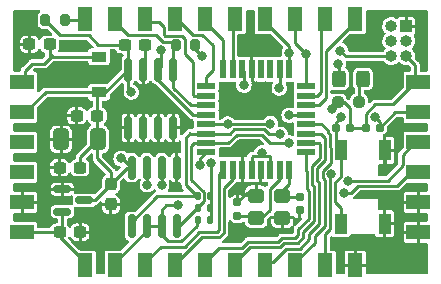
<source format=gbr>
%TF.GenerationSoftware,KiCad,Pcbnew,(6.0.4)*%
%TF.CreationDate,2023-01-22T23:07:16+01:00*%
%TF.ProjectId,panelController,70616e65-6c43-46f6-9e74-726f6c6c6572,rev?*%
%TF.SameCoordinates,Original*%
%TF.FileFunction,Copper,L1,Top*%
%TF.FilePolarity,Positive*%
%FSLAX46Y46*%
G04 Gerber Fmt 4.6, Leading zero omitted, Abs format (unit mm)*
G04 Created by KiCad (PCBNEW (6.0.4)) date 2023-01-22 23:07:16*
%MOMM*%
%LPD*%
G01*
G04 APERTURE LIST*
G04 Aperture macros list*
%AMRoundRect*
0 Rectangle with rounded corners*
0 $1 Rounding radius*
0 $2 $3 $4 $5 $6 $7 $8 $9 X,Y pos of 4 corners*
0 Add a 4 corners polygon primitive as box body*
4,1,4,$2,$3,$4,$5,$6,$7,$8,$9,$2,$3,0*
0 Add four circle primitives for the rounded corners*
1,1,$1+$1,$2,$3*
1,1,$1+$1,$4,$5*
1,1,$1+$1,$6,$7*
1,1,$1+$1,$8,$9*
0 Add four rect primitives between the rounded corners*
20,1,$1+$1,$2,$3,$4,$5,0*
20,1,$1+$1,$4,$5,$6,$7,0*
20,1,$1+$1,$6,$7,$8,$9,0*
20,1,$1+$1,$8,$9,$2,$3,0*%
%AMFreePoly0*
4,1,9,3.862500,-0.866500,0.737500,-0.866500,0.737500,-0.450000,-0.737500,-0.450000,-0.737500,0.450000,0.737500,0.450000,0.737500,0.866500,3.862500,0.866500,3.862500,-0.866500,3.862500,-0.866500,$1*%
G04 Aperture macros list end*
%TA.AperFunction,SMDPad,CuDef*%
%ADD10RoundRect,0.237500X-0.300000X-0.237500X0.300000X-0.237500X0.300000X0.237500X-0.300000X0.237500X0*%
%TD*%
%TA.AperFunction,SMDPad,CuDef*%
%ADD11RoundRect,0.135000X0.135000X0.185000X-0.135000X0.185000X-0.135000X-0.185000X0.135000X-0.185000X0*%
%TD*%
%TA.AperFunction,ComponentPad*%
%ADD12C,1.000000*%
%TD*%
%TA.AperFunction,ComponentPad*%
%ADD13R,1.300000X2.000000*%
%TD*%
%TA.AperFunction,SMDPad,CuDef*%
%ADD14RoundRect,0.155000X-0.155000X0.212500X-0.155000X-0.212500X0.155000X-0.212500X0.155000X0.212500X0*%
%TD*%
%TA.AperFunction,SMDPad,CuDef*%
%ADD15RoundRect,0.237500X-0.250000X-0.237500X0.250000X-0.237500X0.250000X0.237500X-0.250000X0.237500X0*%
%TD*%
%TA.AperFunction,SMDPad,CuDef*%
%ADD16RoundRect,0.237500X-0.237500X0.300000X-0.237500X-0.300000X0.237500X-0.300000X0.237500X0.300000X0*%
%TD*%
%TA.AperFunction,SMDPad,CuDef*%
%ADD17R,0.550000X1.600000*%
%TD*%
%TA.AperFunction,SMDPad,CuDef*%
%ADD18R,1.600000X0.550000*%
%TD*%
%TA.AperFunction,SMDPad,CuDef*%
%ADD19R,1.300000X0.900000*%
%TD*%
%TA.AperFunction,SMDPad,CuDef*%
%ADD20FreePoly0,180.000000*%
%TD*%
%TA.AperFunction,SMDPad,CuDef*%
%ADD21RoundRect,0.150000X0.150000X-0.825000X0.150000X0.825000X-0.150000X0.825000X-0.150000X-0.825000X0*%
%TD*%
%TA.AperFunction,SMDPad,CuDef*%
%ADD22RoundRect,0.250000X0.412500X0.650000X-0.412500X0.650000X-0.412500X-0.650000X0.412500X-0.650000X0*%
%TD*%
%TA.AperFunction,ComponentPad*%
%ADD23R,1.000000X1.000000*%
%TD*%
%TA.AperFunction,ComponentPad*%
%ADD24O,1.000000X1.000000*%
%TD*%
%TA.AperFunction,SMDPad,CuDef*%
%ADD25RoundRect,0.237500X0.300000X0.237500X-0.300000X0.237500X-0.300000X-0.237500X0.300000X-0.237500X0*%
%TD*%
%TA.AperFunction,SMDPad,CuDef*%
%ADD26RoundRect,0.155000X0.155000X-0.212500X0.155000X0.212500X-0.155000X0.212500X-0.155000X-0.212500X0*%
%TD*%
%TA.AperFunction,SMDPad,CuDef*%
%ADD27RoundRect,0.200000X0.200000X0.275000X-0.200000X0.275000X-0.200000X-0.275000X0.200000X-0.275000X0*%
%TD*%
%TA.AperFunction,SMDPad,CuDef*%
%ADD28RoundRect,0.160000X-0.197500X-0.160000X0.197500X-0.160000X0.197500X0.160000X-0.197500X0.160000X0*%
%TD*%
%TA.AperFunction,SMDPad,CuDef*%
%ADD29RoundRect,0.160000X0.197500X0.160000X-0.197500X0.160000X-0.197500X-0.160000X0.197500X-0.160000X0*%
%TD*%
%TA.AperFunction,CastellatedPad*%
%ADD30C,1.000000*%
%TD*%
%TA.AperFunction,CastellatedPad*%
%ADD31R,2.000000X1.300000*%
%TD*%
%TA.AperFunction,SMDPad,CuDef*%
%ADD32RoundRect,0.200000X-0.200000X-0.275000X0.200000X-0.275000X0.200000X0.275000X-0.200000X0.275000X0*%
%TD*%
%TA.AperFunction,SMDPad,CuDef*%
%ADD33R,1.100000X1.800000*%
%TD*%
%TA.AperFunction,SMDPad,CuDef*%
%ADD34RoundRect,0.250000X-0.325000X-0.450000X0.325000X-0.450000X0.325000X0.450000X-0.325000X0.450000X0*%
%TD*%
%TA.AperFunction,SMDPad,CuDef*%
%ADD35RoundRect,0.300000X-0.400000X-0.300000X0.400000X-0.300000X0.400000X0.300000X-0.400000X0.300000X0*%
%TD*%
%TA.AperFunction,SMDPad,CuDef*%
%ADD36RoundRect,0.150000X-0.587500X-0.150000X0.587500X-0.150000X0.587500X0.150000X-0.587500X0.150000X0*%
%TD*%
%TA.AperFunction,ViaPad*%
%ADD37C,0.800000*%
%TD*%
%TA.AperFunction,Conductor*%
%ADD38C,0.250000*%
%TD*%
G04 APERTURE END LIST*
D10*
%TO.P,C502,1*%
%TO.N,+3V3*%
X143886400Y-107806800D03*
%TO.P,C502,2*%
%TO.N,GND*%
X145611400Y-107806800D03*
%TD*%
D11*
%TO.P,R301,1*%
%TO.N,+5V*%
X156593000Y-105791000D03*
%TO.P,R301,2*%
%TO.N,Tx*%
X155573000Y-105791000D03*
%TD*%
D12*
%TO.P,J401,1,Pin_1*%
%TO.N,+3V3*%
X146050000Y-110363000D03*
D13*
X146050000Y-110633000D03*
D12*
%TO.P,J401,2,Pin_2*%
%TO.N,GPIO2*%
X148590000Y-110363000D03*
D13*
X148590000Y-110633000D03*
D12*
%TO.P,J401,3,Pin_3*%
%TO.N,GPIO3*%
X151130000Y-110363000D03*
D13*
X151130000Y-110633000D03*
D12*
%TO.P,J401,4,Pin_4*%
%TO.N,GPIO4*%
X153670000Y-110363000D03*
D13*
X153670000Y-110633000D03*
%TO.P,J401,5,Pin_5*%
%TO.N,GPIO5*%
X156210000Y-110633000D03*
D12*
X156210000Y-110363000D03*
D13*
%TO.P,J401,6,Pin_6*%
%TO.N,GPIO6*%
X158750000Y-110633000D03*
D12*
X158750000Y-110363000D03*
%TO.P,J401,7,Pin_7*%
%TO.N,GPIO7*%
X161290000Y-110363000D03*
D13*
X161290000Y-110633000D03*
D12*
%TO.P,J401,8,Pin_8*%
%TO.N,GPIO8*%
X163830000Y-110363000D03*
D13*
X163830000Y-110633000D03*
D12*
%TO.P,J401,9,Pin_9*%
%TO.N,GPIO9*%
X166370000Y-110363000D03*
D13*
X166370000Y-110633000D03*
%TO.P,J401,10,Pin_10*%
%TO.N,GND*%
X168910000Y-110633000D03*
D12*
X168910000Y-110363000D03*
%TD*%
D14*
%TO.P,C13,1*%
%TO.N,GND*%
X158928000Y-105303500D03*
%TO.P,C13,2*%
%TO.N,/atmega328/X1*%
X158928000Y-106438500D03*
%TD*%
D11*
%TO.P,R303,1*%
%TO.N,+5V*%
X156593000Y-104775000D03*
%TO.P,R303,2*%
%TO.N,Rx*%
X155573000Y-104775000D03*
%TD*%
D15*
%TO.P,R12,1*%
%TO.N,+5V*%
X167413300Y-96824800D03*
%TO.P,R12,2*%
%TO.N,Net-(D11-Pad2)*%
X169238300Y-96824800D03*
%TD*%
D16*
%TO.P,C11,1*%
%TO.N,+5V*%
X148234400Y-103733600D03*
%TO.P,C11,2*%
%TO.N,GND*%
X148234400Y-105458600D03*
%TD*%
D17*
%TO.P,U13,1,PD3*%
%TO.N,GPIO3*%
X157734000Y-102514400D03*
%TO.P,U13,2,PD4*%
%TO.N,GPIO4*%
X158534000Y-102514400D03*
%TO.P,U13,3,GND*%
%TO.N,GND*%
X159334000Y-102514400D03*
%TO.P,U13,4,VCC*%
%TO.N,+5V*%
X160134000Y-102514400D03*
%TO.P,U13,5,GND*%
%TO.N,GND*%
X160934000Y-102514400D03*
%TO.P,U13,6,VCC*%
%TO.N,+5V*%
X161734000Y-102514400D03*
%TO.P,U13,7,XTAL1/PB6*%
%TO.N,/atmega328/X1*%
X162534000Y-102514400D03*
%TO.P,U13,8,XTAL2/PB7*%
%TO.N,/atmega328/X2*%
X163334000Y-102514400D03*
D18*
%TO.P,U13,9,PD5*%
%TO.N,GPIO5*%
X164784000Y-101064400D03*
%TO.P,U13,10,PD6*%
%TO.N,GPIO6*%
X164784000Y-100264400D03*
%TO.P,U13,11,PD7*%
%TO.N,GPIO7*%
X164784000Y-99464400D03*
%TO.P,U13,12,PB0*%
%TO.N,GPIO8*%
X164784000Y-98664400D03*
%TO.P,U13,13,PB1*%
%TO.N,GPIO9*%
X164784000Y-97864400D03*
%TO.P,U13,14,PB2*%
%TO.N,GPIO10*%
X164784000Y-97064400D03*
%TO.P,U13,15,PB3*%
%TO.N,GPIO11*%
X164784000Y-96264400D03*
%TO.P,U13,16,PB4*%
%TO.N,GPIO12*%
X164784000Y-95464400D03*
D17*
%TO.P,U13,17,PB5*%
%TO.N,GPIO13*%
X163334000Y-94014400D03*
%TO.P,U13,18,AVCC*%
%TO.N,+5V*%
X162534000Y-94014400D03*
%TO.P,U13,19,ADC6*%
%TO.N,unconnected-(U13-Pad19)*%
X161734000Y-94014400D03*
%TO.P,U13,20,AREF*%
%TO.N,unconnected-(U13-Pad20)*%
X160934000Y-94014400D03*
%TO.P,U13,21,GND*%
%TO.N,GND*%
X160134000Y-94014400D03*
%TO.P,U13,22,ADC7*%
%TO.N,Net-(R11-Pad2)*%
X159334000Y-94014400D03*
%TO.P,U13,23,PC0*%
%TO.N,GPIO_A0*%
X158534000Y-94014400D03*
%TO.P,U13,24,PC1*%
%TO.N,GPIO_A1*%
X157734000Y-94014400D03*
D18*
%TO.P,U13,25,PC2*%
%TO.N,GPIO_A2*%
X156284000Y-95464400D03*
%TO.P,U13,26,PC3*%
%TO.N,GPIO_A3*%
X156284000Y-96264400D03*
%TO.P,U13,27,PC4*%
%TO.N,SDA*%
X156284000Y-97064400D03*
%TO.P,U13,28,PC5*%
%TO.N,SCL*%
X156284000Y-97864400D03*
%TO.P,U13,29,~{RESET}/PC6*%
%TO.N,RESET*%
X156284000Y-98664400D03*
%TO.P,U13,30,PD0*%
%TO.N,Rx*%
X156284000Y-99464400D03*
%TO.P,U13,31,PD1*%
%TO.N,Tx*%
X156284000Y-100264400D03*
%TO.P,U13,32,PD2*%
%TO.N,GPIO2*%
X156284000Y-101064400D03*
%TD*%
D13*
%TO.P,J403,1,Pin_1*%
%TO.N,GPIO10*%
X168910000Y-89773000D03*
D12*
X168910000Y-90043000D03*
%TO.P,J403,2,Pin_2*%
%TO.N,GPIO11*%
X166370000Y-90043000D03*
D13*
X166370000Y-89773000D03*
%TO.P,J403,3,Pin_3*%
%TO.N,GPIO12*%
X163830000Y-89773000D03*
D12*
X163830000Y-90043000D03*
D13*
%TO.P,J403,4,Pin_4*%
%TO.N,GPIO13*%
X161290000Y-89773000D03*
D12*
X161290000Y-90043000D03*
D13*
%TO.P,J403,5,Pin_5*%
%TO.N,GPIO_A0*%
X158750000Y-89773000D03*
D12*
X158750000Y-90043000D03*
%TO.P,J403,6,Pin_6*%
%TO.N,GPIO_A1*%
X156210000Y-90043000D03*
D13*
X156210000Y-89773000D03*
%TO.P,J403,7,Pin_7*%
%TO.N,GPIO_A2*%
X153670000Y-89773000D03*
D12*
X153670000Y-90043000D03*
D13*
%TO.P,J403,8,Pin_8*%
%TO.N,GPIO_A3*%
X151130000Y-89773000D03*
D12*
X151130000Y-90043000D03*
%TO.P,J403,9,Pin_9*%
%TO.N,SDA*%
X148590000Y-90043000D03*
D13*
X148590000Y-89773000D03*
%TO.P,J403,10,Pin_10*%
%TO.N,SCL*%
X146050000Y-89773000D03*
D12*
X146050000Y-90043000D03*
%TD*%
D19*
%TO.P,U26,1,OUT*%
%TO.N,+5V*%
X147214071Y-95965365D03*
D20*
%TO.P,U26,2,GND*%
%TO.N,GND*%
X147126571Y-94465365D03*
D19*
%TO.P,U26,3,IN*%
%TO.N,+12V*%
X147214071Y-92965365D03*
%TD*%
D21*
%TO.P,U11,1,RO*%
%TO.N,Rx*%
X149987000Y-107300800D03*
%TO.P,U11,2,~{RE}*%
%TO.N,GPIO2*%
X151257000Y-107300800D03*
%TO.P,U11,3,DE*%
X152527000Y-107300800D03*
%TO.P,U11,4,DI*%
%TO.N,Tx*%
X153797000Y-107300800D03*
%TO.P,U11,5,GND*%
%TO.N,GND*%
X153797000Y-102350800D03*
%TO.P,U11,6,A*%
%TO.N,A*%
X152527000Y-102350800D03*
%TO.P,U11,7,B*%
%TO.N,B*%
X151257000Y-102350800D03*
%TO.P,U11,8,VCC*%
%TO.N,+5V*%
X149987000Y-102350800D03*
%TD*%
D22*
%TO.P,C31,1*%
%TO.N,+5V*%
X147126571Y-99965365D03*
%TO.P,C31,2*%
%TO.N,GND*%
X144001571Y-99965365D03*
%TD*%
D23*
%TO.P,U14,1*%
%TO.N,GND*%
X173234000Y-90373000D03*
D24*
%TO.P,U14,2*%
%TO.N,RESET*%
X171964000Y-90373000D03*
%TO.P,U14,3*%
%TO.N,GPIO11*%
X173234000Y-91643000D03*
%TO.P,U14,4*%
%TO.N,GPIO13*%
X171964000Y-91643000D03*
%TO.P,U14,5*%
%TO.N,+5V*%
X173234000Y-92913000D03*
%TO.P,U14,6*%
%TO.N,GPIO12*%
X171964000Y-92913000D03*
%TD*%
D25*
%TO.P,C30,1*%
%TO.N,+5V*%
X147064071Y-97965365D03*
%TO.P,C30,2*%
%TO.N,GND*%
X145339071Y-97965365D03*
%TD*%
D26*
%TO.P,C14,1*%
%TO.N,GND*%
X164211000Y-105977500D03*
%TO.P,C14,2*%
%TO.N,/atmega328/X2*%
X164211000Y-104842500D03*
%TD*%
D27*
%TO.P,R601,1*%
%TO.N,+5V*%
X155358600Y-91998800D03*
%TO.P,R601,2*%
%TO.N,SDA*%
X153708600Y-91998800D03*
%TD*%
D28*
%TO.P,R13,1*%
%TO.N,+5V*%
X169797800Y-98958400D03*
%TO.P,R13,2*%
%TO.N,RESET*%
X170992800Y-98958400D03*
%TD*%
D25*
%TO.P,C29,1*%
%TO.N,+12V*%
X143051700Y-91897200D03*
%TO.P,C29,2*%
%TO.N,GND*%
X141326700Y-91897200D03*
%TD*%
D29*
%TO.P,R11,1*%
%TO.N,+5V*%
X168452800Y-98958400D03*
%TO.P,R11,2*%
%TO.N,Net-(R11-Pad2)*%
X167257800Y-98958400D03*
%TD*%
D11*
%TO.P,R302,1*%
%TO.N,+5V*%
X156593000Y-106807000D03*
%TO.P,R302,2*%
%TO.N,GPIO2*%
X155573000Y-106807000D03*
%TD*%
D30*
%TO.P,J12,1,Pin_1*%
%TO.N,GND*%
X173990000Y-107830106D03*
D31*
X174260000Y-107823000D03*
%TO.P,J12,2,Pin_2*%
X174260000Y-105283000D03*
D30*
X173990000Y-105283000D03*
%TO.P,J12,3,Pin_3*%
%TO.N,Rx*%
X173990000Y-102743000D03*
D31*
X174260000Y-102743000D03*
%TO.P,J12,4,Pin_4*%
%TO.N,Tx*%
X174260000Y-100203000D03*
D30*
X173990000Y-100203000D03*
D31*
%TO.P,J12,5,Pin_5*%
%TO.N,RESET*%
X174260000Y-97663000D03*
D30*
X173990000Y-97663000D03*
%TO.P,J12,6,Pin_6*%
%TO.N,+5V*%
X173990000Y-95123000D03*
D31*
X174260000Y-95123000D03*
%TD*%
D25*
%TO.P,C501,1*%
%TO.N,+5V*%
X145612500Y-102371200D03*
%TO.P,C501,2*%
%TO.N,GND*%
X143887500Y-102371200D03*
%TD*%
D30*
%TO.P,J11,1,Pin_1*%
%TO.N,+12V*%
X140995400Y-95115894D03*
D31*
X140725400Y-95123000D03*
D30*
%TO.P,J11,2,Pin_2*%
%TO.N,+5V*%
X140995400Y-97663000D03*
D31*
X140725400Y-97663000D03*
D30*
%TO.P,J11,3,Pin_3*%
%TO.N,A*%
X140995400Y-100203000D03*
D31*
X140725400Y-100203000D03*
%TO.P,J11,4,Pin_4*%
%TO.N,B*%
X140725400Y-102743000D03*
D30*
X140995400Y-102743000D03*
D31*
%TO.P,J11,5,Pin_5*%
%TO.N,GND*%
X140725400Y-105283000D03*
D30*
X140995400Y-105283000D03*
%TO.P,J11,6,Pin_6*%
%TO.N,+3V3*%
X140995400Y-107823000D03*
D31*
X140725400Y-107823000D03*
%TD*%
D32*
%TO.P,R602,1*%
%TO.N,+5V*%
X142685000Y-89865200D03*
%TO.P,R602,2*%
%TO.N,SCL*%
X144335000Y-89865200D03*
%TD*%
D21*
%TO.P,U12,1,A0*%
%TO.N,GND*%
X149682200Y-98995000D03*
%TO.P,U12,2,A1*%
X150952200Y-98995000D03*
%TO.P,U12,3,A2*%
X152222200Y-98995000D03*
%TO.P,U12,4,GND*%
X153492200Y-98995000D03*
%TO.P,U12,5,SDA*%
%TO.N,SDA*%
X153492200Y-94045000D03*
%TO.P,U12,6,SCL*%
%TO.N,SCL*%
X152222200Y-94045000D03*
%TO.P,U12,7,WP*%
%TO.N,GND*%
X150952200Y-94045000D03*
%TO.P,U12,8,VCC*%
%TO.N,+5V*%
X149682200Y-94045000D03*
%TD*%
D33*
%TO.P,SW11,1,A*%
%TO.N,GND*%
X171395000Y-100887600D03*
X171395000Y-107087600D03*
%TO.P,SW11,2,B*%
%TO.N,Net-(R11-Pad2)*%
X167695000Y-100887600D03*
X167695000Y-107087600D03*
%TD*%
D25*
%TO.P,C12,1*%
%TO.N,GND*%
X151103500Y-91948000D03*
%TO.P,C12,2*%
%TO.N,+5V*%
X149378500Y-91948000D03*
%TD*%
D34*
%TO.P,D11,1,K*%
%TO.N,GPIO13*%
X167529400Y-94843600D03*
%TO.P,D11,2,A*%
%TO.N,Net-(D11-Pad2)*%
X169579400Y-94843600D03*
%TD*%
D35*
%TO.P,Y11,1,1*%
%TO.N,/atmega328/X1*%
X160528000Y-106614000D03*
%TO.P,Y11,2,GND*%
%TO.N,GND*%
X162728000Y-106614000D03*
%TO.P,Y11,3,3*%
%TO.N,/atmega328/X2*%
X162728000Y-104714000D03*
%TO.P,Y11,4,GND*%
%TO.N,GND*%
X160528000Y-104714000D03*
%TD*%
D36*
%TO.P,U501,1,GND*%
%TO.N,GND*%
X144115000Y-104174600D03*
%TO.P,U501,2,VO*%
%TO.N,+3V3*%
X144115000Y-106074600D03*
%TO.P,U501,3,VI*%
%TO.N,+5V*%
X145990000Y-105124600D03*
%TD*%
D37*
%TO.N,GND*%
X145465800Y-99822000D03*
X159512000Y-97409000D03*
X163322000Y-96393000D03*
X161925000Y-97028000D03*
X144094200Y-105130600D03*
X151484000Y-95623000D03*
X148564600Y-93573600D03*
X159867600Y-91795600D03*
X158851600Y-108254800D03*
X160734000Y-95623000D03*
X158877000Y-104140000D03*
X151460200Y-100634800D03*
X153797000Y-103886000D03*
X171734000Y-104873000D03*
X142468600Y-103860600D03*
X153060400Y-100660200D03*
X171805600Y-94335600D03*
X157734000Y-95885000D03*
X170234000Y-108873000D03*
X159512000Y-100457000D03*
X171596701Y-102485701D03*
X146913600Y-106248200D03*
X142443200Y-94386400D03*
X147116800Y-109118400D03*
X145542000Y-91948000D03*
X140512800Y-93065600D03*
X151484000Y-97123000D03*
X150114000Y-104902000D03*
X171196000Y-96139000D03*
X146278600Y-103936800D03*
X161671000Y-107696000D03*
X144018000Y-98018600D03*
X174523400Y-92227400D03*
X148640800Y-100330000D03*
X173734000Y-109873000D03*
X140843000Y-89789000D03*
%TO.N,+5V*%
X160984000Y-101114898D03*
X156717905Y-101938902D03*
X166985774Y-97424559D03*
X162484000Y-95623000D03*
X155956000Y-92913200D03*
X149961600Y-95961200D03*
X149098000Y-101568980D03*
%TO.N,GPIO2*%
X155733020Y-102109211D03*
X153924000Y-105537000D03*
%TO.N,A*%
X152527000Y-103835200D03*
%TO.N,B*%
X151307800Y-103784400D03*
%TO.N,GPIO9*%
X166866237Y-102909037D03*
X163322000Y-97917000D03*
%TO.N,GPIO12*%
X167640000Y-92456000D03*
X164784000Y-92749600D03*
%TO.N,GPIO13*%
X163334000Y-92621800D03*
X167462200Y-93573600D03*
%TO.N,Rx*%
X167958100Y-104470200D03*
X162585400Y-99539900D03*
%TO.N,Net-(R11-Pad2)*%
X167728300Y-98093632D03*
X159484000Y-95373000D03*
%TO.N,Tx*%
X163322000Y-100253800D03*
X168284827Y-103525607D03*
%TO.N,SCL*%
X152477605Y-92396128D03*
%TO.N,RESET*%
X158100400Y-98664400D03*
X170561000Y-98044000D03*
X161734000Y-98623000D03*
%TD*%
D38*
%TO.N,GND*%
X159710500Y-104521000D02*
X158928000Y-105303500D01*
X160134000Y-95023000D02*
X160734000Y-95623000D01*
X171395000Y-100887600D02*
X171395000Y-102284000D01*
X160528000Y-104521000D02*
X159710500Y-104521000D01*
X151103500Y-91948000D02*
X151103500Y-93893700D01*
X171395000Y-102284000D02*
X171596701Y-102485701D01*
X151103500Y-93893700D02*
X150952200Y-94045000D01*
X160134000Y-94014400D02*
X160134000Y-95023000D01*
%TO.N,/atmega328/X1*%
X160975000Y-106614000D02*
X160528000Y-106614000D01*
X161671000Y-104187796D02*
X161671000Y-105918000D01*
X162534000Y-102514400D02*
X162534000Y-103324796D01*
X161671000Y-105918000D02*
X160975000Y-106614000D01*
X160528000Y-106421000D02*
X158945500Y-106421000D01*
X162534000Y-103324796D02*
X161671000Y-104187796D01*
%TO.N,/atmega328/X2*%
X163049500Y-104842500D02*
X162728000Y-104521000D01*
X163334000Y-103747000D02*
X163334000Y-102514400D01*
X162728000Y-104353000D02*
X163334000Y-103747000D01*
X164211000Y-104842500D02*
X163049500Y-104842500D01*
X162728000Y-104521000D02*
X162728000Y-104353000D01*
%TO.N,+12V*%
X141570453Y-93557347D02*
X142553947Y-93557347D01*
X144076365Y-92965365D02*
X147214071Y-92965365D01*
X140995400Y-94132400D02*
X141570453Y-93557347D01*
X143145929Y-92965365D02*
X143356235Y-92965365D01*
X142553947Y-93557347D02*
X142896847Y-93214447D01*
X143051700Y-91897200D02*
X143051700Y-92658100D01*
X143356235Y-92962635D02*
X143051700Y-92658100D01*
X143356235Y-92965365D02*
X143356235Y-92962635D01*
X140995400Y-95115894D02*
X140995400Y-94132400D01*
X142896847Y-93214447D02*
X143145929Y-92965365D01*
X143576365Y-92965365D02*
X144076365Y-92965365D01*
X143051700Y-92658100D02*
X143051700Y-93059594D01*
X143356235Y-92965365D02*
X143576365Y-92965365D01*
X143051700Y-93059594D02*
X142896847Y-93214447D01*
%TO.N,+5V*%
X156680500Y-101976307D02*
X156680500Y-104775000D01*
X146354800Y-91135200D02*
X147167600Y-91948000D01*
X149682200Y-94045000D02*
X149682200Y-95681800D01*
X156717905Y-101938902D02*
X156680500Y-101976307D01*
X147761835Y-95965365D02*
X149682200Y-94045000D01*
X147064071Y-97965365D02*
X147064071Y-99902865D01*
X155358600Y-92315800D02*
X155956000Y-92913200D01*
X169797800Y-98958400D02*
X169797800Y-97782586D01*
X170590486Y-96989900D02*
X172123100Y-96989900D01*
X172720000Y-96393000D02*
X173990000Y-95123000D01*
X156680500Y-106807000D02*
X156680500Y-104775000D01*
X147064071Y-97965365D02*
X147064071Y-96115365D01*
X147064071Y-96115365D02*
X147214071Y-95965365D01*
X160217111Y-101389889D02*
X160134000Y-101473000D01*
X162534000Y-95573000D02*
X162484000Y-95623000D01*
X173990000Y-95123000D02*
X173990000Y-93669000D01*
X160967111Y-101131787D02*
X160984000Y-101114898D01*
X142693035Y-95965365D02*
X147214071Y-95965365D01*
X172123100Y-96989900D02*
X172720000Y-96393000D01*
X161734000Y-101464400D02*
X161659489Y-101389889D01*
X161659489Y-101389889D02*
X160967111Y-101389889D01*
X149987000Y-102350800D02*
X149617200Y-102350800D01*
X149682200Y-94045000D02*
X149682200Y-92251700D01*
X173990000Y-93669000D02*
X173234000Y-92913000D01*
X160967111Y-101389889D02*
X160967111Y-101131787D01*
X147066000Y-101574600D02*
X147066000Y-100025936D01*
X167413300Y-96824800D02*
X167413300Y-96997033D01*
X145612500Y-101479436D02*
X147126571Y-99965365D01*
X146843400Y-105124600D02*
X148234400Y-103733600D01*
X147066000Y-100025936D02*
X147126571Y-99965365D01*
X147214071Y-95965365D02*
X147761835Y-95965365D01*
X149682200Y-92251700D02*
X149378500Y-91948000D01*
X168452800Y-98958400D02*
X169797800Y-98958400D01*
X143955000Y-91135200D02*
X146354800Y-91135200D01*
X169797800Y-97782586D02*
X170590486Y-96989900D01*
X149682200Y-95681800D02*
X149961600Y-95961200D01*
X147064071Y-99902865D02*
X147126571Y-99965365D01*
X155358600Y-91998800D02*
X155358600Y-92315800D01*
X147167600Y-91948000D02*
X149378500Y-91948000D01*
X167935800Y-96824800D02*
X168452800Y-97341800D01*
X167413300Y-96824800D02*
X167935800Y-96824800D01*
X162534000Y-94014400D02*
X162534000Y-95573000D01*
X149098000Y-101568980D02*
X149205180Y-101568980D01*
X148234400Y-102743000D02*
X147066000Y-101574600D01*
X145990000Y-105124600D02*
X146843400Y-105124600D01*
X161734000Y-102514400D02*
X161734000Y-101464400D01*
X148234400Y-103733600D02*
X148234400Y-102743000D01*
X149617200Y-102350800D02*
X148234400Y-103733600D01*
X149205180Y-101568980D02*
X149987000Y-102350800D01*
X140995400Y-97663000D02*
X142693035Y-95965365D01*
X145612500Y-102371200D02*
X145612500Y-101479436D01*
X160134000Y-101473000D02*
X160134000Y-102514400D01*
X167413300Y-96997033D02*
X166985774Y-97424559D01*
X168452800Y-97341800D02*
X168452800Y-98958400D01*
X142685000Y-89865200D02*
X143955000Y-91135200D01*
X160967111Y-101389889D02*
X160217111Y-101389889D01*
%TO.N,+3V3*%
X144115000Y-106074600D02*
X144115000Y-107578200D01*
X143870200Y-107823000D02*
X140995400Y-107823000D01*
X143886400Y-107806800D02*
X143870200Y-107823000D01*
X143886400Y-108199400D02*
X146050000Y-110363000D01*
X143886400Y-107806800D02*
X143886400Y-108199400D01*
X144115000Y-107578200D02*
X143886400Y-107806800D01*
%TO.N,GPIO_A0*%
X158534000Y-90259000D02*
X158750000Y-90043000D01*
X158534000Y-94014400D02*
X158534000Y-90259000D01*
%TO.N,GPIO2*%
X152908000Y-105537000D02*
X153924000Y-105537000D01*
X153050320Y-108600320D02*
X152527000Y-108077000D01*
X155733020Y-101615380D02*
X156284000Y-101064400D01*
X152527000Y-107300800D02*
X152527000Y-105918000D01*
X151257000Y-107696000D02*
X148590000Y-110363000D01*
X151257000Y-107300800D02*
X151257000Y-107696000D01*
X155733020Y-102109211D02*
X155733020Y-101615380D01*
X155485500Y-107258372D02*
X154143552Y-108600320D01*
X155485500Y-106807000D02*
X155485500Y-107258372D01*
X152527000Y-108077000D02*
X152527000Y-107300800D01*
X152527000Y-105918000D02*
X152908000Y-105537000D01*
X152527000Y-107300800D02*
X151257000Y-107300800D01*
X154143552Y-108600320D02*
X153050320Y-108600320D01*
%TO.N,GPIO3*%
X157734000Y-102514400D02*
X157353000Y-102895400D01*
X152443160Y-109049840D02*
X151130000Y-110363000D01*
X157353000Y-102895400D02*
X157353000Y-107671510D01*
X157353000Y-107671510D02*
X157223470Y-107801040D01*
X155723960Y-107801040D02*
X154475160Y-109049840D01*
X157223470Y-107801040D02*
X155723960Y-107801040D01*
X154475160Y-109049840D02*
X152443160Y-109049840D01*
%TO.N,GPIO4*%
X153797718Y-110363000D02*
X155910158Y-108250560D01*
X157802520Y-104071480D02*
X158534000Y-103340000D01*
X157802520Y-107857708D02*
X157802520Y-104071480D01*
X155910158Y-108250560D02*
X157409668Y-108250560D01*
X157409668Y-108250560D02*
X157802520Y-107857708D01*
X158534000Y-103340000D02*
X158534000Y-102514400D01*
X153670000Y-110363000D02*
X153797718Y-110363000D01*
%TO.N,GPIO5*%
X164986000Y-106680000D02*
X164078621Y-107587379D01*
X164793166Y-102616000D02*
X164793166Y-104133363D01*
X162373084Y-108643480D02*
X159833803Y-108643480D01*
X157416859Y-109156141D02*
X156210000Y-110363000D01*
X164986000Y-104326197D02*
X164986000Y-106680000D01*
X159833803Y-108643480D02*
X159321141Y-109156141D01*
X159321141Y-109156141D02*
X157416859Y-109156141D01*
X164784000Y-102606834D02*
X164793166Y-102616000D01*
X163838604Y-108320960D02*
X162695604Y-108320960D01*
X164784000Y-101064400D02*
X164784000Y-102606834D01*
X162695604Y-108320960D02*
X162373084Y-108643480D01*
X164078621Y-107587379D02*
X164078621Y-108080943D01*
X164793166Y-104133363D02*
X164986000Y-104326197D01*
X164078621Y-108080943D02*
X163838604Y-108320960D01*
%TO.N,GPIO6*%
X165909240Y-101569986D02*
X165242686Y-102236540D01*
X164528141Y-108267141D02*
X164024801Y-108770480D01*
X164784000Y-100264400D02*
X165834000Y-100264400D01*
X165435520Y-103967520D02*
X165435520Y-106866198D01*
X164528141Y-107773577D02*
X164528141Y-108267141D01*
X162881802Y-108770480D02*
X162559282Y-109093000D01*
X165242686Y-102236540D02*
X165242686Y-103774686D01*
X160020000Y-109093000D02*
X158750000Y-110363000D01*
X165834000Y-100264400D02*
X165909240Y-100339640D01*
X162559282Y-109093000D02*
X160020000Y-109093000D01*
X164024801Y-108770480D02*
X162881802Y-108770480D01*
X165909240Y-100339640D02*
X165909240Y-101569986D01*
X165242686Y-103774686D02*
X165435520Y-103967520D01*
X165435520Y-106866198D02*
X164528141Y-107773577D01*
%TO.N,GPIO7*%
X166358760Y-99810760D02*
X166012400Y-99464400D01*
X165692206Y-103439166D02*
X165692206Y-102422737D01*
X165692206Y-102422737D02*
X166370969Y-101743974D01*
X165885040Y-107128803D02*
X165885040Y-103632000D01*
X166012400Y-99464400D02*
X164784000Y-99464400D01*
X165885040Y-103632000D02*
X165692206Y-103439166D01*
X165031480Y-107982362D02*
X165885040Y-107128803D01*
X166370969Y-100835003D02*
X166358760Y-100822794D01*
X166358760Y-100822794D02*
X166358760Y-99810760D01*
X163068000Y-109220000D02*
X164211000Y-109220000D01*
X166370969Y-101743974D02*
X166370969Y-100835003D01*
X165031480Y-108399520D02*
X165031480Y-107982362D01*
X161290000Y-110363000D02*
X161925000Y-110363000D01*
X164211000Y-109220000D02*
X165031480Y-108399520D01*
X161925000Y-110363000D02*
X163068000Y-109220000D01*
%TO.N,GPIO8*%
X166334560Y-103401974D02*
X166334560Y-107315000D01*
X165481000Y-108168560D02*
X165481000Y-108712000D01*
X166808280Y-99551594D02*
X166808280Y-100636597D01*
X164784000Y-98664400D02*
X166053180Y-98664400D01*
X166141726Y-103209140D02*
X166334560Y-103401974D01*
X166053180Y-98664400D02*
X166575780Y-99187000D01*
X166808280Y-100636597D02*
X166820489Y-100648806D01*
X166575780Y-99187000D02*
X166575780Y-99319094D01*
X166334560Y-107315000D02*
X165481000Y-108168560D01*
X166820489Y-101930171D02*
X166141726Y-102608934D01*
X165481000Y-108712000D02*
X163830000Y-110363000D01*
X166141726Y-102608934D02*
X166141726Y-103209140D01*
X166820489Y-100648806D02*
X166820489Y-101930171D01*
X166575780Y-99319094D02*
X166808280Y-99551594D01*
%TO.N,A*%
X152527000Y-103835200D02*
X152527000Y-102350800D01*
%TO.N,B*%
X151307800Y-102401600D02*
X151257000Y-102350800D01*
X151307800Y-103784400D02*
X151307800Y-102401600D01*
%TO.N,GPIO9*%
X163374600Y-97864400D02*
X163322000Y-97917000D01*
X166866237Y-102909037D02*
X166784080Y-102991194D01*
X164784000Y-97864400D02*
X163374600Y-97864400D01*
X166784080Y-102991194D02*
X166784080Y-107535920D01*
X166370000Y-107950000D02*
X166370000Y-110363000D01*
X166784080Y-107535920D02*
X166370000Y-107950000D01*
%TO.N,GPIO10*%
X168910000Y-90043000D02*
X166438520Y-92514480D01*
X166438520Y-96459880D02*
X165834000Y-97064400D01*
X166438520Y-92514480D02*
X166438520Y-96459880D01*
X165834000Y-97064400D02*
X164784000Y-97064400D01*
%TO.N,GPIO11*%
X165989000Y-95983422D02*
X165708022Y-96264400D01*
X165989000Y-90424000D02*
X165989000Y-95983422D01*
X165708022Y-96264400D02*
X164784000Y-96264400D01*
X166370000Y-90043000D02*
X165989000Y-90424000D01*
%TO.N,GPIO12*%
X164784000Y-92749600D02*
X163830000Y-91795600D01*
X168097000Y-92913000D02*
X171964000Y-92913000D01*
X164784000Y-95464400D02*
X164784000Y-92749600D01*
X167640000Y-92456000D02*
X168097000Y-92913000D01*
X163830000Y-91795600D02*
X163830000Y-90043000D01*
%TO.N,GPIO13*%
X167529400Y-94843600D02*
X167529400Y-93640800D01*
X167529400Y-93640800D02*
X167462200Y-93573600D01*
X161290000Y-90043000D02*
X163334000Y-92087000D01*
X163334000Y-94014400D02*
X163334000Y-92621800D01*
X163334000Y-92087000D02*
X163334000Y-92621800D01*
%TO.N,GPIO_A1*%
X157734000Y-94014400D02*
X157734000Y-91567000D01*
X157734000Y-91567000D02*
X156210000Y-90043000D01*
%TO.N,GPIO_A2*%
X155207111Y-91097511D02*
X155956000Y-91097511D01*
X156845000Y-94107000D02*
X156284000Y-94668000D01*
X153670000Y-89560400D02*
X153670000Y-88875185D01*
X156284000Y-94668000D02*
X156284000Y-95464400D01*
X156845000Y-91986511D02*
X156845000Y-94107000D01*
X155956000Y-91097511D02*
X156845000Y-91986511D01*
X155207111Y-91097511D02*
X153670000Y-89560400D01*
%TO.N,GPIO_A3*%
X152783978Y-91186000D02*
X154279600Y-91186000D01*
X152695489Y-90465489D02*
X152695489Y-91097511D01*
X154279600Y-91186000D02*
X154533600Y-91440000D01*
X155159489Y-94776511D02*
X155159489Y-96189889D01*
X155159489Y-96189889D02*
X155234000Y-96264400D01*
X155234000Y-96264400D02*
X156284000Y-96264400D01*
X155194000Y-93421200D02*
X155194000Y-94742000D01*
X152273000Y-90043000D02*
X152695489Y-90465489D01*
X154533600Y-92760800D02*
X155194000Y-93421200D01*
X154533600Y-91440000D02*
X154533600Y-92760800D01*
X155194000Y-94742000D02*
X155159489Y-94776511D01*
X151130000Y-90043000D02*
X152273000Y-90043000D01*
X152695489Y-91097511D02*
X152783978Y-91186000D01*
%TO.N,Rx*%
X168542300Y-104470200D02*
X169108780Y-103903720D01*
X155485500Y-104775000D02*
X154559000Y-103848500D01*
X173614000Y-102743000D02*
X173990000Y-102743000D01*
X169108780Y-103903720D02*
X172453280Y-103903720D01*
X154559000Y-103848500D02*
X154559000Y-99822000D01*
X154940000Y-99441000D02*
X154963400Y-99464400D01*
X154963400Y-99464400D02*
X156284000Y-99464400D01*
X161200306Y-99113920D02*
X158675494Y-99113920D01*
X149987000Y-106924728D02*
X149987000Y-107300800D01*
X152136728Y-104775000D02*
X149987000Y-106924728D01*
X167958100Y-104470200D02*
X168542300Y-104470200D01*
X172453280Y-103903720D02*
X173614000Y-102743000D01*
X162585400Y-99539900D02*
X161626286Y-99539900D01*
X154559000Y-99822000D02*
X154940000Y-99441000D01*
X155485500Y-104775000D02*
X152136728Y-104775000D01*
X161626286Y-99539900D02*
X161200306Y-99113920D01*
X158675494Y-99113920D02*
X158325014Y-99464400D01*
X158325014Y-99464400D02*
X156284000Y-99464400D01*
%TO.N,Net-(R11-Pad2)*%
X159484000Y-95373000D02*
X159484000Y-94164400D01*
X167695000Y-100887600D02*
X167695000Y-103104888D01*
X167695000Y-105736000D02*
X167695000Y-107087600D01*
X159484000Y-94164400D02*
X159334000Y-94014400D01*
X167257800Y-98958400D02*
X167257800Y-98564132D01*
X167695000Y-103104888D02*
X167233600Y-103566288D01*
X167257800Y-100450400D02*
X167695000Y-100887600D01*
X167257800Y-98958400D02*
X167257800Y-100450400D01*
X167233600Y-105274600D02*
X167695000Y-105736000D01*
X167257800Y-98564132D02*
X167728300Y-98093632D01*
X167233600Y-103566288D02*
X167233600Y-105274600D01*
%TO.N,Tx*%
X172935489Y-102171511D02*
X171652800Y-103454200D01*
X156284000Y-100264400D02*
X155234000Y-100264400D01*
X161014108Y-99563440D02*
X158861692Y-99563440D01*
X173990000Y-100203000D02*
X172935489Y-101257511D01*
X163311389Y-100264411D02*
X161715079Y-100264411D01*
X153975700Y-107300800D02*
X155485500Y-105791000D01*
X155234000Y-100264400D02*
X155008520Y-100489880D01*
X155008520Y-100489880D02*
X155008520Y-103365767D01*
X172935489Y-101257511D02*
X172935489Y-102171511D01*
X163322000Y-100253800D02*
X163311389Y-100264411D01*
X153797000Y-107300800D02*
X153975700Y-107300800D01*
X158861692Y-99563440D02*
X158160732Y-100264400D01*
X158160732Y-100264400D02*
X156284000Y-100264400D01*
X171652800Y-103454200D02*
X168356234Y-103454200D01*
X156083000Y-104440247D02*
X156083000Y-105193500D01*
X168356234Y-103454200D02*
X168284827Y-103525607D01*
X161715079Y-100264411D02*
X161014108Y-99563440D01*
X156083000Y-105193500D02*
X155485500Y-105791000D01*
X155008520Y-103365767D02*
X156083000Y-104440247D01*
%TO.N,SDA*%
X153339800Y-91694000D02*
X153492200Y-91846400D01*
X148590000Y-90043000D02*
X149644511Y-91097511D01*
X153492200Y-91846400D02*
X153492200Y-94045000D01*
X156284000Y-97064400D02*
X154976400Y-97064400D01*
X154976400Y-97064400D02*
X153492200Y-95580200D01*
X152656260Y-91694000D02*
X153339800Y-91694000D01*
X153492200Y-95580200D02*
X153492200Y-94045000D01*
X149644511Y-91097511D02*
X152059771Y-91097511D01*
X152059771Y-91097511D02*
X152656260Y-91694000D01*
%TO.N,SCL*%
X144335000Y-89865200D02*
X145872200Y-89865200D01*
X152477605Y-92396128D02*
X152477605Y-93789595D01*
X152222200Y-94945918D02*
X155140682Y-97864400D01*
X152477605Y-93789595D02*
X152222200Y-94045000D01*
X145872200Y-89865200D02*
X146050000Y-90043000D01*
X152222200Y-94045000D02*
X152222200Y-94945918D01*
X155140682Y-97864400D02*
X156284000Y-97864400D01*
%TO.N,RESET*%
X158100400Y-98664400D02*
X161692600Y-98664400D01*
X156284000Y-98664400D02*
X158100400Y-98664400D01*
X161692600Y-98664400D02*
X161734000Y-98623000D01*
X170992800Y-98958400D02*
X170992800Y-98475800D01*
X173990000Y-97663000D02*
X172288200Y-97663000D01*
X172288200Y-97663000D02*
X170992800Y-98958400D01*
X170992800Y-98475800D02*
X170561000Y-98044000D01*
%TO.N,Net-(D11-Pad2)*%
X169238300Y-96824800D02*
X169238300Y-95184700D01*
X169238300Y-95184700D02*
X169579400Y-94843600D01*
%TD*%
%TA.AperFunction,Conductor*%
%TO.N,GND*%
G36*
X149376347Y-103232513D02*
G01*
X149433183Y-103275060D01*
X149447371Y-103302422D01*
X149447502Y-103302355D01*
X149505674Y-103416523D01*
X149596277Y-103507126D01*
X149710445Y-103565298D01*
X149805166Y-103580300D01*
X150168834Y-103580300D01*
X150263555Y-103565298D01*
X150377723Y-103507126D01*
X150468326Y-103416523D01*
X150509733Y-103335258D01*
X150558482Y-103283643D01*
X150627397Y-103266577D01*
X150694598Y-103289478D01*
X150734270Y-103335264D01*
X150737312Y-103341235D01*
X150750412Y-103411012D01*
X150732619Y-103458817D01*
X150734707Y-103459936D01*
X150731120Y-103466626D01*
X150726750Y-103472844D01*
X150693551Y-103557994D01*
X150681149Y-103589806D01*
X150669206Y-103620437D01*
X150668214Y-103627970D01*
X150668214Y-103627971D01*
X150653286Y-103741365D01*
X150648529Y-103777496D01*
X150654367Y-103830376D01*
X150664374Y-103921009D01*
X150665913Y-103934953D01*
X150668523Y-103942084D01*
X150668523Y-103942086D01*
X150715514Y-104070495D01*
X150720353Y-104083719D01*
X150724589Y-104090022D01*
X150724589Y-104090023D01*
X150795736Y-104195900D01*
X150808708Y-104215205D01*
X150814327Y-104220318D01*
X150814328Y-104220319D01*
X150920260Y-104316709D01*
X150925876Y-104321819D01*
X151065093Y-104397408D01*
X151218322Y-104437607D01*
X151302277Y-104438926D01*
X151369119Y-104439976D01*
X151369122Y-104439976D01*
X151376716Y-104440095D01*
X151531132Y-104404729D01*
X151622057Y-104358999D01*
X151665872Y-104336963D01*
X151665875Y-104336961D01*
X151672655Y-104333551D01*
X151678426Y-104328622D01*
X151678429Y-104328620D01*
X151787336Y-104235604D01*
X151787336Y-104235603D01*
X151793114Y-104230669D01*
X151797550Y-104224496D01*
X151802685Y-104218911D01*
X151804035Y-104220153D01*
X151852380Y-104182469D01*
X151923083Y-104176023D01*
X151986048Y-104208827D01*
X152003289Y-104229368D01*
X152017771Y-104250920D01*
X152039163Y-104318618D01*
X152020558Y-104387133D01*
X151973015Y-104432086D01*
X151968537Y-104434502D01*
X151966962Y-104435352D01*
X151961679Y-104438043D01*
X151934355Y-104451164D01*
X151915496Y-104460220D01*
X151911220Y-104463814D01*
X151909280Y-104465754D01*
X151907369Y-104467507D01*
X151907279Y-104467556D01*
X151907167Y-104467433D01*
X151906632Y-104467905D01*
X151900914Y-104470990D01*
X151893847Y-104478635D01*
X151864312Y-104510586D01*
X151860882Y-104514152D01*
X150330686Y-106044348D01*
X150268374Y-106078374D01*
X150221883Y-106079702D01*
X150168834Y-106071300D01*
X149805166Y-106071300D01*
X149710445Y-106086302D01*
X149596277Y-106144474D01*
X149505674Y-106235077D01*
X149447502Y-106349245D01*
X149432500Y-106443966D01*
X149432500Y-108157634D01*
X149447502Y-108252355D01*
X149505674Y-108366523D01*
X149596277Y-108457126D01*
X149647929Y-108483444D01*
X149682164Y-108500888D01*
X149733779Y-108549637D01*
X149750845Y-108618552D01*
X149727944Y-108685753D01*
X149714056Y-108702250D01*
X149074711Y-109341595D01*
X149012399Y-109375621D01*
X148985616Y-109378500D01*
X148033974Y-109378501D01*
X147914934Y-109378501D01*
X147879182Y-109385612D01*
X147852874Y-109390844D01*
X147852872Y-109390845D01*
X147840699Y-109393266D01*
X147830379Y-109400161D01*
X147830378Y-109400162D01*
X147786711Y-109429340D01*
X147756516Y-109449516D01*
X147700266Y-109533699D01*
X147685500Y-109607933D01*
X147685501Y-110492452D01*
X147685501Y-111265265D01*
X147665499Y-111333386D01*
X147611843Y-111379879D01*
X147559501Y-111391265D01*
X147080500Y-111391265D01*
X147012379Y-111371263D01*
X146965886Y-111317607D01*
X146954500Y-111265265D01*
X146954499Y-109614123D01*
X146954499Y-109607934D01*
X146944099Y-109555643D01*
X146942156Y-109545874D01*
X146942155Y-109545872D01*
X146939734Y-109533699D01*
X146883484Y-109449516D01*
X146799301Y-109393266D01*
X146725067Y-109378500D01*
X146606061Y-109378500D01*
X145654385Y-109378501D01*
X145586264Y-109358499D01*
X145565290Y-109341596D01*
X144849142Y-108625448D01*
X144815116Y-108563136D01*
X144816643Y-108541791D01*
X144810427Y-108543147D01*
X144743894Y-108518373D01*
X144730252Y-108506558D01*
X144647296Y-108423602D01*
X144613270Y-108361290D01*
X144618335Y-108290475D01*
X144620754Y-108285186D01*
X144622393Y-108282999D01*
X144631185Y-108259546D01*
X144673827Y-108202782D01*
X144740389Y-108178083D01*
X144809738Y-108193291D01*
X144859856Y-108243577D01*
X144867149Y-108259548D01*
X144872698Y-108274351D01*
X144881231Y-108289936D01*
X144920174Y-108341898D01*
X144945021Y-108408405D01*
X144943840Y-108413848D01*
X144998622Y-108425765D01*
X145013802Y-108435526D01*
X145065764Y-108474469D01*
X145081347Y-108483001D01*
X145197373Y-108526497D01*
X145212629Y-108530125D01*
X145261476Y-108535431D01*
X145268293Y-108535800D01*
X145466285Y-108535800D01*
X145481524Y-108531325D01*
X145482729Y-108529935D01*
X145484400Y-108522252D01*
X145484400Y-108517684D01*
X145738400Y-108517684D01*
X145742875Y-108532923D01*
X145744265Y-108534128D01*
X145751948Y-108535799D01*
X145954505Y-108535799D01*
X145961326Y-108535429D01*
X146010173Y-108530124D01*
X146025424Y-108526498D01*
X146141453Y-108483001D01*
X146157039Y-108474467D01*
X146255337Y-108400798D01*
X146267898Y-108388237D01*
X146341567Y-108289939D01*
X146350101Y-108274353D01*
X146393597Y-108158327D01*
X146397225Y-108143071D01*
X146402531Y-108094224D01*
X146402900Y-108087407D01*
X146402900Y-107951915D01*
X146398425Y-107936676D01*
X146397035Y-107935471D01*
X146389352Y-107933800D01*
X145756515Y-107933800D01*
X145741276Y-107938275D01*
X145740071Y-107939665D01*
X145738400Y-107947348D01*
X145738400Y-108517684D01*
X145484400Y-108517684D01*
X145484400Y-107661685D01*
X145738400Y-107661685D01*
X145742875Y-107676924D01*
X145744265Y-107678129D01*
X145751948Y-107679800D01*
X146384784Y-107679800D01*
X146400023Y-107675325D01*
X146401228Y-107673935D01*
X146402899Y-107666252D01*
X146402899Y-107526195D01*
X146402529Y-107519374D01*
X146397224Y-107470527D01*
X146393598Y-107455276D01*
X146350101Y-107339247D01*
X146341567Y-107323661D01*
X146267898Y-107225363D01*
X146255337Y-107212802D01*
X146157039Y-107139133D01*
X146141453Y-107130599D01*
X146025427Y-107087103D01*
X146010171Y-107083475D01*
X145961324Y-107078169D01*
X145954507Y-107077800D01*
X145756515Y-107077800D01*
X145741276Y-107082275D01*
X145740071Y-107083665D01*
X145738400Y-107091348D01*
X145738400Y-107661685D01*
X145484400Y-107661685D01*
X145484400Y-107095916D01*
X145479925Y-107080677D01*
X145478535Y-107079472D01*
X145470852Y-107077801D01*
X145268295Y-107077801D01*
X145261474Y-107078171D01*
X145212627Y-107083476D01*
X145197376Y-107087102D01*
X145081347Y-107130599D01*
X145065761Y-107139133D01*
X144967463Y-107212802D01*
X144954902Y-107225363D01*
X144881233Y-107323661D01*
X144872698Y-107339249D01*
X144867149Y-107354052D01*
X144824508Y-107410817D01*
X144757946Y-107435517D01*
X144688597Y-107420310D01*
X144638479Y-107370024D01*
X144631185Y-107354054D01*
X144625543Y-107339003D01*
X144625542Y-107339002D01*
X144622393Y-107330601D01*
X144537874Y-107217826D01*
X144531240Y-107212854D01*
X144497379Y-107150844D01*
X144494500Y-107124061D01*
X144494500Y-106755100D01*
X144514502Y-106686979D01*
X144568158Y-106640486D01*
X144620500Y-106629100D01*
X144734334Y-106629100D01*
X144829055Y-106614098D01*
X144943223Y-106555926D01*
X145033826Y-106465323D01*
X145091998Y-106351155D01*
X145107000Y-106256434D01*
X145107000Y-105892766D01*
X145092578Y-105801705D01*
X147505401Y-105801705D01*
X147505771Y-105808526D01*
X147511076Y-105857373D01*
X147514702Y-105872624D01*
X147558199Y-105988653D01*
X147566733Y-106004239D01*
X147640402Y-106102537D01*
X147652963Y-106115098D01*
X147751261Y-106188767D01*
X147766847Y-106197301D01*
X147882873Y-106240797D01*
X147898129Y-106244425D01*
X147946976Y-106249731D01*
X147953793Y-106250100D01*
X148089285Y-106250100D01*
X148104524Y-106245625D01*
X148105729Y-106244235D01*
X148107400Y-106236552D01*
X148107400Y-106231984D01*
X148361400Y-106231984D01*
X148365875Y-106247223D01*
X148367265Y-106248428D01*
X148374948Y-106250099D01*
X148515005Y-106250099D01*
X148521826Y-106249729D01*
X148570673Y-106244424D01*
X148585924Y-106240798D01*
X148701953Y-106197301D01*
X148717539Y-106188767D01*
X148815837Y-106115098D01*
X148828398Y-106102537D01*
X148902067Y-106004239D01*
X148910601Y-105988653D01*
X148954097Y-105872627D01*
X148957725Y-105857371D01*
X148963031Y-105808524D01*
X148963400Y-105801707D01*
X148963400Y-105603715D01*
X148958925Y-105588476D01*
X148957535Y-105587271D01*
X148949852Y-105585600D01*
X148379515Y-105585600D01*
X148364276Y-105590075D01*
X148363071Y-105591465D01*
X148361400Y-105599148D01*
X148361400Y-106231984D01*
X148107400Y-106231984D01*
X148107400Y-105603715D01*
X148102925Y-105588476D01*
X148101535Y-105587271D01*
X148093852Y-105585600D01*
X147523516Y-105585600D01*
X147508277Y-105590075D01*
X147507072Y-105591465D01*
X147505401Y-105599148D01*
X147505401Y-105801705D01*
X145092578Y-105801705D01*
X145091998Y-105798045D01*
X145094935Y-105797580D01*
X145093367Y-105742531D01*
X145130035Y-105681736D01*
X145193750Y-105650417D01*
X145257294Y-105657713D01*
X145257678Y-105656532D01*
X145263512Y-105658427D01*
X145264283Y-105658516D01*
X145265437Y-105659053D01*
X145267111Y-105659597D01*
X145275945Y-105664098D01*
X145370666Y-105679100D01*
X146609334Y-105679100D01*
X146704055Y-105664098D01*
X146818223Y-105605926D01*
X146900733Y-105523416D01*
X146947098Y-105494501D01*
X146950741Y-105494070D01*
X146958993Y-105490107D01*
X146968026Y-105488604D01*
X146977195Y-105483657D01*
X146977197Y-105483656D01*
X147013132Y-105464266D01*
X147018425Y-105461569D01*
X147057482Y-105442815D01*
X147057486Y-105442812D01*
X147064632Y-105439381D01*
X147068908Y-105435786D01*
X147070831Y-105433863D01*
X147072763Y-105432091D01*
X147072842Y-105432048D01*
X147072955Y-105432172D01*
X147073495Y-105431696D01*
X147079214Y-105428610D01*
X147092155Y-105414611D01*
X147115816Y-105389014D01*
X147119246Y-105385448D01*
X147290305Y-105214389D01*
X147352617Y-105180363D01*
X147423432Y-105185428D01*
X147480268Y-105227975D01*
X147505079Y-105294495D01*
X147505400Y-105303484D01*
X147505400Y-105313485D01*
X147509875Y-105328724D01*
X147511265Y-105329929D01*
X147518948Y-105331600D01*
X148945284Y-105331600D01*
X148960523Y-105327125D01*
X148961728Y-105325735D01*
X148963399Y-105318052D01*
X148963399Y-105115495D01*
X148963029Y-105108674D01*
X148957724Y-105059827D01*
X148954098Y-105044576D01*
X148910601Y-104928547D01*
X148902067Y-104912961D01*
X148828398Y-104814663D01*
X148815837Y-104802102D01*
X148717539Y-104728433D01*
X148701951Y-104719898D01*
X148687148Y-104714349D01*
X148630383Y-104671708D01*
X148605683Y-104605146D01*
X148620890Y-104535797D01*
X148671176Y-104485679D01*
X148687146Y-104478385D01*
X148702197Y-104472743D01*
X148702198Y-104472742D01*
X148710599Y-104469593D01*
X148823374Y-104385074D01*
X148907893Y-104272299D01*
X148919262Y-104241974D01*
X148954590Y-104147735D01*
X148957364Y-104140336D01*
X148963900Y-104080170D01*
X148963900Y-103592984D01*
X148983902Y-103524863D01*
X149000805Y-103503889D01*
X149243220Y-103261474D01*
X149305532Y-103227448D01*
X149376347Y-103232513D01*
G37*
%TD.AperFunction*%
%TA.AperFunction,Conductor*%
G36*
X174980192Y-103667501D02*
G01*
X175026685Y-103721157D01*
X175038071Y-103773499D01*
X175038071Y-104253000D01*
X175018069Y-104321121D01*
X174964413Y-104367614D01*
X174912071Y-104379000D01*
X174405115Y-104379000D01*
X174389876Y-104383475D01*
X174388671Y-104384865D01*
X174387000Y-104392548D01*
X174387000Y-106168884D01*
X174391475Y-106184123D01*
X174392865Y-106185328D01*
X174400548Y-106186999D01*
X174912071Y-106186999D01*
X174980192Y-106207001D01*
X175026685Y-106260657D01*
X175038071Y-106312999D01*
X175038071Y-106793000D01*
X175018069Y-106861121D01*
X174964413Y-106907614D01*
X174912071Y-106919000D01*
X174405115Y-106919000D01*
X174389876Y-106923475D01*
X174388671Y-106924865D01*
X174387000Y-106932548D01*
X174387000Y-108708884D01*
X174391475Y-108724123D01*
X174392865Y-108725328D01*
X174400548Y-108726999D01*
X174912071Y-108726999D01*
X174980192Y-108747001D01*
X175026685Y-108800657D01*
X175038071Y-108852999D01*
X175038071Y-111265265D01*
X175018069Y-111333386D01*
X174964413Y-111379879D01*
X174912071Y-111391265D01*
X169940000Y-111391265D01*
X169871879Y-111371263D01*
X169825386Y-111317607D01*
X169814000Y-111265265D01*
X169814000Y-110778115D01*
X169809525Y-110762876D01*
X169808135Y-110761671D01*
X169800452Y-110760000D01*
X168024116Y-110760000D01*
X168008877Y-110764475D01*
X168007672Y-110765865D01*
X168006001Y-110773548D01*
X168006001Y-111265265D01*
X167985999Y-111333386D01*
X167932343Y-111379879D01*
X167880001Y-111391265D01*
X167400500Y-111391265D01*
X167332379Y-111371263D01*
X167285886Y-111317607D01*
X167274500Y-111265265D01*
X167274500Y-110487885D01*
X168006000Y-110487885D01*
X168010475Y-110503124D01*
X168011865Y-110504329D01*
X168019548Y-110506000D01*
X168764885Y-110506000D01*
X168780124Y-110501525D01*
X168781329Y-110500135D01*
X168783000Y-110492452D01*
X168783000Y-110487885D01*
X169037000Y-110487885D01*
X169041475Y-110503124D01*
X169042865Y-110504329D01*
X169050548Y-110506000D01*
X169795884Y-110506000D01*
X169811123Y-110501525D01*
X169812328Y-110500135D01*
X169813999Y-110492452D01*
X169813999Y-109614172D01*
X169812791Y-109601912D01*
X169801685Y-109546069D01*
X169792367Y-109523573D01*
X169750017Y-109460192D01*
X169732808Y-109442983D01*
X169669425Y-109400632D01*
X169646934Y-109391316D01*
X169591085Y-109380207D01*
X169578830Y-109379000D01*
X169055115Y-109379000D01*
X169039876Y-109383475D01*
X169038671Y-109384865D01*
X169037000Y-109392548D01*
X169037000Y-110487885D01*
X168783000Y-110487885D01*
X168783000Y-109397116D01*
X168778525Y-109381877D01*
X168777135Y-109380672D01*
X168769452Y-109379001D01*
X168241172Y-109379001D01*
X168228912Y-109380209D01*
X168173069Y-109391315D01*
X168150573Y-109400633D01*
X168087192Y-109442983D01*
X168069983Y-109460192D01*
X168027632Y-109523575D01*
X168018316Y-109546066D01*
X168007207Y-109601915D01*
X168006000Y-109614170D01*
X168006000Y-110487885D01*
X167274500Y-110487885D01*
X167274499Y-109614123D01*
X167274499Y-109607934D01*
X167264099Y-109555643D01*
X167262156Y-109545874D01*
X167262155Y-109545872D01*
X167259734Y-109533699D01*
X167203484Y-109449516D01*
X167119301Y-109393266D01*
X167045067Y-109378500D01*
X166875500Y-109378500D01*
X166807379Y-109358498D01*
X166760886Y-109304842D01*
X166749500Y-109252500D01*
X166749500Y-108491828D01*
X173006001Y-108491828D01*
X173007209Y-108504088D01*
X173018315Y-108559931D01*
X173027633Y-108582427D01*
X173069983Y-108645808D01*
X173087192Y-108663017D01*
X173150575Y-108705368D01*
X173173066Y-108714684D01*
X173228915Y-108725793D01*
X173241170Y-108727000D01*
X174114885Y-108727000D01*
X174130124Y-108722525D01*
X174131329Y-108721135D01*
X174133000Y-108713452D01*
X174133000Y-107968115D01*
X174128525Y-107952876D01*
X174127135Y-107951671D01*
X174119452Y-107950000D01*
X173024116Y-107950000D01*
X173008877Y-107954475D01*
X173007672Y-107955865D01*
X173006001Y-107963548D01*
X173006001Y-108491828D01*
X166749500Y-108491828D01*
X166749500Y-108259835D01*
X166769502Y-108191714D01*
X166823158Y-108145221D01*
X166893432Y-108135117D01*
X166956830Y-108164071D01*
X166961516Y-108171084D01*
X167045699Y-108227334D01*
X167119933Y-108242100D01*
X167694907Y-108242100D01*
X168270066Y-108242099D01*
X168312581Y-108233643D01*
X168332126Y-108229756D01*
X168332128Y-108229755D01*
X168344301Y-108227334D01*
X168354621Y-108220439D01*
X168354622Y-108220438D01*
X168418168Y-108177977D01*
X168428484Y-108171084D01*
X168484734Y-108086901D01*
X168487155Y-108074727D01*
X168491027Y-108065381D01*
X168535576Y-108010101D01*
X168607436Y-107987600D01*
X170483117Y-107987600D01*
X170551238Y-108007602D01*
X170599527Y-108065384D01*
X170612633Y-108097027D01*
X170654983Y-108160408D01*
X170672192Y-108177617D01*
X170735575Y-108219968D01*
X170758066Y-108229284D01*
X170813915Y-108240393D01*
X170826170Y-108241600D01*
X171249885Y-108241600D01*
X171265124Y-108237125D01*
X171266329Y-108235735D01*
X171268000Y-108228052D01*
X171268000Y-108223484D01*
X171522000Y-108223484D01*
X171526475Y-108238723D01*
X171527865Y-108239928D01*
X171535548Y-108241599D01*
X171963828Y-108241599D01*
X171976088Y-108240391D01*
X172031931Y-108229285D01*
X172054427Y-108219967D01*
X172117808Y-108177617D01*
X172135017Y-108160408D01*
X172177368Y-108097025D01*
X172186684Y-108074534D01*
X172197793Y-108018685D01*
X172199000Y-108006430D01*
X172199000Y-107677885D01*
X173006000Y-107677885D01*
X173010475Y-107693124D01*
X173011865Y-107694329D01*
X173019548Y-107696000D01*
X174114885Y-107696000D01*
X174130124Y-107691525D01*
X174131329Y-107690135D01*
X174133000Y-107682452D01*
X174133000Y-106937116D01*
X174128525Y-106921877D01*
X174127135Y-106920672D01*
X174119452Y-106919001D01*
X173241172Y-106919001D01*
X173228912Y-106920209D01*
X173173069Y-106931315D01*
X173150573Y-106940633D01*
X173087192Y-106982983D01*
X173069983Y-107000192D01*
X173027632Y-107063575D01*
X173018316Y-107086066D01*
X173007207Y-107141915D01*
X173006000Y-107154170D01*
X173006000Y-107677885D01*
X172199000Y-107677885D01*
X172199000Y-107232715D01*
X172194525Y-107217476D01*
X172193135Y-107216271D01*
X172185452Y-107214600D01*
X171540115Y-107214600D01*
X171524876Y-107219075D01*
X171523671Y-107220465D01*
X171522000Y-107228148D01*
X171522000Y-108223484D01*
X171268000Y-108223484D01*
X171268000Y-106942485D01*
X171522000Y-106942485D01*
X171526475Y-106957724D01*
X171527865Y-106958929D01*
X171535548Y-106960600D01*
X172180884Y-106960600D01*
X172196123Y-106956125D01*
X172197328Y-106954735D01*
X172198999Y-106947052D01*
X172198999Y-106168772D01*
X172197791Y-106156512D01*
X172186685Y-106100669D01*
X172177367Y-106078173D01*
X172135017Y-106014792D01*
X172117808Y-105997583D01*
X172054425Y-105955232D01*
X172046207Y-105951828D01*
X173006001Y-105951828D01*
X173007209Y-105964088D01*
X173018315Y-106019931D01*
X173027633Y-106042427D01*
X173069983Y-106105808D01*
X173087192Y-106123017D01*
X173150575Y-106165368D01*
X173173066Y-106174684D01*
X173228915Y-106185793D01*
X173241170Y-106187000D01*
X174114885Y-106187000D01*
X174130124Y-106182525D01*
X174131329Y-106181135D01*
X174133000Y-106173452D01*
X174133000Y-105428115D01*
X174128525Y-105412876D01*
X174127135Y-105411671D01*
X174119452Y-105410000D01*
X173024116Y-105410000D01*
X173008877Y-105414475D01*
X173007672Y-105415865D01*
X173006001Y-105423548D01*
X173006001Y-105951828D01*
X172046207Y-105951828D01*
X172031934Y-105945916D01*
X171976085Y-105934807D01*
X171963830Y-105933600D01*
X171540115Y-105933600D01*
X171524876Y-105938075D01*
X171523671Y-105939465D01*
X171522000Y-105947148D01*
X171522000Y-106942485D01*
X171268000Y-106942485D01*
X171268000Y-105951716D01*
X171263525Y-105936477D01*
X171262135Y-105935272D01*
X171254452Y-105933601D01*
X170971000Y-105933601D01*
X170902879Y-105913599D01*
X170856386Y-105859943D01*
X170845000Y-105807601D01*
X170845000Y-105137885D01*
X173006000Y-105137885D01*
X173010475Y-105153124D01*
X173011865Y-105154329D01*
X173019548Y-105156000D01*
X174114885Y-105156000D01*
X174130124Y-105151525D01*
X174131329Y-105150135D01*
X174133000Y-105142452D01*
X174133000Y-104397116D01*
X174128525Y-104381877D01*
X174127135Y-104380672D01*
X174119452Y-104379001D01*
X173241172Y-104379001D01*
X173228912Y-104380209D01*
X173173069Y-104391315D01*
X173150573Y-104400633D01*
X173087192Y-104442983D01*
X173069983Y-104460192D01*
X173027632Y-104523575D01*
X173018316Y-104546066D01*
X173007207Y-104601915D01*
X173006000Y-104614170D01*
X173006000Y-105137885D01*
X170845000Y-105137885D01*
X170845000Y-104987600D01*
X168868240Y-104987600D01*
X168800119Y-104967598D01*
X168753626Y-104913942D01*
X168743522Y-104843668D01*
X168773016Y-104779088D01*
X168778140Y-104774234D01*
X168778114Y-104774210D01*
X168814716Y-104734614D01*
X168818146Y-104731048D01*
X169229069Y-104320125D01*
X169291381Y-104286099D01*
X169318164Y-104283220D01*
X172399360Y-104283220D01*
X172423308Y-104285769D01*
X172424973Y-104285848D01*
X172435156Y-104288040D01*
X172445497Y-104286816D01*
X172468503Y-104284093D01*
X172474434Y-104283743D01*
X172474426Y-104283648D01*
X172479604Y-104283220D01*
X172484804Y-104283220D01*
X172489933Y-104282366D01*
X172489936Y-104282366D01*
X172503845Y-104280051D01*
X172509723Y-104279214D01*
X172550281Y-104274414D01*
X172550282Y-104274414D01*
X172560621Y-104273190D01*
X172568873Y-104269227D01*
X172577906Y-104267724D01*
X172587075Y-104262777D01*
X172587077Y-104262776D01*
X172623012Y-104243386D01*
X172628305Y-104240689D01*
X172667362Y-104221935D01*
X172667366Y-104221932D01*
X172674512Y-104218501D01*
X172678788Y-104214906D01*
X172680711Y-104212983D01*
X172682643Y-104211211D01*
X172682722Y-104211168D01*
X172682835Y-104211292D01*
X172683375Y-104210816D01*
X172689094Y-104207730D01*
X172700030Y-104195900D01*
X172725696Y-104168134D01*
X172729126Y-104164568D01*
X173209289Y-103684405D01*
X173271601Y-103650379D01*
X173298384Y-103647500D01*
X173771016Y-103647500D01*
X174912071Y-103647499D01*
X174980192Y-103667501D01*
G37*
%TD.AperFunction*%
%TA.AperFunction,Conductor*%
G36*
X164280121Y-105870502D02*
G01*
X164326614Y-105924158D01*
X164338000Y-105976500D01*
X164338000Y-106580885D01*
X164342513Y-106596256D01*
X164380754Y-106655759D01*
X164380754Y-106726755D01*
X164348953Y-106780353D01*
X163848405Y-107280901D01*
X163827657Y-107297658D01*
X163819681Y-107302808D01*
X163818683Y-107301263D01*
X163766092Y-107326845D01*
X163695593Y-107318454D01*
X163640822Y-107273281D01*
X163619168Y-107205667D01*
X163627979Y-107156218D01*
X163668085Y-107054919D01*
X163672039Y-107039351D01*
X163681544Y-106960802D01*
X163682000Y-106953247D01*
X163682000Y-106759115D01*
X163677525Y-106743876D01*
X163676135Y-106742671D01*
X163668452Y-106741000D01*
X162873115Y-106741000D01*
X162857876Y-106745475D01*
X162856671Y-106746865D01*
X162855000Y-106754548D01*
X162855000Y-107449885D01*
X162859475Y-107465124D01*
X162860865Y-107466329D01*
X162868548Y-107468000D01*
X163167247Y-107468000D01*
X163174802Y-107467544D01*
X163253351Y-107458039D01*
X163268916Y-107454086D01*
X163394534Y-107404351D01*
X163409357Y-107395998D01*
X163516581Y-107314611D01*
X163516903Y-107314289D01*
X163517268Y-107314090D01*
X163523420Y-107309420D01*
X163524123Y-107310346D01*
X163579215Y-107280263D01*
X163650030Y-107285328D01*
X163706866Y-107327875D01*
X163731677Y-107394395D01*
X163726716Y-107439482D01*
X163718410Y-107467255D01*
X163716585Y-107472871D01*
X163699603Y-107521230D01*
X163699121Y-107526795D01*
X163699121Y-107529503D01*
X163699007Y-107532137D01*
X163698978Y-107532235D01*
X163698814Y-107532228D01*
X163698770Y-107532932D01*
X163696908Y-107539157D01*
X163697746Y-107560477D01*
X163699024Y-107593014D01*
X163699121Y-107597961D01*
X163699121Y-107815460D01*
X163679119Y-107883581D01*
X163625463Y-107930074D01*
X163573121Y-107941460D01*
X162749524Y-107941460D01*
X162725576Y-107938911D01*
X162723911Y-107938832D01*
X162713728Y-107936640D01*
X162694541Y-107938911D01*
X162680381Y-107940587D01*
X162674450Y-107940937D01*
X162674458Y-107941032D01*
X162669280Y-107941460D01*
X162664080Y-107941460D01*
X162658951Y-107942314D01*
X162658948Y-107942314D01*
X162645039Y-107944629D01*
X162639161Y-107945466D01*
X162598603Y-107950266D01*
X162598602Y-107950266D01*
X162588263Y-107951490D01*
X162580011Y-107955453D01*
X162570978Y-107956956D01*
X162525831Y-107981316D01*
X162520567Y-107983997D01*
X162474372Y-108006180D01*
X162470096Y-108009774D01*
X162468156Y-108011714D01*
X162466245Y-108013467D01*
X162466155Y-108013516D01*
X162466043Y-108013393D01*
X162465508Y-108013865D01*
X162459790Y-108016950D01*
X162452723Y-108024595D01*
X162423188Y-108056546D01*
X162419758Y-108060112D01*
X162252795Y-108227075D01*
X162190483Y-108261101D01*
X162163700Y-108263980D01*
X159887723Y-108263980D01*
X159863775Y-108261431D01*
X159862110Y-108261352D01*
X159851927Y-108259160D01*
X159841586Y-108260384D01*
X159818580Y-108263107D01*
X159812650Y-108263457D01*
X159812658Y-108263552D01*
X159807480Y-108263980D01*
X159802279Y-108263980D01*
X159797148Y-108264834D01*
X159783246Y-108267148D01*
X159777368Y-108267985D01*
X159736802Y-108272786D01*
X159736800Y-108272786D01*
X159726463Y-108274010D01*
X159718211Y-108277972D01*
X159709177Y-108279476D01*
X159689341Y-108290179D01*
X159664061Y-108303819D01*
X159658772Y-108306514D01*
X159612572Y-108328699D01*
X159608296Y-108332293D01*
X159606356Y-108334233D01*
X159604444Y-108335987D01*
X159604355Y-108336035D01*
X159604243Y-108335912D01*
X159603707Y-108336385D01*
X159597989Y-108339470D01*
X159590922Y-108347115D01*
X159561400Y-108379052D01*
X159557970Y-108382619D01*
X159200851Y-108739737D01*
X159138539Y-108773762D01*
X159111756Y-108776641D01*
X157724471Y-108776641D01*
X157656350Y-108756639D01*
X157609857Y-108702983D01*
X157599753Y-108632709D01*
X157629247Y-108568129D01*
X157635376Y-108561546D01*
X157635566Y-108561356D01*
X157639763Y-108557656D01*
X157645482Y-108554570D01*
X157682085Y-108514973D01*
X157685514Y-108511408D01*
X158032736Y-108164186D01*
X158051484Y-108149044D01*
X158052709Y-108147929D01*
X158061460Y-108142279D01*
X158067907Y-108134101D01*
X158067909Y-108134099D01*
X158082249Y-108115908D01*
X158086195Y-108111467D01*
X158086122Y-108111405D01*
X158089481Y-108107441D01*
X158093158Y-108103764D01*
X158104412Y-108088016D01*
X158107918Y-108083346D01*
X158139676Y-108043061D01*
X158142708Y-108034427D01*
X158148034Y-108026974D01*
X158162723Y-107977858D01*
X158164556Y-107972216D01*
X158178910Y-107931341D01*
X158178910Y-107931340D01*
X158181538Y-107923857D01*
X158182020Y-107918292D01*
X158182020Y-107915584D01*
X158182134Y-107912950D01*
X158182163Y-107912852D01*
X158182327Y-107912859D01*
X158182371Y-107912155D01*
X158184233Y-107905930D01*
X158182117Y-107852073D01*
X158182020Y-107847126D01*
X158182020Y-106917966D01*
X158202022Y-106849845D01*
X158255678Y-106803352D01*
X158325952Y-106793248D01*
X158390532Y-106822742D01*
X158420286Y-106860763D01*
X158433074Y-106885861D01*
X158433078Y-106885867D01*
X158437578Y-106894698D01*
X158529302Y-106986422D01*
X158644880Y-107045312D01*
X158654669Y-107046862D01*
X158654671Y-107046863D01*
X158682921Y-107051337D01*
X158740774Y-107060500D01*
X159115226Y-107060500D01*
X159173079Y-107051337D01*
X159201329Y-107046863D01*
X159201331Y-107046862D01*
X159211120Y-107045312D01*
X159326698Y-106986422D01*
X159366948Y-106946172D01*
X159429260Y-106912146D01*
X159500075Y-106917211D01*
X159556911Y-106959758D01*
X159581131Y-107020131D01*
X159584444Y-107047510D01*
X159587422Y-107055033D01*
X159587423Y-107055035D01*
X159600119Y-107087102D01*
X159640370Y-107188765D01*
X159732223Y-107309777D01*
X159853235Y-107401630D01*
X159994490Y-107457556D01*
X160084923Y-107468500D01*
X160527707Y-107468500D01*
X160971076Y-107468499D01*
X160974833Y-107468044D01*
X160974839Y-107468044D01*
X161053477Y-107458528D01*
X161061510Y-107457556D01*
X161069033Y-107454578D01*
X161069035Y-107454577D01*
X161160168Y-107418495D01*
X161202765Y-107401630D01*
X161323777Y-107309777D01*
X161415630Y-107188765D01*
X161471556Y-107047510D01*
X161482500Y-106957077D01*
X161482500Y-106953247D01*
X161774000Y-106953247D01*
X161774456Y-106960802D01*
X161783961Y-107039351D01*
X161787914Y-107054916D01*
X161837649Y-107180534D01*
X161846002Y-107195357D01*
X161927389Y-107302581D01*
X161939419Y-107314611D01*
X162046643Y-107395998D01*
X162061466Y-107404351D01*
X162187084Y-107454086D01*
X162202649Y-107458039D01*
X162281198Y-107467544D01*
X162288753Y-107468000D01*
X162582885Y-107468000D01*
X162598124Y-107463525D01*
X162599329Y-107462135D01*
X162601000Y-107454452D01*
X162601000Y-106759115D01*
X162596525Y-106743876D01*
X162595135Y-106742671D01*
X162587452Y-106741000D01*
X161792115Y-106741000D01*
X161776876Y-106745475D01*
X161775671Y-106746865D01*
X161774000Y-106754548D01*
X161774000Y-106953247D01*
X161482500Y-106953247D01*
X161482500Y-106695384D01*
X161502502Y-106627263D01*
X161519405Y-106606289D01*
X161622176Y-106503518D01*
X161684488Y-106469492D01*
X161755303Y-106474557D01*
X161769748Y-106483128D01*
X161787548Y-106487000D01*
X163663886Y-106487000D01*
X163677731Y-106482935D01*
X163748728Y-106482935D01*
X163802323Y-106514736D01*
X163805588Y-106518001D01*
X163821432Y-106529512D01*
X163919203Y-106579330D01*
X163937830Y-106585382D01*
X164018920Y-106598225D01*
X164028766Y-106599000D01*
X164065885Y-106599000D01*
X164081124Y-106594525D01*
X164082329Y-106593135D01*
X164084000Y-106585452D01*
X164084000Y-105976500D01*
X164104002Y-105908379D01*
X164157658Y-105861886D01*
X164210000Y-105850500D01*
X164212000Y-105850500D01*
X164280121Y-105870502D01*
G37*
%TD.AperFunction*%
%TA.AperFunction,Conductor*%
G36*
X146255279Y-96364867D02*
G01*
X146301772Y-96418523D01*
X146310734Y-96446274D01*
X146324337Y-96514666D01*
X146331232Y-96524985D01*
X146331233Y-96524987D01*
X146353477Y-96558277D01*
X146380587Y-96598849D01*
X146464770Y-96655099D01*
X146539004Y-96669865D01*
X146558571Y-96669865D01*
X146626692Y-96689867D01*
X146673185Y-96743523D01*
X146684571Y-96795865D01*
X146684571Y-97144863D01*
X146664569Y-97212984D01*
X146610913Y-97259477D01*
X146602801Y-97262845D01*
X146533776Y-97288721D01*
X146533773Y-97288722D01*
X146525372Y-97291872D01*
X146412597Y-97376391D01*
X146328078Y-97489166D01*
X146324929Y-97497567D01*
X146324928Y-97497568D01*
X146319286Y-97512619D01*
X146276644Y-97569383D01*
X146210082Y-97594082D01*
X146140733Y-97578874D01*
X146090615Y-97528588D01*
X146083322Y-97512617D01*
X146077773Y-97497814D01*
X146069238Y-97482226D01*
X145995569Y-97383928D01*
X145983008Y-97371367D01*
X145884710Y-97297698D01*
X145869124Y-97289164D01*
X145753098Y-97245668D01*
X145737842Y-97242040D01*
X145688995Y-97236734D01*
X145682178Y-97236365D01*
X145484186Y-97236365D01*
X145468947Y-97240840D01*
X145467742Y-97242230D01*
X145466071Y-97249913D01*
X145466071Y-98676249D01*
X145470546Y-98691488D01*
X145471936Y-98692693D01*
X145479619Y-98694364D01*
X145682176Y-98694364D01*
X145688997Y-98693994D01*
X145737844Y-98688689D01*
X145753095Y-98685063D01*
X145869124Y-98641566D01*
X145884710Y-98633032D01*
X145983008Y-98559363D01*
X145995569Y-98546802D01*
X146069238Y-98448504D01*
X146077773Y-98432916D01*
X146083322Y-98418113D01*
X146125963Y-98361348D01*
X146192525Y-98336648D01*
X146261874Y-98351855D01*
X146311992Y-98402141D01*
X146319285Y-98418109D01*
X146328078Y-98441564D01*
X146412597Y-98554339D01*
X146419777Y-98559720D01*
X146525372Y-98638858D01*
X146523350Y-98641556D01*
X146561939Y-98680239D01*
X146576946Y-98749631D01*
X146552054Y-98816121D01*
X146495508Y-98858472D01*
X146469307Y-98868294D01*
X146462128Y-98873674D01*
X146462125Y-98873676D01*
X146379919Y-98935286D01*
X146353667Y-98954961D01*
X146338358Y-98975388D01*
X146272382Y-99063419D01*
X146272380Y-99063422D01*
X146267000Y-99070601D01*
X146244504Y-99130609D01*
X146229543Y-99170520D01*
X146216273Y-99205917D01*
X146215420Y-99213767D01*
X146215420Y-99213768D01*
X146209940Y-99264212D01*
X146209571Y-99267609D01*
X146209571Y-100293481D01*
X146189569Y-100361602D01*
X146172666Y-100382576D01*
X145382284Y-101172958D01*
X145363536Y-101188100D01*
X145362311Y-101189215D01*
X145353560Y-101194865D01*
X145347113Y-101203043D01*
X145347111Y-101203045D01*
X145332771Y-101221236D01*
X145328825Y-101225677D01*
X145328898Y-101225739D01*
X145325539Y-101229703D01*
X145321862Y-101233380D01*
X145310608Y-101249128D01*
X145307102Y-101253798D01*
X145275344Y-101294083D01*
X145272312Y-101302717D01*
X145266986Y-101310170D01*
X145252535Y-101358492D01*
X145252299Y-101359280D01*
X145250464Y-101364928D01*
X145236386Y-101405017D01*
X145233482Y-101413287D01*
X145233000Y-101418852D01*
X145233000Y-101421560D01*
X145232886Y-101424194D01*
X145232857Y-101424292D01*
X145232693Y-101424285D01*
X145232649Y-101424989D01*
X145230787Y-101431214D01*
X145232494Y-101474658D01*
X145232903Y-101485071D01*
X145233000Y-101490018D01*
X145233000Y-101550698D01*
X145212998Y-101618819D01*
X145159342Y-101665312D01*
X145151230Y-101668680D01*
X145082205Y-101694556D01*
X145082202Y-101694557D01*
X145073801Y-101697707D01*
X144961026Y-101782226D01*
X144876507Y-101895001D01*
X144873358Y-101903402D01*
X144873357Y-101903403D01*
X144867715Y-101918454D01*
X144825073Y-101975218D01*
X144758511Y-101999917D01*
X144689162Y-101984709D01*
X144639044Y-101934423D01*
X144631751Y-101918452D01*
X144626202Y-101903649D01*
X144617667Y-101888061D01*
X144543998Y-101789763D01*
X144531437Y-101777202D01*
X144433139Y-101703533D01*
X144417553Y-101694999D01*
X144301527Y-101651503D01*
X144286271Y-101647875D01*
X144237424Y-101642569D01*
X144230607Y-101642200D01*
X144032615Y-101642200D01*
X144017376Y-101646675D01*
X144016171Y-101648065D01*
X144014500Y-101655748D01*
X144014500Y-103082084D01*
X144018975Y-103097323D01*
X144020365Y-103098528D01*
X144028048Y-103100199D01*
X144230605Y-103100199D01*
X144237426Y-103099829D01*
X144286273Y-103094524D01*
X144301524Y-103090898D01*
X144417553Y-103047401D01*
X144433139Y-103038867D01*
X144531437Y-102965198D01*
X144543998Y-102952637D01*
X144617667Y-102854339D01*
X144626202Y-102838751D01*
X144631751Y-102823948D01*
X144674392Y-102767183D01*
X144740954Y-102742483D01*
X144810303Y-102757690D01*
X144860421Y-102807976D01*
X144867714Y-102823944D01*
X144876507Y-102847399D01*
X144961026Y-102960174D01*
X145073801Y-103044693D01*
X145082202Y-103047843D01*
X145082205Y-103047844D01*
X145146164Y-103071821D01*
X145205764Y-103094164D01*
X145265930Y-103100700D01*
X145959070Y-103100700D01*
X146019236Y-103094164D01*
X146078836Y-103071821D01*
X146142795Y-103047844D01*
X146142798Y-103047843D01*
X146151199Y-103044693D01*
X146263974Y-102960174D01*
X146348493Y-102847399D01*
X146351735Y-102838753D01*
X146392041Y-102731235D01*
X146397964Y-102715436D01*
X146404500Y-102655270D01*
X146404500Y-102087130D01*
X146397964Y-102026964D01*
X146357802Y-101919832D01*
X146351644Y-101903405D01*
X146351643Y-101903402D01*
X146348493Y-101895001D01*
X146263974Y-101782226D01*
X146152987Y-101699047D01*
X146152985Y-101699045D01*
X146151199Y-101697707D01*
X146151392Y-101697449D01*
X146105236Y-101651188D01*
X146090223Y-101581797D01*
X146115109Y-101515305D01*
X146126797Y-101501833D01*
X146471405Y-101157225D01*
X146533717Y-101123199D01*
X146604532Y-101128264D01*
X146661368Y-101170811D01*
X146686179Y-101237331D01*
X146686500Y-101246320D01*
X146686500Y-101520680D01*
X146683951Y-101544628D01*
X146683872Y-101546293D01*
X146681680Y-101556476D01*
X146682904Y-101566817D01*
X146685627Y-101589823D01*
X146685977Y-101595754D01*
X146686072Y-101595746D01*
X146686500Y-101600924D01*
X146686500Y-101606124D01*
X146687354Y-101611253D01*
X146687354Y-101611256D01*
X146689669Y-101625165D01*
X146690506Y-101631043D01*
X146694961Y-101668680D01*
X146696530Y-101681941D01*
X146700493Y-101690193D01*
X146701996Y-101699226D01*
X146706943Y-101708395D01*
X146706944Y-101708397D01*
X146726334Y-101744332D01*
X146729031Y-101749625D01*
X146747785Y-101788682D01*
X146747788Y-101788686D01*
X146751219Y-101795832D01*
X146754814Y-101800108D01*
X146756737Y-101802031D01*
X146758509Y-101803963D01*
X146758552Y-101804042D01*
X146758428Y-101804155D01*
X146758904Y-101804695D01*
X146761990Y-101810414D01*
X146769635Y-101817481D01*
X146801586Y-101847016D01*
X146805152Y-101850446D01*
X147766393Y-102811687D01*
X147800419Y-102873999D01*
X147795354Y-102944814D01*
X147752863Y-103001607D01*
X147645426Y-103082126D01*
X147560907Y-103194901D01*
X147557757Y-103203302D01*
X147557756Y-103203305D01*
X147546807Y-103232513D01*
X147511436Y-103326864D01*
X147504900Y-103387030D01*
X147504900Y-103874216D01*
X147484898Y-103942337D01*
X147467995Y-103963311D01*
X146862955Y-104568351D01*
X146800643Y-104602377D01*
X146729828Y-104597312D01*
X146716657Y-104591523D01*
X146712889Y-104589603D01*
X146712888Y-104589603D01*
X146704055Y-104585102D01*
X146609334Y-104570100D01*
X145370666Y-104570100D01*
X145275945Y-104585102D01*
X145267111Y-104589603D01*
X145257678Y-104592668D01*
X145256821Y-104590031D01*
X145202011Y-104600323D01*
X145136227Y-104573622D01*
X145095321Y-104515594D01*
X145092561Y-104451164D01*
X145091516Y-104450999D01*
X145092333Y-104445843D01*
X145092282Y-104444662D01*
X145092815Y-104442797D01*
X145105725Y-104361285D01*
X145106500Y-104351442D01*
X145106500Y-104319715D01*
X145102025Y-104304476D01*
X145100635Y-104303271D01*
X145092952Y-104301600D01*
X144260115Y-104301600D01*
X144244876Y-104306075D01*
X144243671Y-104307465D01*
X144242000Y-104315148D01*
X144242000Y-104710484D01*
X144246475Y-104725723D01*
X144247865Y-104726928D01*
X144255548Y-104728599D01*
X144729340Y-104728599D01*
X144739187Y-104727824D01*
X144819107Y-104715167D01*
X144847166Y-104706050D01*
X144848049Y-104708767D01*
X144902570Y-104698529D01*
X144968354Y-104725230D01*
X145009260Y-104783258D01*
X145012029Y-104847891D01*
X145013002Y-104848045D01*
X144998000Y-104942766D01*
X144998000Y-105306434D01*
X145009609Y-105379733D01*
X145013002Y-105401155D01*
X145010065Y-105401620D01*
X145011633Y-105456669D01*
X144974965Y-105517464D01*
X144911250Y-105548783D01*
X144847706Y-105541487D01*
X144847322Y-105542668D01*
X144841488Y-105540773D01*
X144840717Y-105540684D01*
X144839563Y-105540147D01*
X144837889Y-105539603D01*
X144829055Y-105535102D01*
X144734334Y-105520100D01*
X143495666Y-105520100D01*
X143400945Y-105535102D01*
X143286777Y-105593274D01*
X143196174Y-105683877D01*
X143138002Y-105798045D01*
X143123000Y-105892766D01*
X143123000Y-106256434D01*
X143138002Y-106351155D01*
X143196174Y-106465323D01*
X143286777Y-106555926D01*
X143400945Y-106614098D01*
X143495666Y-106629100D01*
X143609500Y-106629100D01*
X143677621Y-106649102D01*
X143724114Y-106702758D01*
X143735500Y-106755100D01*
X143735500Y-106951300D01*
X143715498Y-107019421D01*
X143661842Y-107065914D01*
X143609500Y-107077300D01*
X143539830Y-107077300D01*
X143479664Y-107083836D01*
X143459626Y-107091348D01*
X143356105Y-107130156D01*
X143356102Y-107130157D01*
X143347701Y-107133307D01*
X143234926Y-107217826D01*
X143150407Y-107330601D01*
X143147258Y-107339002D01*
X143147256Y-107339005D01*
X143138737Y-107361730D01*
X143096095Y-107418495D01*
X143029533Y-107443194D01*
X143020755Y-107443500D01*
X142105899Y-107443500D01*
X142037778Y-107423498D01*
X141991285Y-107369842D01*
X141979899Y-107317500D01*
X141979899Y-107147934D01*
X141969553Y-107095916D01*
X141967556Y-107085874D01*
X141967555Y-107085872D01*
X141965134Y-107073699D01*
X141952663Y-107055034D01*
X141915777Y-106999832D01*
X141908884Y-106989516D01*
X141824701Y-106933266D01*
X141750467Y-106918500D01*
X141666359Y-106918500D01*
X140079471Y-106918501D01*
X140011350Y-106898499D01*
X139964857Y-106844843D01*
X139953471Y-106792501D01*
X139953471Y-106313000D01*
X139973473Y-106244879D01*
X140027129Y-106198386D01*
X140079471Y-106187000D01*
X140580285Y-106187000D01*
X140595524Y-106182525D01*
X140596729Y-106181135D01*
X140598400Y-106173452D01*
X140598400Y-106168884D01*
X140852400Y-106168884D01*
X140856875Y-106184123D01*
X140858265Y-106185328D01*
X140865948Y-106186999D01*
X141744228Y-106186999D01*
X141756488Y-106185791D01*
X141812331Y-106174685D01*
X141834827Y-106165367D01*
X141898208Y-106123017D01*
X141915417Y-106105808D01*
X141957768Y-106042425D01*
X141967084Y-106019934D01*
X141978193Y-105964085D01*
X141979400Y-105951830D01*
X141979400Y-105428115D01*
X141974925Y-105412876D01*
X141973535Y-105411671D01*
X141965852Y-105410000D01*
X140870515Y-105410000D01*
X140855276Y-105414475D01*
X140854071Y-105415865D01*
X140852400Y-105423548D01*
X140852400Y-106168884D01*
X140598400Y-106168884D01*
X140598400Y-105137885D01*
X140852400Y-105137885D01*
X140856875Y-105153124D01*
X140858265Y-105154329D01*
X140865948Y-105156000D01*
X141961284Y-105156000D01*
X141976523Y-105151525D01*
X141977728Y-105150135D01*
X141979399Y-105142452D01*
X141979399Y-104614172D01*
X141978191Y-104601912D01*
X141967085Y-104546069D01*
X141957767Y-104523573D01*
X141915417Y-104460192D01*
X141898208Y-104442983D01*
X141834825Y-104400632D01*
X141812334Y-104391316D01*
X141756485Y-104380207D01*
X141744230Y-104379000D01*
X140870515Y-104379000D01*
X140855276Y-104383475D01*
X140854071Y-104384865D01*
X140852400Y-104392548D01*
X140852400Y-105137885D01*
X140598400Y-105137885D01*
X140598400Y-104397116D01*
X140593925Y-104381877D01*
X140592535Y-104380672D01*
X140584852Y-104379001D01*
X140079471Y-104379001D01*
X140011350Y-104358999D01*
X140004800Y-104351440D01*
X143123501Y-104351440D01*
X143124276Y-104361287D01*
X143136933Y-104441207D01*
X143142985Y-104459833D01*
X143192083Y-104556193D01*
X143203594Y-104572036D01*
X143280064Y-104648506D01*
X143295907Y-104660017D01*
X143392268Y-104709115D01*
X143410892Y-104715167D01*
X143490815Y-104727825D01*
X143500658Y-104728600D01*
X143969885Y-104728600D01*
X143985124Y-104724125D01*
X143986329Y-104722735D01*
X143988000Y-104715052D01*
X143988000Y-104319715D01*
X143983525Y-104304476D01*
X143982135Y-104303271D01*
X143974452Y-104301600D01*
X143141616Y-104301600D01*
X143126377Y-104306075D01*
X143125172Y-104307465D01*
X143123501Y-104315148D01*
X143123501Y-104351440D01*
X140004800Y-104351440D01*
X139964857Y-104305343D01*
X139953471Y-104253001D01*
X139953471Y-104029485D01*
X143123500Y-104029485D01*
X143127975Y-104044724D01*
X143129365Y-104045929D01*
X143137048Y-104047600D01*
X143969885Y-104047600D01*
X143985124Y-104043125D01*
X143986329Y-104041735D01*
X143988000Y-104034052D01*
X143988000Y-104029485D01*
X144242000Y-104029485D01*
X144246475Y-104044724D01*
X144247865Y-104045929D01*
X144255548Y-104047600D01*
X145088384Y-104047600D01*
X145103623Y-104043125D01*
X145104828Y-104041735D01*
X145106499Y-104034052D01*
X145106499Y-103997760D01*
X145105724Y-103987913D01*
X145093067Y-103907993D01*
X145087015Y-103889367D01*
X145037917Y-103793007D01*
X145026406Y-103777164D01*
X144949936Y-103700694D01*
X144934093Y-103689183D01*
X144837732Y-103640085D01*
X144819108Y-103634033D01*
X144739185Y-103621375D01*
X144729342Y-103620600D01*
X144260115Y-103620600D01*
X144244876Y-103625075D01*
X144243671Y-103626465D01*
X144242000Y-103634148D01*
X144242000Y-104029485D01*
X143988000Y-104029485D01*
X143988000Y-103638716D01*
X143983525Y-103623477D01*
X143982135Y-103622272D01*
X143974452Y-103620601D01*
X143500660Y-103620601D01*
X143490813Y-103621376D01*
X143410893Y-103634033D01*
X143392267Y-103640085D01*
X143295907Y-103689183D01*
X143280064Y-103700694D01*
X143203594Y-103777164D01*
X143192083Y-103793007D01*
X143142985Y-103889368D01*
X143136933Y-103907992D01*
X143124275Y-103987915D01*
X143123500Y-103997758D01*
X143123500Y-104029485D01*
X139953471Y-104029485D01*
X139953471Y-103773500D01*
X139973473Y-103705379D01*
X140027129Y-103658886D01*
X140079471Y-103647500D01*
X141666332Y-103647499D01*
X141750466Y-103647499D01*
X141787742Y-103640085D01*
X141812526Y-103635156D01*
X141812528Y-103635155D01*
X141824701Y-103632734D01*
X141835021Y-103625839D01*
X141835022Y-103625838D01*
X141898568Y-103583377D01*
X141908884Y-103576484D01*
X141965134Y-103492301D01*
X141979900Y-103418067D01*
X141979899Y-102651805D01*
X143096001Y-102651805D01*
X143096371Y-102658626D01*
X143101676Y-102707473D01*
X143105302Y-102722724D01*
X143148799Y-102838753D01*
X143157333Y-102854339D01*
X143231002Y-102952637D01*
X143243563Y-102965198D01*
X143341861Y-103038867D01*
X143357447Y-103047401D01*
X143473473Y-103090897D01*
X143488729Y-103094525D01*
X143537576Y-103099831D01*
X143544393Y-103100200D01*
X143742385Y-103100200D01*
X143757624Y-103095725D01*
X143758829Y-103094335D01*
X143760500Y-103086652D01*
X143760500Y-102516315D01*
X143756025Y-102501076D01*
X143754635Y-102499871D01*
X143746952Y-102498200D01*
X143114116Y-102498200D01*
X143098877Y-102502675D01*
X143097672Y-102504065D01*
X143096001Y-102511748D01*
X143096001Y-102651805D01*
X141979899Y-102651805D01*
X141979899Y-102226085D01*
X143096000Y-102226085D01*
X143100475Y-102241324D01*
X143101865Y-102242529D01*
X143109548Y-102244200D01*
X143742385Y-102244200D01*
X143757624Y-102239725D01*
X143758829Y-102238335D01*
X143760500Y-102230652D01*
X143760500Y-101660316D01*
X143756025Y-101645077D01*
X143754635Y-101643872D01*
X143746952Y-101642201D01*
X143544395Y-101642201D01*
X143537574Y-101642571D01*
X143488727Y-101647876D01*
X143473476Y-101651502D01*
X143357447Y-101694999D01*
X143341861Y-101703533D01*
X143243563Y-101777202D01*
X143231002Y-101789763D01*
X143157333Y-101888061D01*
X143148799Y-101903647D01*
X143105303Y-102019673D01*
X143101675Y-102034929D01*
X143096369Y-102083776D01*
X143096000Y-102090593D01*
X143096000Y-102226085D01*
X141979899Y-102226085D01*
X141979899Y-102067934D01*
X141965134Y-101993699D01*
X141954389Y-101977617D01*
X141915777Y-101919832D01*
X141908884Y-101909516D01*
X141824701Y-101853266D01*
X141750467Y-101838500D01*
X141666359Y-101838500D01*
X140079471Y-101838501D01*
X140011350Y-101818499D01*
X139964857Y-101764843D01*
X139953471Y-101712501D01*
X139953471Y-101233500D01*
X139973473Y-101165379D01*
X140027129Y-101118886D01*
X140079471Y-101107500D01*
X141666332Y-101107499D01*
X141750466Y-101107499D01*
X141786218Y-101100388D01*
X141812526Y-101095156D01*
X141812528Y-101095155D01*
X141824701Y-101092734D01*
X141835021Y-101085839D01*
X141835022Y-101085838D01*
X141898568Y-101043377D01*
X141908884Y-101036484D01*
X141965134Y-100952301D01*
X141979900Y-100878067D01*
X141979900Y-100659657D01*
X143085072Y-100659657D01*
X143085441Y-100666475D01*
X143090912Y-100716847D01*
X143094541Y-100732106D01*
X143139293Y-100851483D01*
X143147825Y-100867069D01*
X143223643Y-100968232D01*
X143236204Y-100980793D01*
X143337367Y-101056611D01*
X143352953Y-101065143D01*
X143472336Y-101109898D01*
X143487581Y-101113523D01*
X143537963Y-101118996D01*
X143544777Y-101119365D01*
X143856456Y-101119365D01*
X143871695Y-101114890D01*
X143872900Y-101113500D01*
X143874571Y-101105817D01*
X143874571Y-101101249D01*
X144128571Y-101101249D01*
X144133046Y-101116488D01*
X144134436Y-101117693D01*
X144142119Y-101119364D01*
X144458363Y-101119364D01*
X144465181Y-101118995D01*
X144515553Y-101113524D01*
X144530812Y-101109895D01*
X144650189Y-101065143D01*
X144665775Y-101056611D01*
X144766938Y-100980793D01*
X144779499Y-100968232D01*
X144855317Y-100867069D01*
X144863849Y-100851483D01*
X144908604Y-100732100D01*
X144912229Y-100716855D01*
X144917702Y-100666473D01*
X144918071Y-100659659D01*
X144918071Y-100110480D01*
X144913596Y-100095241D01*
X144912206Y-100094036D01*
X144904523Y-100092365D01*
X144146686Y-100092365D01*
X144131447Y-100096840D01*
X144130242Y-100098230D01*
X144128571Y-100105913D01*
X144128571Y-101101249D01*
X143874571Y-101101249D01*
X143874571Y-100110480D01*
X143870096Y-100095241D01*
X143868706Y-100094036D01*
X143861023Y-100092365D01*
X143103187Y-100092365D01*
X143087948Y-100096840D01*
X143086743Y-100098230D01*
X143085072Y-100105913D01*
X143085072Y-100659657D01*
X141979900Y-100659657D01*
X141979899Y-99820250D01*
X143085071Y-99820250D01*
X143089546Y-99835489D01*
X143090936Y-99836694D01*
X143098619Y-99838365D01*
X143856456Y-99838365D01*
X143871695Y-99833890D01*
X143872900Y-99832500D01*
X143874571Y-99824817D01*
X143874571Y-99820250D01*
X144128571Y-99820250D01*
X144133046Y-99835489D01*
X144134436Y-99836694D01*
X144142119Y-99838365D01*
X144899955Y-99838365D01*
X144915194Y-99833890D01*
X144916399Y-99832500D01*
X144918070Y-99824817D01*
X144918070Y-99271073D01*
X144917701Y-99264255D01*
X144912230Y-99213883D01*
X144908601Y-99198624D01*
X144863849Y-99079247D01*
X144855317Y-99063661D01*
X144779499Y-98962498D01*
X144766938Y-98949937D01*
X144665775Y-98874119D01*
X144650189Y-98865587D01*
X144530806Y-98820832D01*
X144515561Y-98817207D01*
X144465179Y-98811734D01*
X144458365Y-98811365D01*
X144146686Y-98811365D01*
X144131447Y-98815840D01*
X144130242Y-98817230D01*
X144128571Y-98824913D01*
X144128571Y-99820250D01*
X143874571Y-99820250D01*
X143874571Y-98829481D01*
X143870096Y-98814242D01*
X143868706Y-98813037D01*
X143861023Y-98811366D01*
X143544779Y-98811366D01*
X143537961Y-98811735D01*
X143487589Y-98817206D01*
X143472330Y-98820835D01*
X143352953Y-98865587D01*
X143337367Y-98874119D01*
X143236204Y-98949937D01*
X143223643Y-98962498D01*
X143147825Y-99063661D01*
X143139293Y-99079247D01*
X143094538Y-99198630D01*
X143090913Y-99213875D01*
X143085440Y-99264257D01*
X143085071Y-99271071D01*
X143085071Y-99820250D01*
X141979899Y-99820250D01*
X141979899Y-99527934D01*
X141965134Y-99453699D01*
X141908884Y-99369516D01*
X141824701Y-99313266D01*
X141750467Y-99298500D01*
X141666359Y-99298500D01*
X140079471Y-99298501D01*
X140011350Y-99278499D01*
X139964857Y-99224843D01*
X139953471Y-99172501D01*
X139953471Y-98693500D01*
X139973473Y-98625379D01*
X140027129Y-98578886D01*
X140079471Y-98567500D01*
X141666332Y-98567499D01*
X141750466Y-98567499D01*
X141793710Y-98558898D01*
X141812526Y-98555156D01*
X141812528Y-98555155D01*
X141824701Y-98552734D01*
X141835021Y-98545839D01*
X141835022Y-98545838D01*
X141898568Y-98503377D01*
X141908884Y-98496484D01*
X141965134Y-98412301D01*
X141979900Y-98338067D01*
X141979900Y-98245970D01*
X144547572Y-98245970D01*
X144547942Y-98252791D01*
X144553247Y-98301638D01*
X144556873Y-98316889D01*
X144600370Y-98432918D01*
X144608904Y-98448504D01*
X144682573Y-98546802D01*
X144695134Y-98559363D01*
X144793432Y-98633032D01*
X144809018Y-98641566D01*
X144925044Y-98685062D01*
X144940300Y-98688690D01*
X144989147Y-98693996D01*
X144995964Y-98694365D01*
X145193956Y-98694365D01*
X145209195Y-98689890D01*
X145210400Y-98688500D01*
X145212071Y-98680817D01*
X145212071Y-98110480D01*
X145207596Y-98095241D01*
X145206206Y-98094036D01*
X145198523Y-98092365D01*
X144565687Y-98092365D01*
X144550448Y-98096840D01*
X144549243Y-98098230D01*
X144547572Y-98105913D01*
X144547572Y-98245970D01*
X141979900Y-98245970D01*
X141979900Y-97820250D01*
X144547571Y-97820250D01*
X144552046Y-97835489D01*
X144553436Y-97836694D01*
X144561119Y-97838365D01*
X145193956Y-97838365D01*
X145209195Y-97833890D01*
X145210400Y-97832500D01*
X145212071Y-97824817D01*
X145212071Y-97254481D01*
X145207596Y-97239242D01*
X145206206Y-97238037D01*
X145198523Y-97236366D01*
X144995966Y-97236366D01*
X144989145Y-97236736D01*
X144940298Y-97242041D01*
X144925047Y-97245667D01*
X144809018Y-97289164D01*
X144793432Y-97297698D01*
X144695134Y-97371367D01*
X144682573Y-97383928D01*
X144608904Y-97482226D01*
X144600370Y-97497812D01*
X144556874Y-97613838D01*
X144553246Y-97629094D01*
X144547940Y-97677941D01*
X144547571Y-97684758D01*
X144547571Y-97820250D01*
X141979900Y-97820250D01*
X141979899Y-97267386D01*
X141999901Y-97199265D01*
X142016804Y-97178290D01*
X142813326Y-96381769D01*
X142875638Y-96347744D01*
X142902421Y-96344865D01*
X146187158Y-96344865D01*
X146255279Y-96364867D01*
G37*
%TD.AperFunction*%
%TA.AperFunction,Conductor*%
G36*
X160872845Y-99962942D02*
G01*
X160893819Y-99979845D01*
X161160146Y-100246172D01*
X161194172Y-100308484D01*
X161189107Y-100379299D01*
X161146560Y-100436135D01*
X161080040Y-100460946D01*
X161066634Y-100460582D01*
X161066633Y-100460790D01*
X160908221Y-100459960D01*
X160900841Y-100461732D01*
X160900839Y-100461732D01*
X160761563Y-100495169D01*
X160761560Y-100495170D01*
X160754184Y-100496941D01*
X160613414Y-100569598D01*
X160494039Y-100673736D01*
X160402950Y-100803342D01*
X160362533Y-100907007D01*
X160354734Y-100927010D01*
X160311354Y-100983211D01*
X160244474Y-101007038D01*
X160242114Y-101007049D01*
X160235235Y-101005568D01*
X160201890Y-101009515D01*
X160195959Y-101009865D01*
X160195967Y-101009961D01*
X160190791Y-101010389D01*
X160185587Y-101010389D01*
X160166523Y-101013562D01*
X160160677Y-101014393D01*
X160149228Y-101015748D01*
X160109770Y-101020419D01*
X160101518Y-101024382D01*
X160092485Y-101025885D01*
X160083316Y-101030832D01*
X160083314Y-101030833D01*
X160047379Y-101050223D01*
X160042087Y-101052920D01*
X159995879Y-101075108D01*
X159991604Y-101078702D01*
X159989679Y-101080627D01*
X159987749Y-101082398D01*
X159987664Y-101082444D01*
X159987552Y-101082321D01*
X159987017Y-101082793D01*
X159981297Y-101085879D01*
X159974230Y-101093524D01*
X159944695Y-101125475D01*
X159941265Y-101129041D01*
X159903784Y-101166522D01*
X159885036Y-101181664D01*
X159883811Y-101182779D01*
X159875060Y-101188429D01*
X159868613Y-101196607D01*
X159868611Y-101196609D01*
X159854271Y-101214800D01*
X159850325Y-101219241D01*
X159850398Y-101219303D01*
X159847039Y-101223267D01*
X159843362Y-101226944D01*
X159832108Y-101242692D01*
X159828602Y-101247362D01*
X159796844Y-101287647D01*
X159793812Y-101296281D01*
X159788486Y-101303734D01*
X159785501Y-101313715D01*
X159773799Y-101352844D01*
X159771964Y-101358492D01*
X159765333Y-101377374D01*
X159723890Y-101435019D01*
X159657860Y-101461107D01*
X159634097Y-101461018D01*
X159627824Y-101460400D01*
X159479115Y-101460400D01*
X159463876Y-101464875D01*
X159462671Y-101466265D01*
X159461000Y-101473948D01*
X159461000Y-103550284D01*
X159465475Y-103565523D01*
X159466865Y-103566728D01*
X159474548Y-103568399D01*
X159627828Y-103568399D01*
X159640088Y-103567191D01*
X159708106Y-103553663D01*
X159708967Y-103557994D01*
X159755772Y-103552988D01*
X159759698Y-103554142D01*
X159759699Y-103554134D01*
X159833933Y-103568900D01*
X160133951Y-103568900D01*
X160434066Y-103568899D01*
X160508301Y-103554134D01*
X160509095Y-103558128D01*
X160557059Y-103552980D01*
X160559866Y-103553804D01*
X160559894Y-103553663D01*
X160627915Y-103567193D01*
X160640170Y-103568400D01*
X160788885Y-103568400D01*
X160804124Y-103563925D01*
X160805329Y-103562535D01*
X160807000Y-103554852D01*
X160807000Y-102513400D01*
X160827002Y-102445279D01*
X160880658Y-102398786D01*
X160933000Y-102387400D01*
X160935000Y-102387400D01*
X161003121Y-102407402D01*
X161049614Y-102461058D01*
X161061000Y-102513400D01*
X161061000Y-103550284D01*
X161065475Y-103565523D01*
X161066865Y-103566728D01*
X161074548Y-103568399D01*
X161227828Y-103568399D01*
X161240088Y-103567191D01*
X161308106Y-103553663D01*
X161308967Y-103557994D01*
X161355772Y-103552988D01*
X161359698Y-103554142D01*
X161359699Y-103554134D01*
X161433933Y-103568900D01*
X161449012Y-103568900D01*
X161517133Y-103588902D01*
X161563626Y-103642558D01*
X161573730Y-103712832D01*
X161544236Y-103777412D01*
X161538107Y-103783995D01*
X161440784Y-103881318D01*
X161422036Y-103896460D01*
X161420811Y-103897575D01*
X161412060Y-103903225D01*
X161405613Y-103911403D01*
X161405612Y-103911404D01*
X161404680Y-103912587D01*
X161401780Y-103916266D01*
X161398573Y-103920334D01*
X161340693Y-103961448D01*
X161269773Y-103964743D01*
X161223445Y-103942694D01*
X161209361Y-103932004D01*
X161194534Y-103923649D01*
X161068916Y-103873914D01*
X161053351Y-103869961D01*
X160974802Y-103860456D01*
X160967247Y-103860000D01*
X160673115Y-103860000D01*
X160657876Y-103864475D01*
X160656671Y-103865865D01*
X160655000Y-103873548D01*
X160655000Y-104715000D01*
X160634998Y-104783121D01*
X160581342Y-104829614D01*
X160529000Y-104841000D01*
X159592115Y-104841000D01*
X159556531Y-104851448D01*
X159531042Y-104867831D01*
X159460046Y-104867834D01*
X159406444Y-104836031D01*
X159333412Y-104762999D01*
X159317568Y-104751488D01*
X159219797Y-104701670D01*
X159201170Y-104695618D01*
X159120080Y-104682775D01*
X159110234Y-104682000D01*
X159073115Y-104682000D01*
X159057876Y-104686475D01*
X159056671Y-104687865D01*
X159055000Y-104695548D01*
X159055000Y-105304500D01*
X159034998Y-105372621D01*
X158981342Y-105419114D01*
X158929000Y-105430500D01*
X158927000Y-105430500D01*
X158858879Y-105410498D01*
X158812386Y-105356842D01*
X158801000Y-105304500D01*
X158801000Y-104700115D01*
X158796525Y-104684876D01*
X158795135Y-104683671D01*
X158787452Y-104682000D01*
X158745766Y-104682000D01*
X158735920Y-104682775D01*
X158654830Y-104695618D01*
X158636203Y-104701670D01*
X158538432Y-104751488D01*
X158522588Y-104762999D01*
X158444999Y-104840588D01*
X158433488Y-104856432D01*
X158420287Y-104882339D01*
X158371538Y-104933954D01*
X158302624Y-104951020D01*
X158235422Y-104928119D01*
X158191270Y-104872522D01*
X158182020Y-104825136D01*
X158182020Y-104568885D01*
X159574000Y-104568885D01*
X159578475Y-104584124D01*
X159579865Y-104585329D01*
X159587548Y-104587000D01*
X160382885Y-104587000D01*
X160398124Y-104582525D01*
X160399329Y-104581135D01*
X160401000Y-104573452D01*
X160401000Y-103878115D01*
X160396525Y-103862876D01*
X160395135Y-103861671D01*
X160387452Y-103860000D01*
X160088753Y-103860000D01*
X160081198Y-103860456D01*
X160002649Y-103869961D01*
X159987084Y-103873914D01*
X159861466Y-103923649D01*
X159846643Y-103932002D01*
X159739419Y-104013389D01*
X159727389Y-104025419D01*
X159646002Y-104132643D01*
X159637649Y-104147466D01*
X159587914Y-104273084D01*
X159583961Y-104288649D01*
X159574456Y-104367198D01*
X159574000Y-104374753D01*
X159574000Y-104568885D01*
X158182020Y-104568885D01*
X158182020Y-104280864D01*
X158202022Y-104212743D01*
X158218925Y-104191769D01*
X158764216Y-103646478D01*
X158782964Y-103631336D01*
X158784189Y-103630222D01*
X158792940Y-103624571D01*
X158808564Y-103604751D01*
X158866443Y-103563639D01*
X158882920Y-103559182D01*
X158908301Y-103554134D01*
X158908302Y-103554133D01*
X158909097Y-103558128D01*
X158957059Y-103552980D01*
X158959866Y-103553804D01*
X158959894Y-103553663D01*
X159027915Y-103567193D01*
X159040170Y-103568400D01*
X159188885Y-103568400D01*
X159204124Y-103563925D01*
X159205329Y-103562535D01*
X159207000Y-103554852D01*
X159207000Y-101478516D01*
X159202525Y-101463277D01*
X159201135Y-101462072D01*
X159193452Y-101460401D01*
X159040172Y-101460401D01*
X159027912Y-101461609D01*
X158959894Y-101475137D01*
X158959033Y-101470806D01*
X158912228Y-101475812D01*
X158908302Y-101474658D01*
X158908301Y-101474666D01*
X158840135Y-101461107D01*
X158834067Y-101459900D01*
X158534049Y-101459900D01*
X158233934Y-101459901D01*
X158159699Y-101474666D01*
X158158864Y-101470466D01*
X158111676Y-101475557D01*
X158108320Y-101474572D01*
X158108301Y-101474666D01*
X158040135Y-101461107D01*
X158034067Y-101459900D01*
X157933041Y-101459900D01*
X157464500Y-101459901D01*
X157396379Y-101439899D01*
X157349886Y-101386243D01*
X157338500Y-101333901D01*
X157338499Y-100769900D01*
X157358501Y-100701779D01*
X157412157Y-100655286D01*
X157464499Y-100643900D01*
X158106812Y-100643900D01*
X158130760Y-100646449D01*
X158132425Y-100646528D01*
X158142608Y-100648720D01*
X158152949Y-100647496D01*
X158170109Y-100645465D01*
X158175955Y-100644773D01*
X158181886Y-100644423D01*
X158181878Y-100644328D01*
X158187056Y-100643900D01*
X158192256Y-100643900D01*
X158197385Y-100643046D01*
X158197388Y-100643046D01*
X158211297Y-100640731D01*
X158217175Y-100639894D01*
X158257733Y-100635094D01*
X158257734Y-100635094D01*
X158268073Y-100633870D01*
X158276325Y-100629907D01*
X158285358Y-100628404D01*
X158294527Y-100623457D01*
X158294529Y-100623456D01*
X158330464Y-100604066D01*
X158335757Y-100601369D01*
X158374814Y-100582615D01*
X158374818Y-100582612D01*
X158381964Y-100579181D01*
X158386240Y-100575586D01*
X158388163Y-100573663D01*
X158390095Y-100571891D01*
X158390174Y-100571848D01*
X158390287Y-100571972D01*
X158390827Y-100571496D01*
X158396546Y-100568410D01*
X158433149Y-100528813D01*
X158436578Y-100525248D01*
X158981981Y-99979845D01*
X159044293Y-99945819D01*
X159071076Y-99942940D01*
X160804724Y-99942940D01*
X160872845Y-99962942D01*
G37*
%TD.AperFunction*%
%TA.AperFunction,Conductor*%
G36*
X151021321Y-93938002D02*
G01*
X151067814Y-93991658D01*
X151079200Y-94044000D01*
X151079200Y-95255884D01*
X151083675Y-95271123D01*
X151085065Y-95272328D01*
X151092748Y-95273999D01*
X151129040Y-95273999D01*
X151138887Y-95273224D01*
X151218807Y-95260567D01*
X151237433Y-95254515D01*
X151333793Y-95205417D01*
X151349636Y-95193906D01*
X151426106Y-95117436D01*
X151437619Y-95101590D01*
X151474652Y-95028908D01*
X151523400Y-94977292D01*
X151592315Y-94960226D01*
X151659516Y-94983126D01*
X151699185Y-95028906D01*
X151724772Y-95079122D01*
X151740874Y-95110723D01*
X151831477Y-95201326D01*
X151945645Y-95259498D01*
X151955434Y-95261048D01*
X151955436Y-95261049D01*
X151968709Y-95263151D01*
X152038093Y-95298505D01*
X154834204Y-98094616D01*
X154849346Y-98113364D01*
X154850461Y-98114589D01*
X154856111Y-98123340D01*
X154864289Y-98129787D01*
X154864291Y-98129789D01*
X154882482Y-98144129D01*
X154886923Y-98148075D01*
X154886985Y-98148002D01*
X154890949Y-98151361D01*
X154894626Y-98155038D01*
X154910374Y-98166292D01*
X154915044Y-98169798D01*
X154955329Y-98201556D01*
X154963963Y-98204588D01*
X154971416Y-98209914D01*
X155020532Y-98224603D01*
X155026174Y-98226436D01*
X155067049Y-98240790D01*
X155074533Y-98243418D01*
X155080098Y-98243900D01*
X155082806Y-98243900D01*
X155085440Y-98244014D01*
X155085538Y-98244043D01*
X155085531Y-98244207D01*
X155086235Y-98244251D01*
X155092460Y-98246113D01*
X155102865Y-98245704D01*
X155113201Y-98247010D01*
X155112889Y-98249478D01*
X155167414Y-98263191D01*
X155215974Y-98314983D01*
X155229500Y-98371777D01*
X155229501Y-98958900D01*
X155209499Y-99027021D01*
X155155843Y-99073514D01*
X155103501Y-99084900D01*
X155102606Y-99084900D01*
X155076092Y-99082079D01*
X155039290Y-99074155D01*
X155029731Y-99071700D01*
X154998202Y-99062271D01*
X154998199Y-99062271D01*
X154988222Y-99059287D01*
X154977813Y-99059696D01*
X154973077Y-99059098D01*
X154968309Y-99058873D01*
X154958124Y-99056680D01*
X154947781Y-99057904D01*
X154947778Y-99057904D01*
X154915118Y-99061770D01*
X154905263Y-99062546D01*
X154861979Y-99064247D01*
X154852265Y-99068005D01*
X154847582Y-99068975D01*
X154842996Y-99070308D01*
X154832659Y-99071531D01*
X154804818Y-99084900D01*
X154793631Y-99090272D01*
X154784550Y-99094202D01*
X154744148Y-99109832D01*
X154736174Y-99116535D01*
X154729336Y-99120579D01*
X154725912Y-99122790D01*
X154718768Y-99126220D01*
X154714492Y-99129814D01*
X154687317Y-99156989D01*
X154679297Y-99164345D01*
X154669596Y-99172500D01*
X154647436Y-99191127D01*
X154642063Y-99200051D01*
X154635300Y-99207970D01*
X154634811Y-99207553D01*
X154627846Y-99216460D01*
X154328784Y-99515522D01*
X154310036Y-99530664D01*
X154308811Y-99531779D01*
X154300060Y-99537429D01*
X154293613Y-99545607D01*
X154293611Y-99545609D01*
X154279271Y-99563800D01*
X154275323Y-99568243D01*
X154275396Y-99568305D01*
X154272037Y-99572269D01*
X154268362Y-99575944D01*
X154267445Y-99577227D01*
X154209031Y-99615686D01*
X154138038Y-99616470D01*
X154077892Y-99578747D01*
X154047688Y-99514496D01*
X154046200Y-99495189D01*
X154046200Y-99140115D01*
X154041725Y-99124876D01*
X154040335Y-99123671D01*
X154032652Y-99122000D01*
X153637315Y-99122000D01*
X153622076Y-99126475D01*
X153620871Y-99127865D01*
X153619200Y-99135548D01*
X153619200Y-100205884D01*
X153623675Y-100221123D01*
X153625065Y-100222328D01*
X153632748Y-100223999D01*
X153669040Y-100223999D01*
X153678887Y-100223224D01*
X153758807Y-100210567D01*
X153777433Y-100204515D01*
X153873793Y-100155417D01*
X153889636Y-100143906D01*
X153964405Y-100069137D01*
X154026717Y-100035111D01*
X154097532Y-100040176D01*
X154154368Y-100082723D01*
X154179179Y-100149243D01*
X154179500Y-100158232D01*
X154179500Y-101006061D01*
X154159498Y-101074182D01*
X154105842Y-101120675D01*
X154033790Y-101130510D01*
X153983687Y-101122575D01*
X153973842Y-101121800D01*
X153942115Y-101121800D01*
X153926876Y-101126275D01*
X153925671Y-101127665D01*
X153924000Y-101135348D01*
X153924000Y-103561684D01*
X153928475Y-103576923D01*
X153929865Y-103578128D01*
X153937548Y-103579799D01*
X153973840Y-103579799D01*
X153983687Y-103579024D01*
X154033790Y-103571089D01*
X154104201Y-103580189D01*
X154158515Y-103625912D01*
X154179500Y-103695538D01*
X154179500Y-103794580D01*
X154176951Y-103818528D01*
X154176872Y-103820193D01*
X154174680Y-103830376D01*
X154175904Y-103840717D01*
X154178627Y-103863723D01*
X154178977Y-103869654D01*
X154179072Y-103869646D01*
X154179500Y-103874824D01*
X154179500Y-103880024D01*
X154180354Y-103885153D01*
X154180354Y-103885156D01*
X154182669Y-103899065D01*
X154183506Y-103904943D01*
X154186709Y-103932002D01*
X154189530Y-103955841D01*
X154193493Y-103964093D01*
X154194996Y-103973126D01*
X154199943Y-103982295D01*
X154199944Y-103982297D01*
X154219334Y-104018232D01*
X154222031Y-104023525D01*
X154240785Y-104062582D01*
X154240788Y-104062586D01*
X154244219Y-104069732D01*
X154247814Y-104074008D01*
X154249737Y-104075931D01*
X154251509Y-104077863D01*
X154251552Y-104077942D01*
X154251428Y-104078055D01*
X154251904Y-104078595D01*
X154254990Y-104084314D01*
X154262635Y-104091381D01*
X154294586Y-104120916D01*
X154298152Y-104124346D01*
X154354211Y-104180405D01*
X154388237Y-104242717D01*
X154383172Y-104313532D01*
X154340625Y-104370368D01*
X154274105Y-104395179D01*
X154265116Y-104395500D01*
X153176071Y-104395500D01*
X153107950Y-104375498D01*
X153061457Y-104321842D01*
X153051353Y-104251568D01*
X153073747Y-104195976D01*
X153104755Y-104152824D01*
X153163842Y-104005841D01*
X153174350Y-103932004D01*
X153185581Y-103853091D01*
X153185581Y-103853088D01*
X153186162Y-103849007D01*
X153186307Y-103835200D01*
X153167276Y-103677933D01*
X153135176Y-103592984D01*
X153124807Y-103565543D01*
X153119439Y-103494750D01*
X153153196Y-103432292D01*
X153215362Y-103398000D01*
X153286199Y-103402762D01*
X153331768Y-103431910D01*
X153399564Y-103499706D01*
X153415407Y-103511217D01*
X153511768Y-103560315D01*
X153530392Y-103566367D01*
X153610315Y-103579025D01*
X153620158Y-103579800D01*
X153651885Y-103579800D01*
X153667124Y-103575325D01*
X153668329Y-103573935D01*
X153670000Y-103566252D01*
X153670000Y-101139916D01*
X153665525Y-101124677D01*
X153664135Y-101123472D01*
X153656452Y-101121801D01*
X153620160Y-101121801D01*
X153610313Y-101122576D01*
X153530393Y-101135233D01*
X153511767Y-101141285D01*
X153415407Y-101190383D01*
X153399564Y-101201894D01*
X153323094Y-101278364D01*
X153311581Y-101294210D01*
X153274548Y-101366892D01*
X153225800Y-101418508D01*
X153156885Y-101435574D01*
X153089684Y-101412674D01*
X153050015Y-101366894D01*
X153012828Y-101293912D01*
X153012827Y-101293910D01*
X153008326Y-101285077D01*
X152917723Y-101194474D01*
X152803555Y-101136302D01*
X152708834Y-101121300D01*
X152345166Y-101121300D01*
X152250445Y-101136302D01*
X152136277Y-101194474D01*
X152045674Y-101285077D01*
X152008267Y-101358492D01*
X152004267Y-101366342D01*
X151955518Y-101417957D01*
X151886603Y-101435023D01*
X151819402Y-101412122D01*
X151779733Y-101366342D01*
X151775733Y-101358492D01*
X151738326Y-101285077D01*
X151647723Y-101194474D01*
X151533555Y-101136302D01*
X151438834Y-101121300D01*
X151075166Y-101121300D01*
X150980445Y-101136302D01*
X150866277Y-101194474D01*
X150775674Y-101285077D01*
X150738267Y-101358492D01*
X150734267Y-101366342D01*
X150685518Y-101417957D01*
X150616603Y-101435023D01*
X150549402Y-101412122D01*
X150509733Y-101366342D01*
X150505733Y-101358492D01*
X150468326Y-101285077D01*
X150377723Y-101194474D01*
X150263555Y-101136302D01*
X150168834Y-101121300D01*
X149805166Y-101121300D01*
X149784962Y-101124500D01*
X149720235Y-101134751D01*
X149720232Y-101134752D01*
X149710445Y-101136302D01*
X149701615Y-101140801D01*
X149696904Y-101142332D01*
X149625936Y-101144359D01*
X149574150Y-101116576D01*
X149474275Y-101027591D01*
X149466889Y-101023680D01*
X149390456Y-100983211D01*
X149334274Y-100953464D01*
X149180633Y-100914872D01*
X149173034Y-100914832D01*
X149173033Y-100914832D01*
X149107181Y-100914487D01*
X149022221Y-100914042D01*
X149014841Y-100915814D01*
X149014839Y-100915814D01*
X148875563Y-100949251D01*
X148875560Y-100949252D01*
X148868184Y-100951023D01*
X148727414Y-101023680D01*
X148608039Y-101127818D01*
X148516950Y-101257424D01*
X148497508Y-101307290D01*
X148466726Y-101386243D01*
X148459406Y-101405017D01*
X148458414Y-101412550D01*
X148458414Y-101412551D01*
X148440227Y-101550698D01*
X148438729Y-101562076D01*
X148442447Y-101595754D01*
X148454884Y-101708397D01*
X148456113Y-101719533D01*
X148458723Y-101726664D01*
X148458723Y-101726666D01*
X148505052Y-101853266D01*
X148510553Y-101868299D01*
X148514789Y-101874602D01*
X148514789Y-101874603D01*
X148582400Y-101975218D01*
X148598908Y-101999785D01*
X148604527Y-102004898D01*
X148604528Y-102004899D01*
X148698655Y-102090547D01*
X148716076Y-102106399D01*
X148855293Y-102181988D01*
X148935264Y-102202968D01*
X148955054Y-102208160D01*
X149015869Y-102244794D01*
X149047224Y-102308491D01*
X149039165Y-102379029D01*
X149012175Y-102419131D01*
X148793229Y-102638077D01*
X148730917Y-102672103D01*
X148660102Y-102667038D01*
X148603266Y-102624491D01*
X148593247Y-102608816D01*
X148576005Y-102576862D01*
X148574056Y-102573249D01*
X148571369Y-102567975D01*
X148552615Y-102528918D01*
X148552612Y-102528914D01*
X148549181Y-102521768D01*
X148545586Y-102517492D01*
X148543663Y-102515569D01*
X148541891Y-102513637D01*
X148541848Y-102513558D01*
X148541972Y-102513445D01*
X148541496Y-102512905D01*
X148538410Y-102507186D01*
X148498813Y-102470583D01*
X148495248Y-102467154D01*
X147482405Y-101454311D01*
X147448379Y-101391999D01*
X147445500Y-101365216D01*
X147445500Y-101245865D01*
X147465502Y-101177744D01*
X147519158Y-101131251D01*
X147571500Y-101119865D01*
X147586827Y-101119865D01*
X147591439Y-101119364D01*
X147640668Y-101114016D01*
X147640669Y-101114016D01*
X147648519Y-101113163D01*
X147655912Y-101110391D01*
X147655914Y-101110391D01*
X147711486Y-101089558D01*
X147783835Y-101062436D01*
X147791014Y-101057056D01*
X147791017Y-101057054D01*
X147892295Y-100981150D01*
X147899475Y-100975769D01*
X147919349Y-100949251D01*
X147980760Y-100867311D01*
X147980762Y-100867308D01*
X147986142Y-100860129D01*
X148036869Y-100724813D01*
X148040682Y-100689719D01*
X148043202Y-100666518D01*
X148043202Y-100666517D01*
X148043571Y-100663121D01*
X148043571Y-99846840D01*
X149128201Y-99846840D01*
X149128976Y-99856687D01*
X149141633Y-99936607D01*
X149147685Y-99955233D01*
X149196783Y-100051593D01*
X149208294Y-100067436D01*
X149284764Y-100143906D01*
X149300607Y-100155417D01*
X149396968Y-100204515D01*
X149415592Y-100210567D01*
X149495515Y-100223225D01*
X149505358Y-100224000D01*
X149537085Y-100224000D01*
X149552324Y-100219525D01*
X149553529Y-100218135D01*
X149555200Y-100210452D01*
X149555200Y-100205884D01*
X149809200Y-100205884D01*
X149813675Y-100221123D01*
X149815065Y-100222328D01*
X149822748Y-100223999D01*
X149859040Y-100223999D01*
X149868887Y-100223224D01*
X149948807Y-100210567D01*
X149967433Y-100204515D01*
X150063793Y-100155417D01*
X150079636Y-100143906D01*
X150156106Y-100067436D01*
X150167617Y-100051593D01*
X150204933Y-99978356D01*
X150253681Y-99926741D01*
X150322596Y-99909675D01*
X150389798Y-99932576D01*
X150429467Y-99978356D01*
X150466783Y-100051593D01*
X150478294Y-100067436D01*
X150554764Y-100143906D01*
X150570607Y-100155417D01*
X150666968Y-100204515D01*
X150685592Y-100210567D01*
X150765515Y-100223225D01*
X150775358Y-100224000D01*
X150807085Y-100224000D01*
X150822324Y-100219525D01*
X150823529Y-100218135D01*
X150825200Y-100210452D01*
X150825200Y-100205884D01*
X151079200Y-100205884D01*
X151083675Y-100221123D01*
X151085065Y-100222328D01*
X151092748Y-100223999D01*
X151129040Y-100223999D01*
X151138887Y-100223224D01*
X151218807Y-100210567D01*
X151237433Y-100204515D01*
X151333793Y-100155417D01*
X151349636Y-100143906D01*
X151426106Y-100067436D01*
X151437617Y-100051593D01*
X151474933Y-99978356D01*
X151523681Y-99926741D01*
X151592596Y-99909675D01*
X151659798Y-99932576D01*
X151699467Y-99978356D01*
X151736783Y-100051593D01*
X151748294Y-100067436D01*
X151824764Y-100143906D01*
X151840607Y-100155417D01*
X151936968Y-100204515D01*
X151955592Y-100210567D01*
X152035515Y-100223225D01*
X152045358Y-100224000D01*
X152077085Y-100224000D01*
X152092324Y-100219525D01*
X152093529Y-100218135D01*
X152095200Y-100210452D01*
X152095200Y-100205884D01*
X152349200Y-100205884D01*
X152353675Y-100221123D01*
X152355065Y-100222328D01*
X152362748Y-100223999D01*
X152399040Y-100223999D01*
X152408887Y-100223224D01*
X152488807Y-100210567D01*
X152507433Y-100204515D01*
X152603793Y-100155417D01*
X152619636Y-100143906D01*
X152696106Y-100067436D01*
X152707617Y-100051593D01*
X152744933Y-99978356D01*
X152793681Y-99926741D01*
X152862596Y-99909675D01*
X152929798Y-99932576D01*
X152969467Y-99978356D01*
X153006783Y-100051593D01*
X153018294Y-100067436D01*
X153094764Y-100143906D01*
X153110607Y-100155417D01*
X153206968Y-100204515D01*
X153225592Y-100210567D01*
X153305515Y-100223225D01*
X153315358Y-100224000D01*
X153347085Y-100224000D01*
X153362324Y-100219525D01*
X153363529Y-100218135D01*
X153365200Y-100210452D01*
X153365200Y-98849885D01*
X153619200Y-98849885D01*
X153623675Y-98865124D01*
X153625065Y-98866329D01*
X153632748Y-98868000D01*
X154028084Y-98868000D01*
X154043323Y-98863525D01*
X154044528Y-98862135D01*
X154046199Y-98854452D01*
X154046199Y-98143160D01*
X154045424Y-98133313D01*
X154032767Y-98053393D01*
X154026715Y-98034767D01*
X153977617Y-97938407D01*
X153966106Y-97922564D01*
X153889636Y-97846094D01*
X153873793Y-97834583D01*
X153777432Y-97785485D01*
X153758808Y-97779433D01*
X153678885Y-97766775D01*
X153669042Y-97766000D01*
X153637315Y-97766000D01*
X153622076Y-97770475D01*
X153620871Y-97771865D01*
X153619200Y-97779548D01*
X153619200Y-98849885D01*
X153365200Y-98849885D01*
X153365200Y-97784116D01*
X153360725Y-97768877D01*
X153359335Y-97767672D01*
X153351652Y-97766001D01*
X153315360Y-97766001D01*
X153305513Y-97766776D01*
X153225593Y-97779433D01*
X153206967Y-97785485D01*
X153110607Y-97834583D01*
X153094764Y-97846094D01*
X153018294Y-97922564D01*
X153006783Y-97938407D01*
X152969467Y-98011644D01*
X152920719Y-98063259D01*
X152851804Y-98080325D01*
X152784602Y-98057424D01*
X152744933Y-98011644D01*
X152707617Y-97938407D01*
X152696106Y-97922564D01*
X152619636Y-97846094D01*
X152603793Y-97834583D01*
X152507432Y-97785485D01*
X152488808Y-97779433D01*
X152408885Y-97766775D01*
X152399042Y-97766000D01*
X152367315Y-97766000D01*
X152352076Y-97770475D01*
X152350871Y-97771865D01*
X152349200Y-97779548D01*
X152349200Y-100205884D01*
X152095200Y-100205884D01*
X152095200Y-97784116D01*
X152090725Y-97768877D01*
X152089335Y-97767672D01*
X152081652Y-97766001D01*
X152045360Y-97766001D01*
X152035513Y-97766776D01*
X151955593Y-97779433D01*
X151936967Y-97785485D01*
X151840607Y-97834583D01*
X151824764Y-97846094D01*
X151748294Y-97922564D01*
X151736783Y-97938407D01*
X151699467Y-98011644D01*
X151650719Y-98063259D01*
X151581804Y-98080325D01*
X151514602Y-98057424D01*
X151474933Y-98011644D01*
X151437617Y-97938407D01*
X151426106Y-97922564D01*
X151349636Y-97846094D01*
X151333793Y-97834583D01*
X151237432Y-97785485D01*
X151218808Y-97779433D01*
X151138885Y-97766775D01*
X151129042Y-97766000D01*
X151097315Y-97766000D01*
X151082076Y-97770475D01*
X151080871Y-97771865D01*
X151079200Y-97779548D01*
X151079200Y-100205884D01*
X150825200Y-100205884D01*
X150825200Y-97784116D01*
X150820725Y-97768877D01*
X150819335Y-97767672D01*
X150811652Y-97766001D01*
X150775360Y-97766001D01*
X150765513Y-97766776D01*
X150685593Y-97779433D01*
X150666967Y-97785485D01*
X150570607Y-97834583D01*
X150554764Y-97846094D01*
X150478294Y-97922564D01*
X150466783Y-97938407D01*
X150429467Y-98011644D01*
X150380719Y-98063259D01*
X150311804Y-98080325D01*
X150244602Y-98057424D01*
X150204933Y-98011644D01*
X150167617Y-97938407D01*
X150156106Y-97922564D01*
X150079636Y-97846094D01*
X150063793Y-97834583D01*
X149967432Y-97785485D01*
X149948808Y-97779433D01*
X149868885Y-97766775D01*
X149859042Y-97766000D01*
X149827315Y-97766000D01*
X149812076Y-97770475D01*
X149810871Y-97771865D01*
X149809200Y-97779548D01*
X149809200Y-100205884D01*
X149555200Y-100205884D01*
X149555200Y-99140115D01*
X149550725Y-99124876D01*
X149549335Y-99123671D01*
X149541652Y-99122000D01*
X149146316Y-99122000D01*
X149131077Y-99126475D01*
X149129872Y-99127865D01*
X149128201Y-99135548D01*
X149128201Y-99846840D01*
X148043571Y-99846840D01*
X148043571Y-99267609D01*
X148043202Y-99264212D01*
X148037722Y-99213768D01*
X148037722Y-99213767D01*
X148036869Y-99205917D01*
X148023600Y-99170520D01*
X148008638Y-99130609D01*
X147986142Y-99070601D01*
X147980762Y-99063422D01*
X147980760Y-99063419D01*
X147914784Y-98975388D01*
X147899475Y-98954961D01*
X147873223Y-98935286D01*
X147791017Y-98873676D01*
X147791014Y-98873674D01*
X147783835Y-98868294D01*
X147734729Y-98849885D01*
X149128200Y-98849885D01*
X149132675Y-98865124D01*
X149134065Y-98866329D01*
X149141748Y-98868000D01*
X149537085Y-98868000D01*
X149552324Y-98863525D01*
X149553529Y-98862135D01*
X149555200Y-98854452D01*
X149555200Y-97784116D01*
X149550725Y-97768877D01*
X149549335Y-97767672D01*
X149541652Y-97766001D01*
X149505360Y-97766001D01*
X149495513Y-97766776D01*
X149415593Y-97779433D01*
X149396967Y-97785485D01*
X149300607Y-97834583D01*
X149284764Y-97846094D01*
X149208294Y-97922564D01*
X149196783Y-97938407D01*
X149147685Y-98034768D01*
X149141633Y-98053392D01*
X149128975Y-98133315D01*
X149128200Y-98143158D01*
X149128200Y-98849885D01*
X147734729Y-98849885D01*
X147724872Y-98846190D01*
X147674577Y-98827335D01*
X147617812Y-98784694D01*
X147593112Y-98718132D01*
X147608319Y-98648783D01*
X147643242Y-98608526D01*
X147648815Y-98604350D01*
X147715545Y-98554339D01*
X147800064Y-98441564D01*
X147803306Y-98432918D01*
X147836589Y-98344135D01*
X147849535Y-98309601D01*
X147856071Y-98249435D01*
X147856071Y-97681295D01*
X147849535Y-97621129D01*
X147828243Y-97564334D01*
X147803215Y-97497570D01*
X147803214Y-97497567D01*
X147800064Y-97489166D01*
X147715545Y-97376391D01*
X147602770Y-97291872D01*
X147594369Y-97288722D01*
X147594366Y-97288721D01*
X147525341Y-97262845D01*
X147468577Y-97220203D01*
X147443877Y-97153642D01*
X147443571Y-97144863D01*
X147443571Y-96795864D01*
X147463573Y-96727743D01*
X147517229Y-96681250D01*
X147569571Y-96669864D01*
X147889137Y-96669864D01*
X147924889Y-96662753D01*
X147951197Y-96657521D01*
X147951199Y-96657520D01*
X147963372Y-96655099D01*
X147973692Y-96648204D01*
X147973693Y-96648203D01*
X148037239Y-96605742D01*
X148047555Y-96598849D01*
X148103805Y-96514666D01*
X148118571Y-96440432D01*
X148118571Y-96197513D01*
X148138573Y-96129392D01*
X148155476Y-96108418D01*
X149087605Y-95176289D01*
X149149917Y-95142263D01*
X149220732Y-95147328D01*
X149277568Y-95189875D01*
X149302379Y-95256395D01*
X149302700Y-95265384D01*
X149302700Y-95627880D01*
X149300151Y-95651828D01*
X149300072Y-95653493D01*
X149297880Y-95663676D01*
X149299104Y-95674017D01*
X149301827Y-95697023D01*
X149302177Y-95702954D01*
X149302272Y-95702946D01*
X149302700Y-95708124D01*
X149302700Y-95713324D01*
X149303554Y-95718453D01*
X149303554Y-95718456D01*
X149305869Y-95732365D01*
X149306706Y-95738243D01*
X149309992Y-95766003D01*
X149312730Y-95789141D01*
X149314146Y-95792090D01*
X149317640Y-95837997D01*
X149302329Y-95954296D01*
X149310268Y-96026207D01*
X149318273Y-96098708D01*
X149319713Y-96111753D01*
X149322323Y-96118884D01*
X149322323Y-96118886D01*
X149368483Y-96245024D01*
X149374153Y-96260519D01*
X149378389Y-96266822D01*
X149378389Y-96266823D01*
X149455630Y-96381769D01*
X149462508Y-96392005D01*
X149468127Y-96397118D01*
X149468128Y-96397119D01*
X149551702Y-96473165D01*
X149579676Y-96498619D01*
X149718893Y-96574208D01*
X149872122Y-96614407D01*
X149956077Y-96615726D01*
X150022919Y-96616776D01*
X150022922Y-96616776D01*
X150030516Y-96616895D01*
X150184932Y-96581529D01*
X150281305Y-96533059D01*
X150319672Y-96513763D01*
X150319675Y-96513761D01*
X150326455Y-96510351D01*
X150332226Y-96505422D01*
X150332229Y-96505420D01*
X150441136Y-96412404D01*
X150441136Y-96412403D01*
X150446914Y-96407469D01*
X150539355Y-96278824D01*
X150598442Y-96131841D01*
X150613138Y-96028576D01*
X150620181Y-95979091D01*
X150620181Y-95979088D01*
X150620762Y-95975007D01*
X150620907Y-95961200D01*
X150601876Y-95803933D01*
X150545880Y-95655746D01*
X150518629Y-95616096D01*
X150460455Y-95531451D01*
X150460454Y-95531449D01*
X150456153Y-95525192D01*
X150445840Y-95516003D01*
X150389417Y-95465733D01*
X150337875Y-95419811D01*
X150311309Y-95405745D01*
X150204589Y-95349239D01*
X150204586Y-95349238D01*
X150197874Y-95345684D01*
X150190508Y-95343834D01*
X150183694Y-95341218D01*
X150127267Y-95298131D01*
X150103092Y-95231377D01*
X150118845Y-95162150D01*
X150139756Y-95134493D01*
X150163526Y-95110723D01*
X150179628Y-95079122D01*
X150205215Y-95028906D01*
X150253963Y-94977292D01*
X150322878Y-94960226D01*
X150390079Y-94983127D01*
X150429748Y-95028908D01*
X150466781Y-95101590D01*
X150478294Y-95117436D01*
X150554764Y-95193906D01*
X150570607Y-95205417D01*
X150666968Y-95254515D01*
X150685592Y-95260567D01*
X150765515Y-95273225D01*
X150775358Y-95274000D01*
X150807085Y-95274000D01*
X150822324Y-95269525D01*
X150823529Y-95268135D01*
X150825200Y-95260452D01*
X150825200Y-94044000D01*
X150845202Y-93975879D01*
X150898858Y-93929386D01*
X150951200Y-93918000D01*
X150953200Y-93918000D01*
X151021321Y-93938002D01*
G37*
%TD.AperFunction*%
%TA.AperFunction,Conductor*%
G36*
X172947622Y-98062502D02*
G01*
X172994115Y-98116158D01*
X173005501Y-98168500D01*
X173005501Y-98338066D01*
X173011972Y-98370602D01*
X173017623Y-98399011D01*
X173020266Y-98412301D01*
X173027161Y-98422620D01*
X173027162Y-98422622D01*
X173056077Y-98465895D01*
X173076516Y-98496484D01*
X173160699Y-98552734D01*
X173234933Y-98567500D01*
X173319329Y-98567500D01*
X174912071Y-98567499D01*
X174980192Y-98587501D01*
X175026685Y-98641157D01*
X175038071Y-98693499D01*
X175038071Y-99172500D01*
X175018069Y-99240621D01*
X174964413Y-99287114D01*
X174912071Y-99298500D01*
X173319356Y-99298501D01*
X173234934Y-99298501D01*
X173199182Y-99305612D01*
X173172874Y-99310844D01*
X173172872Y-99310845D01*
X173160699Y-99313266D01*
X173150379Y-99320161D01*
X173150378Y-99320162D01*
X173123832Y-99337900D01*
X173076516Y-99369516D01*
X173020266Y-99453699D01*
X173005500Y-99527933D01*
X173005501Y-100082723D01*
X173005501Y-100598615D01*
X172985499Y-100666736D01*
X172968596Y-100687710D01*
X172705273Y-100951033D01*
X172686525Y-100966175D01*
X172685300Y-100967290D01*
X172676549Y-100972940D01*
X172670102Y-100981118D01*
X172670100Y-100981120D01*
X172655760Y-100999311D01*
X172651814Y-101003752D01*
X172651887Y-101003814D01*
X172648528Y-101007778D01*
X172644851Y-101011455D01*
X172633597Y-101027203D01*
X172630091Y-101031873D01*
X172598333Y-101072158D01*
X172595301Y-101080792D01*
X172589975Y-101088245D01*
X172575923Y-101135233D01*
X172575288Y-101137355D01*
X172573453Y-101143003D01*
X172559603Y-101182442D01*
X172556471Y-101191362D01*
X172555989Y-101196927D01*
X172555989Y-101199635D01*
X172555875Y-101202269D01*
X172555846Y-101202367D01*
X172555682Y-101202360D01*
X172555638Y-101203064D01*
X172553776Y-101209289D01*
X172555388Y-101250315D01*
X172555892Y-101263146D01*
X172555989Y-101268093D01*
X172555989Y-101962127D01*
X172535987Y-102030248D01*
X172519084Y-102051222D01*
X171532511Y-103037795D01*
X171470199Y-103071821D01*
X171443416Y-103074700D01*
X170971000Y-103074700D01*
X170902879Y-103054698D01*
X170856386Y-103001042D01*
X170845000Y-102948700D01*
X170845000Y-102167600D01*
X170865002Y-102099479D01*
X170918658Y-102052986D01*
X170971000Y-102041600D01*
X171249885Y-102041600D01*
X171265124Y-102037125D01*
X171266329Y-102035735D01*
X171268000Y-102028052D01*
X171268000Y-102023484D01*
X171522000Y-102023484D01*
X171526475Y-102038723D01*
X171527865Y-102039928D01*
X171535548Y-102041599D01*
X171963828Y-102041599D01*
X171976088Y-102040391D01*
X172031931Y-102029285D01*
X172054427Y-102019967D01*
X172117808Y-101977617D01*
X172135017Y-101960408D01*
X172177368Y-101897025D01*
X172186684Y-101874534D01*
X172197793Y-101818685D01*
X172199000Y-101806430D01*
X172199000Y-101032715D01*
X172194525Y-101017476D01*
X172193135Y-101016271D01*
X172185452Y-101014600D01*
X171540115Y-101014600D01*
X171524876Y-101019075D01*
X171523671Y-101020465D01*
X171522000Y-101028148D01*
X171522000Y-102023484D01*
X171268000Y-102023484D01*
X171268000Y-100742485D01*
X171522000Y-100742485D01*
X171526475Y-100757724D01*
X171527865Y-100758929D01*
X171535548Y-100760600D01*
X172180884Y-100760600D01*
X172196123Y-100756125D01*
X172197328Y-100754735D01*
X172198999Y-100747052D01*
X172198999Y-99968772D01*
X172197791Y-99956512D01*
X172186685Y-99900669D01*
X172177367Y-99878173D01*
X172135017Y-99814792D01*
X172117808Y-99797583D01*
X172054425Y-99755232D01*
X172031934Y-99745916D01*
X171976085Y-99734807D01*
X171963830Y-99733600D01*
X171540115Y-99733600D01*
X171524876Y-99738075D01*
X171523671Y-99739465D01*
X171522000Y-99747148D01*
X171522000Y-100742485D01*
X171268000Y-100742485D01*
X171268000Y-99751716D01*
X171263525Y-99736476D01*
X171262402Y-99735503D01*
X171224019Y-99675776D01*
X171224019Y-99604780D01*
X171262403Y-99545054D01*
X171305982Y-99520445D01*
X171310188Y-99519078D01*
X171319984Y-99517527D01*
X171436974Y-99457918D01*
X171529818Y-99365074D01*
X171589427Y-99248084D01*
X171604800Y-99151023D01*
X171604799Y-98935285D01*
X171624801Y-98867165D01*
X171641704Y-98846190D01*
X172408489Y-98079405D01*
X172470801Y-98045379D01*
X172497584Y-98042500D01*
X172879501Y-98042500D01*
X172947622Y-98062502D01*
G37*
%TD.AperFunction*%
%TA.AperFunction,Conductor*%
G36*
X160559698Y-95054142D02*
G01*
X160559699Y-95054134D01*
X160633933Y-95068900D01*
X160933951Y-95068900D01*
X161234066Y-95068899D01*
X161308301Y-95054134D01*
X161309136Y-95058334D01*
X161356324Y-95053243D01*
X161359680Y-95054228D01*
X161359699Y-95054134D01*
X161433933Y-95068900D01*
X161451665Y-95068900D01*
X161830854Y-95068899D01*
X161898973Y-95088901D01*
X161945466Y-95142556D01*
X161955571Y-95212830D01*
X161933940Y-95267350D01*
X161902950Y-95311444D01*
X161877339Y-95377134D01*
X161860700Y-95419811D01*
X161845406Y-95459037D01*
X161844414Y-95466570D01*
X161844414Y-95466571D01*
X161826450Y-95603024D01*
X161824729Y-95616096D01*
X161829726Y-95661355D01*
X161841110Y-95764467D01*
X161842113Y-95773553D01*
X161844723Y-95780684D01*
X161844723Y-95780686D01*
X161884457Y-95889264D01*
X161896553Y-95922319D01*
X161900789Y-95928622D01*
X161900789Y-95928623D01*
X161970135Y-96031820D01*
X161984908Y-96053805D01*
X161990527Y-96058918D01*
X161990528Y-96058919D01*
X162088599Y-96148156D01*
X162102076Y-96160419D01*
X162241293Y-96236008D01*
X162394522Y-96276207D01*
X162478477Y-96277526D01*
X162545319Y-96278576D01*
X162545322Y-96278576D01*
X162552916Y-96278695D01*
X162707332Y-96243329D01*
X162798428Y-96197513D01*
X162842072Y-96175563D01*
X162842075Y-96175561D01*
X162848855Y-96172151D01*
X162854626Y-96167222D01*
X162854629Y-96167220D01*
X162963536Y-96074204D01*
X162963536Y-96074203D01*
X162969314Y-96069269D01*
X163061755Y-95940624D01*
X163120842Y-95793641D01*
X163127932Y-95743821D01*
X163142581Y-95640891D01*
X163142581Y-95640888D01*
X163143162Y-95636807D01*
X163143307Y-95623000D01*
X163140221Y-95597494D01*
X163138750Y-95585342D01*
X163124276Y-95465733D01*
X163068280Y-95317546D01*
X163033037Y-95266267D01*
X163010937Y-95198798D01*
X163028823Y-95130091D01*
X163081014Y-95081960D01*
X163136877Y-95068900D01*
X163496671Y-95068899D01*
X163603500Y-95068899D01*
X163671621Y-95088901D01*
X163718114Y-95142556D01*
X163729500Y-95194899D01*
X163729501Y-95484446D01*
X163729501Y-95764466D01*
X163738914Y-95811790D01*
X163744266Y-95838701D01*
X163740066Y-95839536D01*
X163745157Y-95886724D01*
X163744172Y-95890080D01*
X163744266Y-95890099D01*
X163729500Y-95964333D01*
X163729501Y-96564466D01*
X163741631Y-96625451D01*
X163744266Y-96638701D01*
X163740066Y-96639536D01*
X163745157Y-96686724D01*
X163744172Y-96690080D01*
X163744266Y-96690099D01*
X163729500Y-96764333D01*
X163729501Y-97063392D01*
X163729501Y-97184858D01*
X163709499Y-97252978D01*
X163655844Y-97299472D01*
X163585570Y-97309576D01*
X163561938Y-97303424D01*
X163558274Y-97301484D01*
X163404633Y-97262892D01*
X163397034Y-97262852D01*
X163397033Y-97262852D01*
X163331181Y-97262507D01*
X163246221Y-97262062D01*
X163238841Y-97263834D01*
X163238839Y-97263834D01*
X163099563Y-97297271D01*
X163099560Y-97297272D01*
X163092184Y-97299043D01*
X162951414Y-97371700D01*
X162832039Y-97475838D01*
X162740950Y-97605444D01*
X162717619Y-97665285D01*
X162686630Y-97744769D01*
X162683406Y-97753037D01*
X162682414Y-97760570D01*
X162682414Y-97760571D01*
X162665805Y-97886733D01*
X162662729Y-97910096D01*
X162664106Y-97922564D01*
X162678995Y-98057424D01*
X162680113Y-98067553D01*
X162682723Y-98074684D01*
X162682723Y-98074686D01*
X162731669Y-98208437D01*
X162734553Y-98216319D01*
X162738789Y-98222622D01*
X162738789Y-98222623D01*
X162816364Y-98338066D01*
X162822908Y-98347805D01*
X162828527Y-98352918D01*
X162828528Y-98352919D01*
X162916715Y-98433162D01*
X162940076Y-98454419D01*
X163079293Y-98530008D01*
X163232522Y-98570207D01*
X163316477Y-98571526D01*
X163383319Y-98572576D01*
X163383322Y-98572576D01*
X163390916Y-98572695D01*
X163545332Y-98537329D01*
X163552119Y-98533916D01*
X163559265Y-98531343D01*
X163560262Y-98534112D01*
X163616703Y-98523806D01*
X163682353Y-98550836D01*
X163722967Y-98609068D01*
X163729500Y-98649112D01*
X163729501Y-98810865D01*
X163729501Y-98964466D01*
X163741943Y-99027021D01*
X163744266Y-99038701D01*
X163740066Y-99039536D01*
X163745157Y-99086724D01*
X163744172Y-99090080D01*
X163744266Y-99090099D01*
X163729500Y-99164333D01*
X163729501Y-99450907D01*
X163729501Y-99521658D01*
X163709499Y-99589778D01*
X163655844Y-99636271D01*
X163585570Y-99646376D01*
X163561938Y-99640224D01*
X163558274Y-99638284D01*
X163404633Y-99599692D01*
X163397034Y-99599652D01*
X163397033Y-99599652D01*
X163362926Y-99599473D01*
X163294912Y-99579114D01*
X163248701Y-99525215D01*
X163238501Y-99488612D01*
X163232697Y-99440654D01*
X163225676Y-99382633D01*
X163169680Y-99234446D01*
X163157319Y-99216460D01*
X163084255Y-99110151D01*
X163084254Y-99110149D01*
X163079953Y-99103892D01*
X163056810Y-99083272D01*
X163007721Y-99039536D01*
X162961675Y-98998511D01*
X162821674Y-98924384D01*
X162668033Y-98885792D01*
X162660434Y-98885752D01*
X162660433Y-98885752D01*
X162509621Y-98884962D01*
X162509628Y-98883641D01*
X162447440Y-98872940D01*
X162395088Y-98824984D01*
X162376974Y-98756337D01*
X162378183Y-98742063D01*
X162392581Y-98640894D01*
X162392582Y-98640884D01*
X162393162Y-98636807D01*
X162393231Y-98630265D01*
X162393264Y-98627134D01*
X162393264Y-98627128D01*
X162393307Y-98623000D01*
X162391556Y-98608526D01*
X162387622Y-98576021D01*
X162374276Y-98465733D01*
X162318280Y-98317546D01*
X162280923Y-98263191D01*
X162232855Y-98193251D01*
X162232854Y-98193249D01*
X162228553Y-98186992D01*
X162205282Y-98166258D01*
X162168307Y-98133315D01*
X162110275Y-98081611D01*
X162102889Y-98077700D01*
X161976988Y-98011039D01*
X161976989Y-98011039D01*
X161970274Y-98007484D01*
X161816633Y-97968892D01*
X161809034Y-97968852D01*
X161809033Y-97968852D01*
X161743181Y-97968507D01*
X161658221Y-97968062D01*
X161650841Y-97969834D01*
X161650839Y-97969834D01*
X161511563Y-98003271D01*
X161511560Y-98003272D01*
X161504184Y-98005043D01*
X161363414Y-98077700D01*
X161244039Y-98181838D01*
X161239672Y-98188052D01*
X161239669Y-98188055D01*
X161209241Y-98231350D01*
X161153707Y-98275582D01*
X161106154Y-98284900D01*
X158700082Y-98284900D01*
X158631961Y-98264898D01*
X158605514Y-98239260D01*
X158604278Y-98240349D01*
X158599255Y-98234651D01*
X158594953Y-98228392D01*
X158581403Y-98216319D01*
X158542817Y-98181941D01*
X158476675Y-98123011D01*
X158469289Y-98119100D01*
X158371933Y-98067553D01*
X158336674Y-98048884D01*
X158183033Y-98010292D01*
X158175434Y-98010252D01*
X158175433Y-98010252D01*
X158109581Y-98009907D01*
X158024621Y-98009462D01*
X158017241Y-98011234D01*
X158017239Y-98011234D01*
X157877963Y-98044671D01*
X157877960Y-98044672D01*
X157870584Y-98046443D01*
X157729814Y-98119100D01*
X157610439Y-98223238D01*
X157606072Y-98229451D01*
X157606067Y-98229457D01*
X157604736Y-98231351D01*
X157603413Y-98232405D01*
X157600989Y-98235097D01*
X157600540Y-98234693D01*
X157549202Y-98275583D01*
X157501650Y-98284900D01*
X157464500Y-98284900D01*
X157396379Y-98264898D01*
X157349886Y-98211242D01*
X157338500Y-98158900D01*
X157338499Y-97570523D01*
X157338499Y-97564334D01*
X157323734Y-97490099D01*
X157327934Y-97489264D01*
X157322843Y-97442076D01*
X157323828Y-97438720D01*
X157323734Y-97438701D01*
X157337293Y-97370535D01*
X157338500Y-97364467D01*
X157338499Y-96764334D01*
X157323734Y-96690099D01*
X157327934Y-96689264D01*
X157322843Y-96642076D01*
X157323828Y-96638720D01*
X157323734Y-96638701D01*
X157337293Y-96570535D01*
X157338500Y-96564467D01*
X157338499Y-95964334D01*
X157323734Y-95890099D01*
X157327934Y-95889264D01*
X157322843Y-95842076D01*
X157323828Y-95838720D01*
X157323734Y-95838701D01*
X157337293Y-95770535D01*
X157338500Y-95764467D01*
X157338499Y-95194899D01*
X157358501Y-95126779D01*
X157412157Y-95080286D01*
X157464499Y-95068900D01*
X157933012Y-95068899D01*
X158034066Y-95068899D01*
X158108301Y-95054134D01*
X158109136Y-95058334D01*
X158156324Y-95053243D01*
X158159680Y-95054228D01*
X158159699Y-95054134D01*
X158233933Y-95068900D01*
X158264856Y-95068900D01*
X158720181Y-95068899D01*
X158788301Y-95088901D01*
X158834794Y-95142556D01*
X158845102Y-95211345D01*
X158827539Y-95344753D01*
X158824729Y-95366096D01*
X158831590Y-95428237D01*
X158838056Y-95486803D01*
X158842113Y-95523553D01*
X158844723Y-95530684D01*
X158844723Y-95530686D01*
X158893088Y-95662849D01*
X158896553Y-95672319D01*
X158900789Y-95678622D01*
X158900789Y-95678623D01*
X158980222Y-95796831D01*
X158984908Y-95803805D01*
X158990527Y-95808918D01*
X158990528Y-95808919D01*
X159079744Y-95890099D01*
X159102076Y-95910419D01*
X159241293Y-95986008D01*
X159394522Y-96026207D01*
X159478477Y-96027526D01*
X159545319Y-96028576D01*
X159545322Y-96028576D01*
X159552916Y-96028695D01*
X159707332Y-95993329D01*
X159784941Y-95954296D01*
X159842072Y-95925563D01*
X159842075Y-95925561D01*
X159848855Y-95922151D01*
X159854626Y-95917222D01*
X159854629Y-95917220D01*
X159963536Y-95824204D01*
X159963536Y-95824203D01*
X159969314Y-95819269D01*
X160061755Y-95690624D01*
X160120842Y-95543641D01*
X160129266Y-95484446D01*
X160142581Y-95390891D01*
X160142581Y-95390888D01*
X160143162Y-95386807D01*
X160143307Y-95373000D01*
X160140002Y-95345684D01*
X160124276Y-95215733D01*
X160125878Y-95215539D01*
X160128653Y-95153532D01*
X160169669Y-95095582D01*
X160235504Y-95069005D01*
X160247840Y-95068400D01*
X160427827Y-95068399D01*
X160440088Y-95067191D01*
X160508106Y-95053663D01*
X160508967Y-95057994D01*
X160555772Y-95052988D01*
X160559698Y-95054142D01*
G37*
%TD.AperFunction*%
%TA.AperFunction,Conductor*%
G36*
X171308828Y-93312502D02*
G01*
X171348482Y-93353228D01*
X171362435Y-93376267D01*
X171480021Y-93498031D01*
X171621660Y-93590717D01*
X171780315Y-93649720D01*
X171787296Y-93650651D01*
X171787298Y-93650652D01*
X171941118Y-93671176D01*
X171941122Y-93671176D01*
X171948099Y-93672107D01*
X171955110Y-93671469D01*
X171955114Y-93671469D01*
X172109652Y-93657405D01*
X172116673Y-93656766D01*
X172277659Y-93604458D01*
X172378451Y-93544374D01*
X172417004Y-93521392D01*
X172417006Y-93521391D01*
X172423056Y-93517784D01*
X172512712Y-93432406D01*
X172575836Y-93399915D01*
X172646507Y-93406708D01*
X172690240Y-93436126D01*
X172750021Y-93498031D01*
X172891660Y-93590717D01*
X173050315Y-93649720D01*
X173057296Y-93650651D01*
X173057298Y-93650652D01*
X173211118Y-93671176D01*
X173211122Y-93671176D01*
X173218099Y-93672107D01*
X173225111Y-93671469D01*
X173225115Y-93671469D01*
X173377754Y-93657578D01*
X173447407Y-93671324D01*
X173478268Y-93693964D01*
X173573595Y-93789291D01*
X173607621Y-93851603D01*
X173610500Y-93878386D01*
X173610500Y-94092501D01*
X173590498Y-94160622D01*
X173536842Y-94207115D01*
X173484500Y-94218501D01*
X173234934Y-94218501D01*
X173199182Y-94225612D01*
X173172874Y-94230844D01*
X173172872Y-94230845D01*
X173160699Y-94233266D01*
X173150379Y-94240161D01*
X173150378Y-94240162D01*
X173096346Y-94276266D01*
X173076516Y-94289516D01*
X173020266Y-94373699D01*
X173005500Y-94447933D01*
X173005501Y-95005916D01*
X173005501Y-95518615D01*
X172985499Y-95586736D01*
X172968596Y-95607710D01*
X172002811Y-96573495D01*
X171940499Y-96607521D01*
X171913716Y-96610400D01*
X170644406Y-96610400D01*
X170620459Y-96607851D01*
X170618793Y-96607772D01*
X170608610Y-96605580D01*
X170598268Y-96606804D01*
X170598265Y-96606804D01*
X170575273Y-96609526D01*
X170569332Y-96609877D01*
X170569340Y-96609972D01*
X170564160Y-96610400D01*
X170558962Y-96610400D01*
X170553840Y-96611253D01*
X170553835Y-96611253D01*
X170539913Y-96613571D01*
X170534036Y-96614408D01*
X170527535Y-96615177D01*
X170493483Y-96619207D01*
X170493481Y-96619208D01*
X170483145Y-96620431D01*
X170474896Y-96624392D01*
X170465860Y-96625896D01*
X170456691Y-96630843D01*
X170456689Y-96630844D01*
X170420726Y-96650248D01*
X170415437Y-96652943D01*
X170376401Y-96671688D01*
X170369254Y-96675120D01*
X170364978Y-96678714D01*
X170363038Y-96680654D01*
X170361127Y-96682407D01*
X170361037Y-96682456D01*
X170360925Y-96682333D01*
X170360390Y-96682805D01*
X170354672Y-96685890D01*
X170347605Y-96693535D01*
X170318070Y-96725486D01*
X170314640Y-96729052D01*
X170195395Y-96848297D01*
X170133083Y-96882323D01*
X170062268Y-96877258D01*
X170005432Y-96834711D01*
X169980621Y-96768191D01*
X169980300Y-96759202D01*
X169980300Y-96540730D01*
X169973764Y-96480564D01*
X169936835Y-96382057D01*
X169927444Y-96357005D01*
X169927443Y-96357002D01*
X169924293Y-96348601D01*
X169839774Y-96235826D01*
X169726999Y-96151307D01*
X169718598Y-96148158D01*
X169718597Y-96148157D01*
X169699569Y-96141024D01*
X169642805Y-96098381D01*
X169618106Y-96031820D01*
X169617800Y-96023042D01*
X169617800Y-95924100D01*
X169637802Y-95855979D01*
X169691458Y-95809486D01*
X169743800Y-95798100D01*
X169952156Y-95798100D01*
X169958664Y-95797393D01*
X170005997Y-95792251D01*
X170005998Y-95792251D01*
X170013848Y-95791398D01*
X170021241Y-95788626D01*
X170021243Y-95788626D01*
X170102199Y-95758277D01*
X170149164Y-95740671D01*
X170156343Y-95735291D01*
X170156346Y-95735289D01*
X170253002Y-95662849D01*
X170264804Y-95654004D01*
X170293214Y-95616096D01*
X170346089Y-95545546D01*
X170346091Y-95545543D01*
X170351471Y-95538364D01*
X170402198Y-95403048D01*
X170404411Y-95382682D01*
X170408531Y-95344753D01*
X170408531Y-95344752D01*
X170408900Y-95341356D01*
X170408900Y-94345844D01*
X170407715Y-94334933D01*
X170403051Y-94292003D01*
X170403051Y-94292002D01*
X170402198Y-94284152D01*
X170351471Y-94148836D01*
X170346091Y-94141657D01*
X170346089Y-94141654D01*
X170270185Y-94040376D01*
X170264804Y-94033196D01*
X170236848Y-94012244D01*
X170156346Y-93951911D01*
X170156343Y-93951909D01*
X170149164Y-93946529D01*
X170043183Y-93906799D01*
X170021243Y-93898574D01*
X170021241Y-93898574D01*
X170013848Y-93895802D01*
X170005998Y-93894949D01*
X170005997Y-93894949D01*
X169955553Y-93889469D01*
X169955552Y-93889469D01*
X169952156Y-93889100D01*
X169206644Y-93889100D01*
X169203248Y-93889469D01*
X169203247Y-93889469D01*
X169152803Y-93894949D01*
X169152802Y-93894949D01*
X169144952Y-93895802D01*
X169137559Y-93898574D01*
X169137557Y-93898574D01*
X169115617Y-93906799D01*
X169009636Y-93946529D01*
X169002457Y-93951909D01*
X169002454Y-93951911D01*
X168921952Y-94012244D01*
X168893996Y-94033196D01*
X168888615Y-94040376D01*
X168812711Y-94141654D01*
X168812709Y-94141657D01*
X168807329Y-94148836D01*
X168756602Y-94284152D01*
X168755749Y-94292002D01*
X168755749Y-94292003D01*
X168751085Y-94334933D01*
X168749900Y-94345844D01*
X168749900Y-95341356D01*
X168750269Y-95344752D01*
X168750269Y-95344753D01*
X168754390Y-95382682D01*
X168756602Y-95403048D01*
X168807329Y-95538364D01*
X168812709Y-95545543D01*
X168812711Y-95545546D01*
X168833626Y-95573452D01*
X168858474Y-95639958D01*
X168858800Y-95649017D01*
X168858800Y-96023042D01*
X168838798Y-96091163D01*
X168785142Y-96137656D01*
X168777031Y-96141024D01*
X168758003Y-96148157D01*
X168758002Y-96148158D01*
X168749601Y-96151307D01*
X168636826Y-96235826D01*
X168552307Y-96348601D01*
X168549157Y-96357002D01*
X168549156Y-96357005D01*
X168539765Y-96382057D01*
X168502836Y-96480564D01*
X168496300Y-96540730D01*
X168496300Y-96544416D01*
X168496282Y-96544477D01*
X168496116Y-96547544D01*
X168495393Y-96547505D01*
X168476298Y-96612537D01*
X168422642Y-96659030D01*
X168352368Y-96669134D01*
X168287788Y-96639640D01*
X168281205Y-96633511D01*
X168242278Y-96594584D01*
X168227136Y-96575836D01*
X168226021Y-96574611D01*
X168220371Y-96565860D01*
X168212193Y-96559413D01*
X168212191Y-96559411D01*
X168194000Y-96545071D01*
X168189559Y-96541124D01*
X168189496Y-96541198D01*
X168186830Y-96538939D01*
X168186450Y-96538362D01*
X168182910Y-96535216D01*
X168181856Y-96534162D01*
X168182959Y-96533059D01*
X168148836Y-96481231D01*
X168148764Y-96480564D01*
X168146139Y-96473561D01*
X168102444Y-96357005D01*
X168102443Y-96357002D01*
X168099293Y-96348601D01*
X168014774Y-96235826D01*
X167901999Y-96151307D01*
X167893598Y-96148157D01*
X167893595Y-96148156D01*
X167787593Y-96108418D01*
X167770036Y-96101836D01*
X167709870Y-96095300D01*
X167116730Y-96095300D01*
X167056564Y-96101836D01*
X167001905Y-96122327D01*
X166988250Y-96127446D01*
X166917443Y-96132629D01*
X166855074Y-96098708D01*
X166820944Y-96036453D01*
X166818020Y-96009464D01*
X166818020Y-95869379D01*
X166838022Y-95801258D01*
X166891678Y-95754765D01*
X166961952Y-95744661D01*
X166988246Y-95751396D01*
X167006601Y-95758277D01*
X167087557Y-95788626D01*
X167087559Y-95788626D01*
X167094952Y-95791398D01*
X167102802Y-95792251D01*
X167102803Y-95792251D01*
X167150136Y-95797393D01*
X167156644Y-95798100D01*
X167902156Y-95798100D01*
X167908664Y-95797393D01*
X167955997Y-95792251D01*
X167955998Y-95792251D01*
X167963848Y-95791398D01*
X167971241Y-95788626D01*
X167971243Y-95788626D01*
X168052199Y-95758277D01*
X168099164Y-95740671D01*
X168106343Y-95735291D01*
X168106346Y-95735289D01*
X168203002Y-95662849D01*
X168214804Y-95654004D01*
X168243214Y-95616096D01*
X168296089Y-95545546D01*
X168296091Y-95545543D01*
X168301471Y-95538364D01*
X168352198Y-95403048D01*
X168354411Y-95382682D01*
X168358531Y-95344753D01*
X168358531Y-95344752D01*
X168358900Y-95341356D01*
X168358900Y-94345844D01*
X168357715Y-94334933D01*
X168353051Y-94292003D01*
X168353051Y-94292002D01*
X168352198Y-94284152D01*
X168301471Y-94148836D01*
X168296091Y-94141657D01*
X168296089Y-94141654D01*
X168220185Y-94040376D01*
X168214804Y-94033196D01*
X168121320Y-93963134D01*
X168114015Y-93957659D01*
X168071500Y-93900800D01*
X168066474Y-93829981D01*
X168072673Y-93809837D01*
X168096206Y-93751298D01*
X168096208Y-93751291D01*
X168099042Y-93744241D01*
X168112710Y-93648203D01*
X168120781Y-93591491D01*
X168120781Y-93591488D01*
X168121362Y-93587407D01*
X168121507Y-93573600D01*
X168120733Y-93567199D01*
X168104570Y-93433637D01*
X168116243Y-93363607D01*
X168163925Y-93311005D01*
X168229657Y-93292500D01*
X171240707Y-93292500D01*
X171308828Y-93312502D01*
G37*
%TD.AperFunction*%
%TA.AperFunction,Conductor*%
G36*
X148587049Y-92347502D02*
G01*
X148633542Y-92401158D01*
X148636909Y-92409268D01*
X148639265Y-92415551D01*
X148642507Y-92424199D01*
X148727026Y-92536974D01*
X148839801Y-92621493D01*
X148848202Y-92624643D01*
X148848205Y-92624644D01*
X148916550Y-92650265D01*
X148971764Y-92670964D01*
X149031930Y-92677500D01*
X149176700Y-92677500D01*
X149244821Y-92697502D01*
X149291314Y-92751158D01*
X149302700Y-92803500D01*
X149302700Y-92825261D01*
X149282698Y-92893382D01*
X149265795Y-92914356D01*
X149200874Y-92979277D01*
X149142702Y-93093445D01*
X149127700Y-93188166D01*
X149127700Y-94010616D01*
X149107698Y-94078737D01*
X149090795Y-94099711D01*
X147966546Y-95223960D01*
X147904234Y-95257986D01*
X147877451Y-95260865D01*
X147006446Y-95260866D01*
X146539005Y-95260866D01*
X146503253Y-95267977D01*
X146476945Y-95273209D01*
X146476943Y-95273210D01*
X146464770Y-95275631D01*
X146454450Y-95282526D01*
X146454449Y-95282527D01*
X146400577Y-95318524D01*
X146380587Y-95331881D01*
X146324337Y-95416064D01*
X146311628Y-95479959D01*
X146310735Y-95484446D01*
X146277828Y-95547356D01*
X146216133Y-95582488D01*
X146187156Y-95585865D01*
X142746955Y-95585865D01*
X142723008Y-95583316D01*
X142721342Y-95583237D01*
X142711159Y-95581045D01*
X142700817Y-95582269D01*
X142700814Y-95582269D01*
X142677822Y-95584991D01*
X142671881Y-95585342D01*
X142671889Y-95585437D01*
X142666709Y-95585865D01*
X142661511Y-95585865D01*
X142656389Y-95586718D01*
X142656384Y-95586718D01*
X142642462Y-95589036D01*
X142636585Y-95589873D01*
X142630084Y-95590642D01*
X142596032Y-95594672D01*
X142596030Y-95594673D01*
X142585694Y-95595896D01*
X142577445Y-95599857D01*
X142568409Y-95601361D01*
X142559240Y-95606308D01*
X142559238Y-95606309D01*
X142523275Y-95625713D01*
X142517986Y-95628408D01*
X142491162Y-95641289D01*
X142471803Y-95650585D01*
X142467527Y-95654179D01*
X142465587Y-95656119D01*
X142463676Y-95657872D01*
X142463586Y-95657921D01*
X142463474Y-95657798D01*
X142462939Y-95658270D01*
X142457221Y-95661355D01*
X142450154Y-95669000D01*
X142420619Y-95700951D01*
X142417189Y-95704517D01*
X142188256Y-95933450D01*
X142125944Y-95967476D01*
X142055129Y-95962411D01*
X141998293Y-95919864D01*
X141973482Y-95853344D01*
X141975582Y-95819777D01*
X141979900Y-95798067D01*
X141979899Y-94447934D01*
X141971160Y-94403994D01*
X141967556Y-94385874D01*
X141967555Y-94385872D01*
X141965134Y-94373699D01*
X141908884Y-94289516D01*
X141824701Y-94233266D01*
X141750467Y-94218500D01*
X141744280Y-94218500D01*
X141738117Y-94217893D01*
X141738398Y-94215039D01*
X141682063Y-94198498D01*
X141635570Y-94144842D01*
X141625466Y-94074568D01*
X141654960Y-94009988D01*
X141661089Y-94003405D01*
X141690742Y-93973752D01*
X141753054Y-93939726D01*
X141779837Y-93936847D01*
X142500027Y-93936847D01*
X142523975Y-93939396D01*
X142525640Y-93939475D01*
X142535823Y-93941667D01*
X142546164Y-93940443D01*
X142566788Y-93938002D01*
X142569170Y-93937720D01*
X142575101Y-93937370D01*
X142575093Y-93937275D01*
X142580271Y-93936847D01*
X142585471Y-93936847D01*
X142590600Y-93935993D01*
X142590603Y-93935993D01*
X142604512Y-93933678D01*
X142610390Y-93932841D01*
X142650948Y-93928041D01*
X142650949Y-93928041D01*
X142661288Y-93926817D01*
X142669540Y-93922854D01*
X142678573Y-93921351D01*
X142687742Y-93916404D01*
X142687744Y-93916403D01*
X142723679Y-93897013D01*
X142728972Y-93894316D01*
X142768029Y-93875562D01*
X142768033Y-93875559D01*
X142775179Y-93872128D01*
X142779455Y-93868533D01*
X142781378Y-93866610D01*
X142783310Y-93864838D01*
X142783389Y-93864795D01*
X142783502Y-93864919D01*
X142784042Y-93864443D01*
X142789761Y-93861357D01*
X142798778Y-93851603D01*
X142826363Y-93821761D01*
X142829793Y-93818195D01*
X143264526Y-93383462D01*
X143326838Y-93349436D01*
X143364492Y-93347027D01*
X143374817Y-93347921D01*
X143386422Y-93348926D01*
X143396531Y-93346415D01*
X143406913Y-93345598D01*
X143406963Y-93346238D01*
X143418187Y-93344865D01*
X146187158Y-93344865D01*
X146255279Y-93364867D01*
X146301772Y-93418523D01*
X146310734Y-93446274D01*
X146324337Y-93514666D01*
X146331232Y-93524985D01*
X146331233Y-93524987D01*
X146353489Y-93558294D01*
X146380587Y-93598849D01*
X146464770Y-93655099D01*
X146539004Y-93669865D01*
X147213961Y-93669865D01*
X147889137Y-93669864D01*
X147924889Y-93662753D01*
X147951197Y-93657521D01*
X147951199Y-93657520D01*
X147963372Y-93655099D01*
X147973692Y-93648204D01*
X147973693Y-93648203D01*
X148037239Y-93605742D01*
X148047555Y-93598849D01*
X148083671Y-93544798D01*
X148096910Y-93524985D01*
X148103805Y-93514666D01*
X148118571Y-93440432D01*
X148118570Y-92490299D01*
X148116140Y-92478082D01*
X148122466Y-92407370D01*
X148166019Y-92351302D01*
X148239718Y-92327500D01*
X148518928Y-92327500D01*
X148587049Y-92347502D01*
G37*
%TD.AperFunction*%
%TA.AperFunction,Conductor*%
G36*
X142198165Y-89024667D02*
G01*
X142244658Y-89078323D01*
X142254762Y-89148597D01*
X142225268Y-89213177D01*
X142204903Y-89232016D01*
X142167564Y-89259595D01*
X142167561Y-89259598D01*
X142159990Y-89265190D01*
X142078791Y-89375124D01*
X142033507Y-89504073D01*
X142030500Y-89535885D01*
X142030501Y-90194514D01*
X142030780Y-90197462D01*
X142030780Y-90197471D01*
X142031471Y-90204784D01*
X142033507Y-90226327D01*
X142078791Y-90355276D01*
X142159990Y-90465210D01*
X142269924Y-90546409D01*
X142398873Y-90591693D01*
X142406515Y-90592415D01*
X142406518Y-90592416D01*
X142421421Y-90593824D01*
X142430685Y-90594700D01*
X142454713Y-90594700D01*
X142825615Y-90594699D01*
X142893735Y-90614701D01*
X142914710Y-90631604D01*
X143235711Y-90952605D01*
X143269737Y-91014917D01*
X143264672Y-91085732D01*
X143222125Y-91142568D01*
X143155605Y-91167379D01*
X143146616Y-91167700D01*
X142705130Y-91167700D01*
X142644964Y-91174236D01*
X142624926Y-91181748D01*
X142521405Y-91220556D01*
X142521402Y-91220557D01*
X142513001Y-91223707D01*
X142400226Y-91308226D01*
X142315707Y-91421001D01*
X142312558Y-91429402D01*
X142312557Y-91429403D01*
X142306915Y-91444454D01*
X142264273Y-91501218D01*
X142197711Y-91525917D01*
X142128362Y-91510709D01*
X142078244Y-91460423D01*
X142070951Y-91444452D01*
X142065402Y-91429649D01*
X142056867Y-91414061D01*
X141983198Y-91315763D01*
X141970637Y-91303202D01*
X141872339Y-91229533D01*
X141856753Y-91220999D01*
X141740727Y-91177503D01*
X141725471Y-91173875D01*
X141676624Y-91168569D01*
X141669807Y-91168200D01*
X141471815Y-91168200D01*
X141456576Y-91172675D01*
X141455371Y-91174065D01*
X141453700Y-91181748D01*
X141453700Y-92608084D01*
X141458175Y-92623323D01*
X141459565Y-92624528D01*
X141467248Y-92626199D01*
X141669805Y-92626199D01*
X141676626Y-92625829D01*
X141725473Y-92620524D01*
X141740724Y-92616898D01*
X141856753Y-92573401D01*
X141872339Y-92564867D01*
X141970637Y-92491198D01*
X141983198Y-92478637D01*
X142056867Y-92380339D01*
X142065402Y-92364751D01*
X142070951Y-92349948D01*
X142113592Y-92293183D01*
X142180154Y-92268483D01*
X142249503Y-92283690D01*
X142299621Y-92333976D01*
X142306914Y-92349944D01*
X142315707Y-92373399D01*
X142400226Y-92486174D01*
X142513001Y-92570693D01*
X142521402Y-92573843D01*
X142521405Y-92573844D01*
X142590430Y-92599720D01*
X142647194Y-92642362D01*
X142671894Y-92708923D01*
X142672200Y-92717702D01*
X142672200Y-92850208D01*
X142652198Y-92918329D01*
X142635296Y-92939303D01*
X142433658Y-93140942D01*
X142371346Y-93174967D01*
X142344562Y-93177847D01*
X141624373Y-93177847D01*
X141600425Y-93175298D01*
X141598760Y-93175219D01*
X141588577Y-93173027D01*
X141569390Y-93175298D01*
X141555230Y-93176974D01*
X141549299Y-93177324D01*
X141549307Y-93177419D01*
X141544129Y-93177847D01*
X141538929Y-93177847D01*
X141533800Y-93178701D01*
X141533797Y-93178701D01*
X141519888Y-93181016D01*
X141514010Y-93181853D01*
X141473452Y-93186653D01*
X141473451Y-93186653D01*
X141463112Y-93187877D01*
X141454860Y-93191840D01*
X141445827Y-93193343D01*
X141436658Y-93198290D01*
X141436656Y-93198291D01*
X141400721Y-93217681D01*
X141395429Y-93220378D01*
X141349221Y-93242566D01*
X141344946Y-93246160D01*
X141343021Y-93248085D01*
X141341091Y-93249856D01*
X141341006Y-93249902D01*
X141340894Y-93249779D01*
X141340359Y-93250251D01*
X141334639Y-93253337D01*
X141327572Y-93260982D01*
X141298037Y-93292933D01*
X141294607Y-93296499D01*
X140765184Y-93825922D01*
X140746436Y-93841064D01*
X140745211Y-93842179D01*
X140736460Y-93847829D01*
X140730013Y-93856007D01*
X140730011Y-93856009D01*
X140715671Y-93874200D01*
X140711725Y-93878641D01*
X140711798Y-93878703D01*
X140708439Y-93882667D01*
X140704762Y-93886344D01*
X140693508Y-93902092D01*
X140690002Y-93906762D01*
X140658244Y-93947047D01*
X140655212Y-93955681D01*
X140649886Y-93963134D01*
X140646901Y-93973115D01*
X140635199Y-94012244D01*
X140633364Y-94017892D01*
X140627990Y-94033196D01*
X140616382Y-94066251D01*
X140615900Y-94071816D01*
X140615900Y-94074524D01*
X140615786Y-94077158D01*
X140615757Y-94077256D01*
X140615593Y-94077249D01*
X140615549Y-94077953D01*
X140613687Y-94084178D01*
X140614096Y-94094583D01*
X140612790Y-94104919D01*
X140609554Y-94104510D01*
X140596514Y-94156396D01*
X140544731Y-94204965D01*
X140487917Y-94218501D01*
X140079471Y-94218501D01*
X140011350Y-94198499D01*
X139964857Y-94144843D01*
X139953471Y-94092501D01*
X139953471Y-92177805D01*
X140535201Y-92177805D01*
X140535571Y-92184626D01*
X140540876Y-92233473D01*
X140544502Y-92248724D01*
X140587999Y-92364753D01*
X140596533Y-92380339D01*
X140670202Y-92478637D01*
X140682763Y-92491198D01*
X140781061Y-92564867D01*
X140796647Y-92573401D01*
X140912673Y-92616897D01*
X140927929Y-92620525D01*
X140976776Y-92625831D01*
X140983593Y-92626200D01*
X141181585Y-92626200D01*
X141196824Y-92621725D01*
X141198029Y-92620335D01*
X141199700Y-92612652D01*
X141199700Y-92042315D01*
X141195225Y-92027076D01*
X141193835Y-92025871D01*
X141186152Y-92024200D01*
X140553316Y-92024200D01*
X140538077Y-92028675D01*
X140536872Y-92030065D01*
X140535201Y-92037748D01*
X140535201Y-92177805D01*
X139953471Y-92177805D01*
X139953471Y-91752085D01*
X140535200Y-91752085D01*
X140539675Y-91767324D01*
X140541065Y-91768529D01*
X140548748Y-91770200D01*
X141181585Y-91770200D01*
X141196824Y-91765725D01*
X141198029Y-91764335D01*
X141199700Y-91756652D01*
X141199700Y-91186316D01*
X141195225Y-91171077D01*
X141193835Y-91169872D01*
X141186152Y-91168201D01*
X140983595Y-91168201D01*
X140976774Y-91168571D01*
X140927927Y-91173876D01*
X140912676Y-91177502D01*
X140796647Y-91220999D01*
X140781061Y-91229533D01*
X140682763Y-91303202D01*
X140670202Y-91315763D01*
X140596533Y-91414061D01*
X140587999Y-91429647D01*
X140544503Y-91545673D01*
X140540875Y-91560929D01*
X140535569Y-91609776D01*
X140535200Y-91616593D01*
X140535200Y-91752085D01*
X139953471Y-91752085D01*
X139953471Y-89130665D01*
X139973473Y-89062544D01*
X140027129Y-89016051D01*
X140079471Y-89004665D01*
X142130044Y-89004665D01*
X142198165Y-89024667D01*
G37*
%TD.AperFunction*%
%TA.AperFunction,Conductor*%
G36*
X174980192Y-89024667D02*
G01*
X175026685Y-89078323D01*
X175038071Y-89130665D01*
X175038071Y-94092500D01*
X175018069Y-94160621D01*
X174964413Y-94207114D01*
X174912071Y-94218500D01*
X174495500Y-94218500D01*
X174427379Y-94198498D01*
X174380886Y-94144842D01*
X174369500Y-94092500D01*
X174369500Y-93722920D01*
X174372049Y-93698973D01*
X174372128Y-93697307D01*
X174374320Y-93687124D01*
X174373096Y-93676782D01*
X174373096Y-93676779D01*
X174370374Y-93653787D01*
X174370023Y-93647846D01*
X174369928Y-93647854D01*
X174369500Y-93642674D01*
X174369500Y-93637476D01*
X174366329Y-93618424D01*
X174365492Y-93612547D01*
X174360693Y-93571997D01*
X174360692Y-93571995D01*
X174359469Y-93561659D01*
X174355508Y-93553410D01*
X174354004Y-93544374D01*
X174349056Y-93535203D01*
X174329652Y-93499240D01*
X174326957Y-93493951D01*
X174308212Y-93454915D01*
X174304780Y-93447768D01*
X174301186Y-93443492D01*
X174299246Y-93441552D01*
X174297493Y-93439641D01*
X174297444Y-93439551D01*
X174297567Y-93439439D01*
X174297095Y-93438904D01*
X174294010Y-93433186D01*
X174254413Y-93396583D01*
X174250848Y-93393154D01*
X174012622Y-93154928D01*
X173978596Y-93092616D01*
X173976943Y-93048297D01*
X173992427Y-92938124D01*
X173992428Y-92938116D01*
X173992978Y-92934200D01*
X173993173Y-92920241D01*
X173993219Y-92916962D01*
X173993219Y-92916957D01*
X173993274Y-92913000D01*
X173982600Y-92817840D01*
X173975191Y-92751780D01*
X173975190Y-92751777D01*
X173974406Y-92744784D01*
X173918738Y-92584929D01*
X173829038Y-92441379D01*
X173815988Y-92428237D01*
X173797494Y-92409614D01*
X173754801Y-92366621D01*
X173720994Y-92304191D01*
X173726306Y-92233394D01*
X173757315Y-92186592D01*
X173795167Y-92150546D01*
X173815638Y-92131052D01*
X173819539Y-92125181D01*
X173905410Y-91995935D01*
X173905411Y-91995933D01*
X173909311Y-91990063D01*
X173969420Y-91831824D01*
X173980161Y-91755395D01*
X173992427Y-91668123D01*
X173992427Y-91668118D01*
X173992978Y-91664200D01*
X173993274Y-91643000D01*
X173984883Y-91568194D01*
X173975191Y-91481780D01*
X173975190Y-91481777D01*
X173974406Y-91474784D01*
X173918738Y-91314929D01*
X173868938Y-91235232D01*
X173849802Y-91166862D01*
X173870667Y-91099001D01*
X173905791Y-91063696D01*
X173906810Y-91063015D01*
X173924017Y-91045808D01*
X173966368Y-90982425D01*
X173975684Y-90959934D01*
X173986793Y-90904085D01*
X173988000Y-90891830D01*
X173988000Y-90518115D01*
X173983525Y-90502876D01*
X173982135Y-90501671D01*
X173974452Y-90500000D01*
X173233000Y-90500000D01*
X173164879Y-90479998D01*
X173118386Y-90426342D01*
X173107000Y-90374000D01*
X173107000Y-90227885D01*
X173361000Y-90227885D01*
X173365475Y-90243124D01*
X173366865Y-90244329D01*
X173374548Y-90246000D01*
X173969884Y-90246000D01*
X173985123Y-90241525D01*
X173986328Y-90240135D01*
X173987999Y-90232452D01*
X173987999Y-89854172D01*
X173986791Y-89841912D01*
X173975685Y-89786069D01*
X173966367Y-89763573D01*
X173924017Y-89700192D01*
X173906808Y-89682983D01*
X173843425Y-89640632D01*
X173820934Y-89631316D01*
X173765085Y-89620207D01*
X173752830Y-89619000D01*
X173379115Y-89619000D01*
X173363876Y-89623475D01*
X173362671Y-89624865D01*
X173361000Y-89632548D01*
X173361000Y-90227885D01*
X173107000Y-90227885D01*
X173107000Y-89637116D01*
X173102525Y-89621877D01*
X173101135Y-89620672D01*
X173093452Y-89619001D01*
X172715172Y-89619001D01*
X172702912Y-89620209D01*
X172647069Y-89631315D01*
X172624573Y-89640633D01*
X172561192Y-89682983D01*
X172543985Y-89700190D01*
X172543278Y-89701248D01*
X172541142Y-89703033D01*
X172535206Y-89708969D01*
X172534675Y-89708438D01*
X172488800Y-89746775D01*
X172418357Y-89755622D01*
X172371003Y-89737632D01*
X172296844Y-89690569D01*
X172269442Y-89680812D01*
X172144016Y-89636149D01*
X172144011Y-89636148D01*
X172137381Y-89633787D01*
X172130395Y-89632954D01*
X172130391Y-89632953D01*
X172011287Y-89618751D01*
X171969301Y-89613745D01*
X171962298Y-89614481D01*
X171962297Y-89614481D01*
X171807965Y-89630701D01*
X171807961Y-89630702D01*
X171800957Y-89631438D01*
X171794286Y-89633709D01*
X171647387Y-89683717D01*
X171647384Y-89683718D01*
X171640717Y-89685988D01*
X171634719Y-89689678D01*
X171634717Y-89689679D01*
X171502543Y-89770993D01*
X171502541Y-89770995D01*
X171496544Y-89774684D01*
X171375605Y-89893117D01*
X171283909Y-90035400D01*
X171281498Y-90042025D01*
X171228425Y-90187840D01*
X171228424Y-90187845D01*
X171226015Y-90194463D01*
X171204800Y-90362399D01*
X171221318Y-90530862D01*
X171274748Y-90691479D01*
X171278397Y-90697504D01*
X171339300Y-90798066D01*
X171362435Y-90836267D01*
X171367326Y-90841332D01*
X171367327Y-90841333D01*
X171444142Y-90920877D01*
X171477074Y-90983774D01*
X171470774Y-91054490D01*
X171441663Y-91098427D01*
X171410607Y-91128841D01*
X171375605Y-91163117D01*
X171371794Y-91169031D01*
X171371792Y-91169033D01*
X171333088Y-91229090D01*
X171283909Y-91305400D01*
X171271085Y-91340634D01*
X171228425Y-91457840D01*
X171228424Y-91457845D01*
X171226015Y-91464463D01*
X171204800Y-91632399D01*
X171221318Y-91800862D01*
X171274748Y-91961479D01*
X171278397Y-91967504D01*
X171355436Y-92094710D01*
X171362435Y-92106267D01*
X171367326Y-92111332D01*
X171367327Y-92111333D01*
X171395504Y-92140511D01*
X171434865Y-92181270D01*
X171444142Y-92190877D01*
X171477074Y-92253774D01*
X171470774Y-92324490D01*
X171441663Y-92368427D01*
X171420427Y-92389224D01*
X171375605Y-92433117D01*
X171371793Y-92439032D01*
X171371789Y-92439037D01*
X171348126Y-92475755D01*
X171294412Y-92522180D01*
X171242215Y-92533500D01*
X168420357Y-92533500D01*
X168352236Y-92513498D01*
X168305743Y-92459842D01*
X168295270Y-92422637D01*
X168286637Y-92351302D01*
X168280276Y-92298733D01*
X168224280Y-92150546D01*
X168185872Y-92094662D01*
X168138855Y-92026251D01*
X168138854Y-92026249D01*
X168134553Y-92019992D01*
X168016275Y-91914611D01*
X167878576Y-91841703D01*
X167827733Y-91792151D01*
X167811751Y-91722976D01*
X167835705Y-91656142D01*
X167848440Y-91641254D01*
X168425289Y-91064405D01*
X168487601Y-91030379D01*
X168514384Y-91027500D01*
X169466026Y-91027499D01*
X169585066Y-91027499D01*
X169620818Y-91020388D01*
X169647126Y-91015156D01*
X169647128Y-91015155D01*
X169659301Y-91012734D01*
X169669621Y-91005839D01*
X169669622Y-91005838D01*
X169733168Y-90963377D01*
X169743484Y-90956484D01*
X169799734Y-90872301D01*
X169814500Y-90798067D01*
X169814499Y-89130665D01*
X169834501Y-89062544D01*
X169888157Y-89016051D01*
X169940499Y-89004665D01*
X174912071Y-89004665D01*
X174980192Y-89024667D01*
G37*
%TD.AperFunction*%
%TA.AperFunction,Conductor*%
G36*
X160327621Y-89024667D02*
G01*
X160374114Y-89078323D01*
X160385500Y-89130665D01*
X160385501Y-89965111D01*
X160385501Y-90798066D01*
X160391901Y-90830244D01*
X160396496Y-90853344D01*
X160400266Y-90872301D01*
X160407161Y-90882620D01*
X160407162Y-90882622D01*
X160432047Y-90919864D01*
X160456516Y-90956484D01*
X160540699Y-91012734D01*
X160614933Y-91027500D01*
X160733939Y-91027500D01*
X161685615Y-91027499D01*
X161753736Y-91047501D01*
X161774710Y-91064404D01*
X162788505Y-92078199D01*
X162822531Y-92140511D01*
X162817466Y-92211326D01*
X162802497Y-92239744D01*
X162757321Y-92304023D01*
X162757317Y-92304030D01*
X162752950Y-92310244D01*
X162728946Y-92371811D01*
X162699494Y-92447353D01*
X162695406Y-92457837D01*
X162694414Y-92465370D01*
X162694414Y-92465371D01*
X162676727Y-92599720D01*
X162674729Y-92614896D01*
X162681600Y-92677131D01*
X162689842Y-92751780D01*
X162692113Y-92772353D01*
X162694723Y-92779484D01*
X162694723Y-92779486D01*
X162698790Y-92790599D01*
X162703416Y-92861445D01*
X162669006Y-92923545D01*
X162606484Y-92957184D01*
X162580464Y-92959900D01*
X162250743Y-92959901D01*
X162233934Y-92959901D01*
X162159699Y-92974666D01*
X162158864Y-92970466D01*
X162111676Y-92975557D01*
X162108320Y-92974572D01*
X162108301Y-92974666D01*
X162040135Y-92961107D01*
X162034067Y-92959900D01*
X161734049Y-92959900D01*
X161433934Y-92959901D01*
X161359699Y-92974666D01*
X161358864Y-92970466D01*
X161311676Y-92975557D01*
X161308320Y-92974572D01*
X161308301Y-92974666D01*
X161240135Y-92961107D01*
X161234067Y-92959900D01*
X160934049Y-92959900D01*
X160633934Y-92959901D01*
X160559699Y-92974666D01*
X160558905Y-92970672D01*
X160510941Y-92975820D01*
X160508134Y-92974996D01*
X160508106Y-92975137D01*
X160440085Y-92961607D01*
X160427830Y-92960400D01*
X160279115Y-92960400D01*
X160263876Y-92964875D01*
X160262671Y-92966265D01*
X160261000Y-92973948D01*
X160261000Y-94015400D01*
X160240998Y-94083521D01*
X160187342Y-94130014D01*
X160135000Y-94141400D01*
X160133000Y-94141400D01*
X160064879Y-94121398D01*
X160018386Y-94067742D01*
X160007000Y-94015400D01*
X160007000Y-92978516D01*
X160002525Y-92963277D01*
X160001135Y-92962072D01*
X159993452Y-92960401D01*
X159840172Y-92960401D01*
X159827912Y-92961609D01*
X159759894Y-92975137D01*
X159759033Y-92970806D01*
X159712228Y-92975812D01*
X159708302Y-92974658D01*
X159708301Y-92974666D01*
X159640135Y-92961107D01*
X159634067Y-92959900D01*
X159627880Y-92959900D01*
X159318146Y-92959901D01*
X159039500Y-92959901D01*
X158971379Y-92939899D01*
X158924886Y-92886243D01*
X158913500Y-92833901D01*
X158913500Y-91153499D01*
X158933502Y-91085378D01*
X158987158Y-91038885D01*
X159039500Y-91027499D01*
X159425066Y-91027499D01*
X159460818Y-91020388D01*
X159487126Y-91015156D01*
X159487128Y-91015155D01*
X159499301Y-91012734D01*
X159509621Y-91005839D01*
X159509622Y-91005838D01*
X159573168Y-90963377D01*
X159583484Y-90956484D01*
X159639734Y-90872301D01*
X159654500Y-90798067D01*
X159654499Y-89130665D01*
X159674501Y-89062544D01*
X159728157Y-89016051D01*
X159780499Y-89004665D01*
X160259500Y-89004665D01*
X160327621Y-89024667D01*
G37*
%TD.AperFunction*%
%TA.AperFunction,Conductor*%
G36*
X146213537Y-91534702D02*
G01*
X146234511Y-91551605D01*
X146728677Y-92045771D01*
X146762703Y-92108083D01*
X146757638Y-92178898D01*
X146715091Y-92235734D01*
X146648571Y-92260545D01*
X146639582Y-92260866D01*
X146539005Y-92260866D01*
X146503253Y-92267977D01*
X146476945Y-92273209D01*
X146476943Y-92273210D01*
X146464770Y-92275631D01*
X146454450Y-92282526D01*
X146454449Y-92282527D01*
X146407958Y-92313592D01*
X146380587Y-92331881D01*
X146324337Y-92416064D01*
X146311628Y-92479959D01*
X146310735Y-92484446D01*
X146277828Y-92547356D01*
X146216133Y-92582488D01*
X146187156Y-92585865D01*
X143880350Y-92585865D01*
X143812229Y-92565863D01*
X143765736Y-92512207D01*
X143755632Y-92441933D01*
X143779521Y-92384303D01*
X143782311Y-92380581D01*
X143782312Y-92380578D01*
X143787693Y-92373399D01*
X143790935Y-92364753D01*
X143830595Y-92258958D01*
X143837164Y-92241436D01*
X143843700Y-92181270D01*
X143843700Y-91640700D01*
X143863702Y-91572579D01*
X143917358Y-91526086D01*
X143969700Y-91514700D01*
X146145416Y-91514700D01*
X146213537Y-91534702D01*
G37*
%TD.AperFunction*%
%TD*%
M02*

</source>
